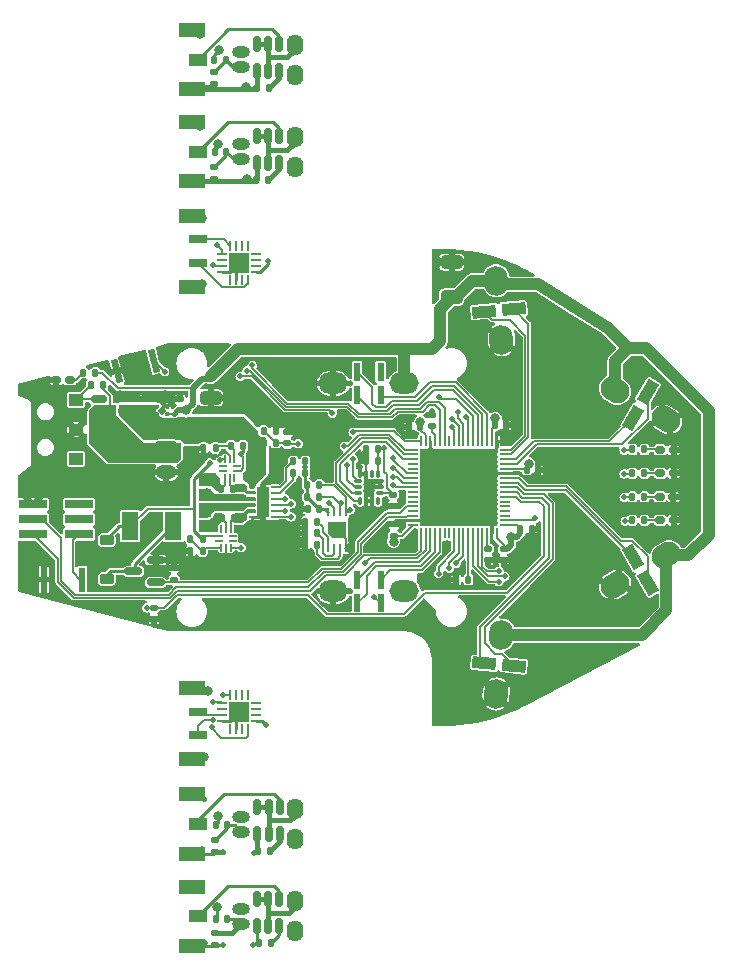
<source format=gbr>
%TF.GenerationSoftware,KiCad,Pcbnew,8.0.3*%
%TF.CreationDate,2024-06-29T22:13:22+09:00*%
%TF.ProjectId,makyi_mouse,6d616b79-695f-46d6-9f75-73652e6b6963,rev?*%
%TF.SameCoordinates,Original*%
%TF.FileFunction,Copper,L1,Top*%
%TF.FilePolarity,Positive*%
%FSLAX46Y46*%
G04 Gerber Fmt 4.6, Leading zero omitted, Abs format (unit mm)*
G04 Created by KiCad (PCBNEW 8.0.3) date 2024-06-29 22:13:22*
%MOMM*%
%LPD*%
G01*
G04 APERTURE LIST*
G04 Aperture macros list*
%AMRoundRect*
0 Rectangle with rounded corners*
0 $1 Rounding radius*
0 $2 $3 $4 $5 $6 $7 $8 $9 X,Y pos of 4 corners*
0 Add a 4 corners polygon primitive as box body*
4,1,4,$2,$3,$4,$5,$6,$7,$8,$9,$2,$3,0*
0 Add four circle primitives for the rounded corners*
1,1,$1+$1,$2,$3*
1,1,$1+$1,$4,$5*
1,1,$1+$1,$6,$7*
1,1,$1+$1,$8,$9*
0 Add four rect primitives between the rounded corners*
20,1,$1+$1,$2,$3,$4,$5,0*
20,1,$1+$1,$4,$5,$6,$7,0*
20,1,$1+$1,$6,$7,$8,$9,0*
20,1,$1+$1,$8,$9,$2,$3,0*%
%AMHorizOval*
0 Thick line with rounded ends*
0 $1 width*
0 $2 $3 position (X,Y) of the first rounded end (center of the circle)*
0 $4 $5 position (X,Y) of the second rounded end (center of the circle)*
0 Add line between two ends*
20,1,$1,$2,$3,$4,$5,0*
0 Add two circle primitives to create the rounded ends*
1,1,$1,$2,$3*
1,1,$1,$4,$5*%
%AMRotRect*
0 Rectangle, with rotation*
0 The origin of the aperture is its center*
0 $1 length*
0 $2 width*
0 $3 Rotation angle, in degrees counterclockwise*
0 Add horizontal line*
21,1,$1,$2,0,0,$3*%
%AMOutline5P*
0 Free polygon, 5 corners , with rotation*
0 The origin of the aperture is its center*
0 number of corners: always 5*
0 $1 to $10 corner X, Y*
0 $11 Rotation angle, in degrees counterclockwise*
0 create outline with 5 corners*
4,1,5,$1,$2,$3,$4,$5,$6,$7,$8,$9,$10,$1,$2,$11*%
%AMOutline6P*
0 Free polygon, 6 corners , with rotation*
0 The origin of the aperture is its center*
0 number of corners: always 6*
0 $1 to $12 corner X, Y*
0 $13 Rotation angle, in degrees counterclockwise*
0 create outline with 6 corners*
4,1,6,$1,$2,$3,$4,$5,$6,$7,$8,$9,$10,$11,$12,$1,$2,$13*%
%AMOutline7P*
0 Free polygon, 7 corners , with rotation*
0 The origin of the aperture is its center*
0 number of corners: always 7*
0 $1 to $14 corner X, Y*
0 $15 Rotation angle, in degrees counterclockwise*
0 create outline with 7 corners*
4,1,7,$1,$2,$3,$4,$5,$6,$7,$8,$9,$10,$11,$12,$13,$14,$1,$2,$15*%
%AMOutline8P*
0 Free polygon, 8 corners , with rotation*
0 The origin of the aperture is its center*
0 number of corners: always 8*
0 $1 to $16 corner X, Y*
0 $17 Rotation angle, in degrees counterclockwise*
0 create outline with 8 corners*
4,1,8,$1,$2,$3,$4,$5,$6,$7,$8,$9,$10,$11,$12,$13,$14,$15,$16,$1,$2,$17*%
G04 Aperture macros list end*
%TA.AperFunction,ComponentPad*%
%ADD10O,1.500000X1.000000*%
%TD*%
%TA.AperFunction,SMDPad,CuDef*%
%ADD11RoundRect,0.135000X0.135000X0.185000X-0.135000X0.185000X-0.135000X-0.185000X0.135000X-0.185000X0*%
%TD*%
%TA.AperFunction,SMDPad,CuDef*%
%ADD12RoundRect,0.140000X0.140000X0.170000X-0.140000X0.170000X-0.140000X-0.170000X0.140000X-0.170000X0*%
%TD*%
%TA.AperFunction,SMDPad,CuDef*%
%ADD13RoundRect,0.135000X-0.135000X-0.185000X0.135000X-0.185000X0.135000X0.185000X-0.135000X0.185000X0*%
%TD*%
%TA.AperFunction,SMDPad,CuDef*%
%ADD14RoundRect,0.135000X-0.185000X0.135000X-0.185000X-0.135000X0.185000X-0.135000X0.185000X0.135000X0*%
%TD*%
%TA.AperFunction,SMDPad,CuDef*%
%ADD15RoundRect,0.140000X-0.170000X0.140000X-0.170000X-0.140000X0.170000X-0.140000X0.170000X0.140000X0*%
%TD*%
%TA.AperFunction,SMDPad,CuDef*%
%ADD16R,1.500000X1.000000*%
%TD*%
%TA.AperFunction,SMDPad,CuDef*%
%ADD17R,2.200000X1.200000*%
%TD*%
%TA.AperFunction,SMDPad,CuDef*%
%ADD18RoundRect,0.140000X-0.140000X-0.170000X0.140000X-0.170000X0.140000X0.170000X-0.140000X0.170000X0*%
%TD*%
%TA.AperFunction,SMDPad,CuDef*%
%ADD19RoundRect,0.160000X0.222500X0.160000X-0.222500X0.160000X-0.222500X-0.160000X0.222500X-0.160000X0*%
%TD*%
%TA.AperFunction,SMDPad,CuDef*%
%ADD20RoundRect,0.150000X0.587500X0.150000X-0.587500X0.150000X-0.587500X-0.150000X0.587500X-0.150000X0*%
%TD*%
%TA.AperFunction,SMDPad,CuDef*%
%ADD21RoundRect,0.225000X-0.375000X0.225000X-0.375000X-0.225000X0.375000X-0.225000X0.375000X0.225000X0*%
%TD*%
%TA.AperFunction,ComponentPad*%
%ADD22O,1.400000X1.800000*%
%TD*%
%TA.AperFunction,SMDPad,CuDef*%
%ADD23RotRect,2.000000X1.000000X175.000000*%
%TD*%
%TA.AperFunction,ComponentPad*%
%ADD24HorizOval,2.000000X-0.021789X-0.249049X0.021789X0.249049X0*%
%TD*%
%TA.AperFunction,SMDPad,CuDef*%
%ADD25R,0.500000X0.250000*%
%TD*%
%TA.AperFunction,SMDPad,CuDef*%
%ADD26R,1.000000X2.650000*%
%TD*%
%TA.AperFunction,SMDPad,CuDef*%
%ADD27RotRect,2.000000X1.000000X120.000000*%
%TD*%
%TA.AperFunction,ComponentPad*%
%ADD28HorizOval,2.000000X-0.216506X-0.125000X0.216506X0.125000X0*%
%TD*%
%TA.AperFunction,SMDPad,CuDef*%
%ADD29RotRect,2.000000X1.000000X240.000000*%
%TD*%
%TA.AperFunction,ComponentPad*%
%ADD30HorizOval,2.000000X0.216506X-0.125000X-0.216506X0.125000X0*%
%TD*%
%TA.AperFunction,SMDPad,CuDef*%
%ADD31RoundRect,0.050000X-0.300000X-0.050000X0.300000X-0.050000X0.300000X0.050000X-0.300000X0.050000X0*%
%TD*%
%TA.AperFunction,SMDPad,CuDef*%
%ADD32RoundRect,0.050000X-0.250000X-0.050000X0.250000X-0.050000X0.250000X0.050000X-0.250000X0.050000X0*%
%TD*%
%TA.AperFunction,SMDPad,CuDef*%
%ADD33RoundRect,0.050000X0.050000X-0.250000X0.050000X0.250000X-0.050000X0.250000X-0.050000X-0.250000X0*%
%TD*%
%TA.AperFunction,SMDPad,CuDef*%
%ADD34RoundRect,0.050000X0.250000X0.050000X-0.250000X0.050000X-0.250000X-0.050000X0.250000X-0.050000X0*%
%TD*%
%TA.AperFunction,SMDPad,CuDef*%
%ADD35RoundRect,0.050000X-0.050000X0.250000X-0.050000X-0.250000X0.050000X-0.250000X0.050000X0.250000X0*%
%TD*%
%TA.AperFunction,SMDPad,CuDef*%
%ADD36RoundRect,0.062500X-0.062500X0.325000X-0.062500X-0.325000X0.062500X-0.325000X0.062500X0.325000X0*%
%TD*%
%TA.AperFunction,SMDPad,CuDef*%
%ADD37RoundRect,0.062500X-0.325000X0.062500X-0.325000X-0.062500X0.325000X-0.062500X0.325000X0.062500X0*%
%TD*%
%TA.AperFunction,SMDPad,CuDef*%
%ADD38R,1.750000X1.750000*%
%TD*%
%TA.AperFunction,SMDPad,CuDef*%
%ADD39RoundRect,0.250000X0.650000X-0.325000X0.650000X0.325000X-0.650000X0.325000X-0.650000X-0.325000X0*%
%TD*%
%TA.AperFunction,SMDPad,CuDef*%
%ADD40RoundRect,0.062500X0.400000X0.062500X-0.400000X0.062500X-0.400000X-0.062500X0.400000X-0.062500X0*%
%TD*%
%TA.AperFunction,SMDPad,CuDef*%
%ADD41RoundRect,0.062500X0.062500X0.400000X-0.062500X0.400000X-0.062500X-0.400000X0.062500X-0.400000X0*%
%TD*%
%TA.AperFunction,HeatsinkPad*%
%ADD42R,6.400000X6.400000*%
%TD*%
%TA.AperFunction,SMDPad,CuDef*%
%ADD43RoundRect,0.140000X0.170000X-0.140000X0.170000X0.140000X-0.170000X0.140000X-0.170000X-0.140000X0*%
%TD*%
%TA.AperFunction,SMDPad,CuDef*%
%ADD44R,0.550000X2.000000*%
%TD*%
%TA.AperFunction,SMDPad,CuDef*%
%ADD45R,0.250000X0.800000*%
%TD*%
%TA.AperFunction,SMDPad,CuDef*%
%ADD46R,0.250000X0.680000*%
%TD*%
%TA.AperFunction,SMDPad,CuDef*%
%ADD47Outline5P,-0.700000X0.380000X-0.280000X0.800000X0.700000X0.800000X0.700000X-0.800000X-0.700000X-0.800000X90.000000*%
%TD*%
%TA.AperFunction,SMDPad,CuDef*%
%ADD48RoundRect,0.087500X0.087500X-0.225000X0.087500X0.225000X-0.087500X0.225000X-0.087500X-0.225000X0*%
%TD*%
%TA.AperFunction,SMDPad,CuDef*%
%ADD49RoundRect,0.087500X0.225000X-0.087500X0.225000X0.087500X-0.225000X0.087500X-0.225000X-0.087500X0*%
%TD*%
%TA.AperFunction,SMDPad,CuDef*%
%ADD50RoundRect,0.050000X0.300000X0.050000X-0.300000X0.050000X-0.300000X-0.050000X0.300000X-0.050000X0*%
%TD*%
%TA.AperFunction,SMDPad,CuDef*%
%ADD51R,1.500000X0.700000*%
%TD*%
%TA.AperFunction,SMDPad,CuDef*%
%ADD52RoundRect,0.150000X-0.512500X-0.150000X0.512500X-0.150000X0.512500X0.150000X-0.512500X0.150000X0*%
%TD*%
%TA.AperFunction,SMDPad,CuDef*%
%ADD53RotRect,2.000000X1.000000X185.000000*%
%TD*%
%TA.AperFunction,ComponentPad*%
%ADD54HorizOval,2.000000X0.021789X-0.249049X-0.021789X0.249049X0*%
%TD*%
%TA.AperFunction,ComponentPad*%
%ADD55O,2.500000X1.800000*%
%TD*%
%TA.AperFunction,SMDPad,CuDef*%
%ADD56R,0.600000X1.500000*%
%TD*%
%TA.AperFunction,SMDPad,CuDef*%
%ADD57RoundRect,0.160000X-0.222500X-0.160000X0.222500X-0.160000X0.222500X0.160000X-0.222500X0.160000X0*%
%TD*%
%TA.AperFunction,SMDPad,CuDef*%
%ADD58R,2.400000X0.760000*%
%TD*%
%TA.AperFunction,SMDPad,CuDef*%
%ADD59Outline5P,-0.130000X0.195000X0.000000X0.195000X0.130000X0.065000X0.130000X-0.195000X-0.130000X-0.195000X90.000000*%
%TD*%
%TA.AperFunction,SMDPad,CuDef*%
%ADD60RotRect,0.500000X0.500000X135.000000*%
%TD*%
%TA.AperFunction,SMDPad,CuDef*%
%ADD61Outline5P,-0.130000X0.065000X0.000000X0.195000X0.130000X0.195000X0.130000X-0.195000X-0.130000X-0.195000X90.000000*%
%TD*%
%TA.AperFunction,SMDPad,CuDef*%
%ADD62Outline5P,-0.130000X0.195000X0.130000X0.195000X0.130000X-0.195000X0.000000X-0.195000X-0.130000X-0.065000X90.000000*%
%TD*%
%TA.AperFunction,SMDPad,CuDef*%
%ADD63Outline5P,-0.130000X0.195000X0.130000X0.195000X0.130000X-0.065000X0.000000X-0.195000X-0.130000X-0.195000X90.000000*%
%TD*%
%TA.AperFunction,ComponentPad*%
%ADD64R,0.850000X0.850000*%
%TD*%
%TA.AperFunction,ComponentPad*%
%ADD65O,0.850000X0.850000*%
%TD*%
%TA.AperFunction,SMDPad,CuDef*%
%ADD66RotRect,0.550000X2.000000X15.000000*%
%TD*%
%TA.AperFunction,ComponentPad*%
%ADD67RoundRect,0.250000X-0.625000X0.350000X-0.625000X-0.350000X0.625000X-0.350000X0.625000X0.350000X0*%
%TD*%
%TA.AperFunction,ComponentPad*%
%ADD68O,1.750000X1.200000*%
%TD*%
%TA.AperFunction,ComponentPad*%
%ADD69C,0.850000*%
%TD*%
%TA.AperFunction,SMDPad,CuDef*%
%ADD70R,1.450000X2.400000*%
%TD*%
%TA.AperFunction,SMDPad,CuDef*%
%ADD71R,1.200000X1.000000*%
%TD*%
%TA.AperFunction,SMDPad,CuDef*%
%ADD72RoundRect,0.150000X-0.150000X0.512500X-0.150000X-0.512500X0.150000X-0.512500X0.150000X0.512500X0*%
%TD*%
%TA.AperFunction,ViaPad*%
%ADD73C,0.800000*%
%TD*%
%TA.AperFunction,ViaPad*%
%ADD74C,0.500000*%
%TD*%
%TA.AperFunction,Conductor*%
%ADD75C,0.250000*%
%TD*%
%TA.AperFunction,Conductor*%
%ADD76C,0.400000*%
%TD*%
%TA.AperFunction,Conductor*%
%ADD77C,0.200000*%
%TD*%
%TA.AperFunction,Conductor*%
%ADD78C,0.127000*%
%TD*%
%TA.AperFunction,Conductor*%
%ADD79C,0.500000*%
%TD*%
%TA.AperFunction,Conductor*%
%ADD80C,1.000000*%
%TD*%
%TA.AperFunction,Conductor*%
%ADD81C,0.800000*%
%TD*%
G04 APERTURE END LIST*
D10*
%TO.P,Q6,2,E*%
%TO.N,Net-(Q6-E)*%
X139200000Y-52235000D03*
%TO.P,Q6,1,C*%
%TO.N,/wall_sensor3/ENC_3.3V*%
X139200000Y-50965000D03*
%TD*%
%TO.P,Q5,1,C*%
%TO.N,/wall_sensor2/ENC_3.3V*%
X139200000Y-115665000D03*
%TO.P,Q5,2,E*%
%TO.N,Net-(Q5-E)*%
X139200000Y-116935000D03*
%TD*%
%TO.P,Q4,1,C*%
%TO.N,/wall_sensor1/ENC_3.3V*%
X139200000Y-107865000D03*
%TO.P,Q4,2,E*%
%TO.N,Net-(Q4-E)*%
X139200000Y-109135000D03*
%TD*%
%TO.P,Q3,1,C*%
%TO.N,/wall_sensor/ENC_3.3V*%
X139200000Y-43165000D03*
%TO.P,Q3,2,E*%
%TO.N,Net-(Q3-E)*%
X139200000Y-44435000D03*
%TD*%
D11*
%TO.P,R33,1*%
%TO.N,Net-(U12-+)*%
X138610000Y-82600000D03*
%TO.P,R33,2*%
%TO.N,Net-(M2--)*%
X137590000Y-82600000D03*
%TD*%
D12*
%TO.P,C18,1*%
%TO.N,+3.3V*%
X145780000Y-81800000D03*
%TO.P,C18,2*%
%TO.N,GND*%
X144820000Y-81800000D03*
%TD*%
D13*
%TO.P,R3,1*%
%TO.N,VCC*%
X141090000Y-76200000D03*
%TO.P,R3,2*%
%TO.N,/BATT_ADC*%
X142110000Y-76200000D03*
%TD*%
D14*
%TO.P,R14,1*%
%TO.N,Net-(Q5-E)*%
X137000000Y-117690000D03*
%TO.P,R14,2*%
%TO.N,/wall_sensor2/ENC_GND*%
X137000000Y-118710000D03*
%TD*%
D15*
%TO.P,C27,1*%
%TO.N,/NRST*%
X131800000Y-90200000D03*
%TO.P,C27,2*%
%TO.N,GND*%
X131800000Y-91160000D03*
%TD*%
D16*
%TO.P,J9,1,Pin_1*%
%TO.N,/wall_sensor3/ENC_LED*%
X135500000Y-51600000D03*
D17*
%TO.P,J9,3,Pin_3*%
%TO.N,/wall_sensor3/ENC_GND*%
X135000000Y-54100000D03*
%TO.P,J9,4,Pin_4*%
%TO.N,/wall_sensor3/ENC_3.3V*%
X135000000Y-49100000D03*
%TD*%
D18*
%TO.P,C25,1*%
%TO.N,+3.3V*%
X163370000Y-78500000D03*
%TO.P,C25,2*%
%TO.N,GND*%
X164330000Y-78500000D03*
%TD*%
D19*
%TO.P,D8,1,K*%
%TO.N,GND*%
X175772500Y-80800000D03*
%TO.P,D8,2,A*%
%TO.N,Net-(D8-A)*%
X174627500Y-80800000D03*
%TD*%
D11*
%TO.P,R22,1*%
%TO.N,Net-(U10-A0)*%
X145610000Y-82900000D03*
%TO.P,R22,2*%
%TO.N,GND*%
X144590000Y-82900000D03*
%TD*%
D20*
%TO.P,Q1,1,G*%
%TO.N,/BUZZER*%
X131937500Y-88050000D03*
%TO.P,Q1,2,S*%
%TO.N,GND*%
X131937500Y-86150000D03*
%TO.P,Q1,3,D*%
%TO.N,Net-(BZ1-+)*%
X130062500Y-87100000D03*
%TD*%
D21*
%TO.P,D2,1,K*%
%TO.N,+3.3V*%
X127800000Y-84450000D03*
%TO.P,D2,2,A*%
%TO.N,Net-(BZ1-+)*%
X127800000Y-87750000D03*
%TD*%
D14*
%TO.P,R11,1*%
%TO.N,Net-(Q4-E)*%
X137000000Y-109840000D03*
%TO.P,R11,2*%
%TO.N,/wall_sensor1/ENC_GND*%
X137000000Y-110860000D03*
%TD*%
D22*
%TO.P,D4,1,K*%
%TO.N,Net-(D4-K)*%
X143700000Y-107230000D03*
%TO.P,D4,2,A*%
%TO.N,/wall_sensor1/ENC_3.3V*%
X143700000Y-109770000D03*
%TD*%
D14*
%TO.P,R5,1*%
%TO.N,GND*%
X133500000Y-86790000D03*
%TO.P,R5,2*%
%TO.N,/BUZZER*%
X133500000Y-87810000D03*
%TD*%
D23*
%TO.P,J6,1,Pin_1*%
%TO.N,/LED_FR*%
X159754757Y-94891055D03*
%TO.P,J6,2,Pin_2*%
%TO.N,/SENSOR_FR*%
X162245243Y-95108945D03*
D24*
%TO.P,J6,3,Pin_3*%
%TO.N,GND*%
X160782111Y-97490487D03*
%TO.P,J6,4,Pin_4*%
%TO.N,+3.3V*%
X161217889Y-92509513D03*
%TD*%
D12*
%TO.P,C4,1*%
%TO.N,+3.3V*%
X150730000Y-76750000D03*
%TO.P,C4,2*%
%TO.N,GND*%
X149770000Y-76750000D03*
%TD*%
D13*
%TO.P,R35,1*%
%TO.N,GND*%
X134890000Y-85400000D03*
%TO.P,R35,2*%
%TO.N,Net-(U12-REF)*%
X135910000Y-85400000D03*
%TD*%
%TO.P,R25,1*%
%TO.N,/LED1*%
X172290000Y-82800000D03*
%TO.P,R25,2*%
%TO.N,Net-(D7-A)*%
X173310000Y-82800000D03*
%TD*%
%TO.P,R26,1*%
%TO.N,/LED2*%
X172290000Y-80800000D03*
%TO.P,R26,2*%
%TO.N,Net-(D8-A)*%
X173310000Y-80800000D03*
%TD*%
D25*
%TO.P,U3,1,VCC*%
%TO.N,VCC*%
X140100000Y-80000000D03*
%TO.P,U3,2,AOUT1*%
%TO.N,Net-(U14--)*%
X140100000Y-80500000D03*
%TO.P,U3,3,AOUT2*%
%TO.N,Net-(M1--)*%
X140100000Y-81000000D03*
%TO.P,U3,4,BOUT1*%
%TO.N,Net-(M2-+)*%
X140100000Y-81500000D03*
%TO.P,U3,5,BOUT2*%
%TO.N,Net-(U12-+)*%
X140100000Y-82000000D03*
%TO.P,U3,6,GND*%
%TO.N,GND*%
X140100000Y-82500000D03*
%TO.P,U3,7,BIN2/BENBL*%
%TO.N,/BIN2*%
X142000000Y-82500000D03*
%TO.P,U3,8,BIN1/BPHASE*%
%TO.N,/BIN1*%
X142000000Y-82000000D03*
%TO.P,U3,9,AIN2/AENBL*%
%TO.N,/AIN2*%
X142000000Y-81500000D03*
%TO.P,U3,10,AIN1/APHASE*%
%TO.N,/AIN1*%
X142000000Y-81000000D03*
%TO.P,U3,11,MODE*%
%TO.N,Net-(U3-MODE)*%
X142000000Y-80500000D03*
%TO.P,U3,12,nSLEEP*%
%TO.N,Net-(U3-nSLEEP)*%
X142000000Y-80000000D03*
D26*
%TO.P,U3,13,EPAD*%
%TO.N,GND*%
X141050000Y-81250000D03*
%TD*%
D14*
%TO.P,R17,1*%
%TO.N,Net-(Q6-E)*%
X136900000Y-52890000D03*
%TO.P,R17,2*%
%TO.N,/wall_sensor3/ENC_GND*%
X136900000Y-53910000D03*
%TD*%
D27*
%TO.P,J3,1,Pin_1*%
%TO.N,/LED_R*%
X172375000Y-85917468D03*
%TO.P,J3,2,Pin_2*%
%TO.N,/SENSOR_R*%
X173625000Y-88082532D03*
D28*
%TO.P,J3,3,Pin_3*%
%TO.N,GND*%
X170834936Y-88250000D03*
%TO.P,J3,4,Pin_4*%
%TO.N,+3.3V*%
X175165064Y-85750000D03*
%TD*%
D29*
%TO.P,J5,1,Pin_1*%
%TO.N,/LED_L*%
X172375000Y-74082532D03*
%TO.P,J5,2,Pin_2*%
%TO.N,/SENSOR_L*%
X173625000Y-71917468D03*
D30*
%TO.P,J5,3,Pin_3*%
%TO.N,GND*%
X175165064Y-74250000D03*
%TO.P,J5,4,Pin_4*%
%TO.N,+3.3V*%
X170834936Y-71750000D03*
%TD*%
D31*
%TO.P,U14,1*%
%TO.N,N/C*%
X137650000Y-78200000D03*
D32*
%TO.P,U14,2*%
X137600000Y-78600000D03*
D33*
%TO.P,U14,3,+*%
%TO.N,Net-(M1-+)*%
X137800000Y-79200000D03*
%TO.P,U14,4,-*%
%TO.N,Net-(U14--)*%
X138200000Y-79200000D03*
%TO.P,U14,5*%
%TO.N,N/C*%
X138600000Y-79200000D03*
D34*
%TO.P,U14,6,V+*%
%TO.N,+3.3V*%
X138800000Y-78600000D03*
%TO.P,U14,7*%
%TO.N,N/C*%
X138800000Y-78200000D03*
D35*
%TO.P,U14,8,REF*%
%TO.N,Net-(U14-REF)*%
X138600000Y-77600000D03*
%TO.P,U14,9,GND*%
%TO.N,GND*%
X138200000Y-77600000D03*
%TO.P,U14,10*%
%TO.N,/I_left*%
X137800000Y-77600000D03*
%TD*%
D13*
%TO.P,R4,1*%
%TO.N,/BATT_ADC*%
X141090000Y-75200000D03*
%TO.P,R4,2*%
%TO.N,GND*%
X142110000Y-75200000D03*
%TD*%
D36*
%TO.P,U9,1,SSD*%
%TO.N,unconnected-(U9-SSD-Pad1)*%
X139750000Y-59537500D03*
%TO.P,U9,2,A*%
%TO.N,unconnected-(U9-A-Pad2)*%
X139250000Y-59537500D03*
%TO.P,U9,3,Z*%
%TO.N,unconnected-(U9-Z-Pad3)*%
X138750000Y-59537500D03*
%TO.P,U9,4,MOSI*%
%TO.N,/encorder1/MOSI*%
X138250000Y-59537500D03*
D37*
%TO.P,U9,5,~{CS}*%
%TO.N,/encorder1/CS*%
X137537500Y-60250000D03*
%TO.P,U9,6,B*%
%TO.N,unconnected-(U9-B-Pad6)*%
X137537500Y-60750000D03*
%TO.P,U9,7,MISO*%
%TO.N,/encorder1/MISO*%
X137537500Y-61250000D03*
%TO.P,U9,8,GND*%
%TO.N,Net-(J13-Pin_6)*%
X137537500Y-61750000D03*
D36*
%TO.P,U9,9,PWM*%
%TO.N,unconnected-(U9-PWM-Pad9)*%
X138250000Y-62462500D03*
%TO.P,U9,10,TEST*%
%TO.N,Net-(J13-Pin_6)*%
X138750000Y-62462500D03*
%TO.P,U9,11,MGL*%
%TO.N,unconnected-(U9-MGL-Pad11)*%
X139250000Y-62462500D03*
%TO.P,U9,12,SCLK*%
%TO.N,/encorder1/SCLK*%
X139750000Y-62462500D03*
D37*
%TO.P,U9,13,VDD*%
%TO.N,Net-(J13-Pin_1)*%
X140462500Y-61750000D03*
%TO.P,U9,14,NC*%
%TO.N,unconnected-(U9-NC-Pad14)*%
X140462500Y-61250000D03*
%TO.P,U9,15,SSCK*%
%TO.N,unconnected-(U9-SSCK-Pad15)*%
X140462500Y-60750000D03*
%TO.P,U9,16,MGH*%
%TO.N,unconnected-(U9-MGH-Pad16)*%
X140462500Y-60250000D03*
D38*
%TO.P,U9,17,PAD*%
%TO.N,Net-(J13-Pin_6)*%
X139000000Y-61000000D03*
%TD*%
D13*
%TO.P,R30,1*%
%TO.N,Net-(M1-+)*%
X137490000Y-80100000D03*
%TO.P,R30,2*%
%TO.N,Net-(U14--)*%
X138510000Y-80100000D03*
%TD*%
D39*
%TO.P,C7,1*%
%TO.N,VCC*%
X136600000Y-75375000D03*
%TO.P,C7,2*%
%TO.N,GND*%
X136600000Y-72425000D03*
%TD*%
D13*
%TO.P,R7,1*%
%TO.N,Net-(U3-MODE)*%
X143590000Y-78800000D03*
%TO.P,R7,2*%
%TO.N,+3.3V*%
X144610000Y-78800000D03*
%TD*%
D40*
%TO.P,U11,1,VBAT*%
%TO.N,+3.3V*%
X161487500Y-83200000D03*
%TO.P,U11,2,PC13*%
%TO.N,/LED4*%
X161487500Y-82800000D03*
%TO.P,U11,3,PC14*%
%TO.N,unconnected-(U11-PC14-Pad3)*%
X161487500Y-82400000D03*
%TO.P,U11,4,PC15*%
%TO.N,unconnected-(U11-PC15-Pad4)*%
X161487500Y-82000000D03*
%TO.P,U11,5,PH0*%
%TO.N,unconnected-(U11-PH0-Pad5)*%
X161487500Y-81600000D03*
%TO.P,U11,6,PH1*%
%TO.N,unconnected-(U11-PH1-Pad6)*%
X161487500Y-81200000D03*
%TO.P,U11,7,NRST*%
%TO.N,/NRST*%
X161487500Y-80800000D03*
%TO.P,U11,8,PC0*%
%TO.N,/LED_FR*%
X161487500Y-80400000D03*
%TO.P,U11,9,PC1*%
%TO.N,/SENSOR_FR*%
X161487500Y-80000000D03*
%TO.P,U11,10,PC2*%
%TO.N,/LED_R*%
X161487500Y-79600000D03*
%TO.P,U11,11,PC3*%
%TO.N,/SENSOR_R*%
X161487500Y-79200000D03*
%TO.P,U11,12,VSSA*%
%TO.N,GND*%
X161487500Y-78800000D03*
%TO.P,U11,13,VDDA*%
%TO.N,+3.3V*%
X161487500Y-78400000D03*
%TO.P,U11,14,PA0*%
%TO.N,/SENSOR_L*%
X161487500Y-78000000D03*
%TO.P,U11,15,PA1*%
%TO.N,/LED_L*%
X161487500Y-77600000D03*
%TO.P,U11,16,PA2*%
%TO.N,/SENSOR_FL*%
X161487500Y-77200000D03*
%TO.P,U11,17,PA3*%
%TO.N,/LED_FL*%
X161487500Y-76800000D03*
D41*
%TO.P,U11,18,VSS*%
%TO.N,GND*%
X160800000Y-76112500D03*
%TO.P,U11,19,VDD*%
%TO.N,+3.3V*%
X160400000Y-76112500D03*
%TO.P,U11,20,PA4*%
%TO.N,/ENC_L_CS*%
X160000000Y-76112500D03*
%TO.P,U11,21,PA5*%
%TO.N,/ENC_L_SCLK*%
X159600000Y-76112500D03*
%TO.P,U11,22,PA6*%
%TO.N,/ENC_L_MISO*%
X159200000Y-76112500D03*
%TO.P,U11,23,PA7*%
%TO.N,/ENC_L_MOSI*%
X158800000Y-76112500D03*
%TO.P,U11,24,PC4*%
%TO.N,/USER_SW*%
X158400000Y-76112500D03*
%TO.P,U11,25,PC5*%
%TO.N,/BATT_ADC*%
X158000000Y-76112500D03*
%TO.P,U11,26,PB0*%
%TO.N,/I_left*%
X157600000Y-76112500D03*
%TO.P,U11,27,PB1*%
%TO.N,/I_right*%
X157200000Y-76112500D03*
%TO.P,U11,28,PB2*%
%TO.N,unconnected-(U11-PB2-Pad28)*%
X156800000Y-76112500D03*
%TO.P,U11,29,PB10*%
%TO.N,/DEBUG_TX*%
X156400000Y-76112500D03*
%TO.P,U11,30,PB11*%
%TO.N,/DEBUG_RX*%
X156000000Y-76112500D03*
%TO.P,U11,31,VCAP*%
%TO.N,Net-(C20-Pad1)*%
X155600000Y-76112500D03*
%TO.P,U11,32,VSS*%
%TO.N,GND*%
X155200000Y-76112500D03*
%TO.P,U11,33,VDD*%
%TO.N,+3.3V*%
X154800000Y-76112500D03*
%TO.P,U11,34,PB12*%
%TO.N,/IMU_CS*%
X154400000Y-76112500D03*
D40*
%TO.P,U11,35,PB13*%
%TO.N,/IMU_SCLK*%
X153712500Y-76800000D03*
%TO.P,U11,36,PB14*%
%TO.N,/IMU_MISO*%
X153712500Y-77200000D03*
%TO.P,U11,37,PB15*%
%TO.N,/IMU_MOSI*%
X153712500Y-77600000D03*
%TO.P,U11,38,PD11*%
%TO.N,unconnected-(U11-PD11-Pad38)*%
X153712500Y-78000000D03*
%TO.P,U11,39,PD12*%
%TO.N,unconnected-(U11-PD12-Pad39)*%
X153712500Y-78400000D03*
%TO.P,U11,40,PC6*%
%TO.N,/AIN1*%
X153712500Y-78800000D03*
%TO.P,U11,41,PC7*%
%TO.N,/AIN2*%
X153712500Y-79200000D03*
%TO.P,U11,42,PC8*%
%TO.N,/BIN1*%
X153712500Y-79600000D03*
%TO.P,U11,43,PC9*%
%TO.N,/BIN2*%
X153712500Y-80000000D03*
%TO.P,U11,44,PA8*%
%TO.N,unconnected-(U11-PA8-Pad44)*%
X153712500Y-80400000D03*
%TO.P,U11,45,PA9*%
%TO.N,unconnected-(U11-PA9-Pad45)*%
X153712500Y-80800000D03*
%TO.P,U11,46,PA10*%
%TO.N,unconnected-(U11-PA10-Pad46)*%
X153712500Y-81200000D03*
%TO.P,U11,47,PA11*%
%TO.N,/BUZZER*%
X153712500Y-81600000D03*
%TO.P,U11,48,PA12*%
%TO.N,unconnected-(U11-PA12-Pad48)*%
X153712500Y-82000000D03*
%TO.P,U11,49,PA13(JTMS*%
%TO.N,/SWDIO*%
X153712500Y-82400000D03*
%TO.P,U11,50,VSS*%
%TO.N,GND*%
X153712500Y-82800000D03*
%TO.P,U11,51,VDD*%
%TO.N,+3.3V*%
X153712500Y-83200000D03*
D41*
%TO.P,U11,52,PA14(JTCK*%
%TO.N,/SWCLK*%
X154400000Y-83887500D03*
%TO.P,U11,53,PA15(JTDI)*%
%TO.N,/ENC_R_CS*%
X154800000Y-83887500D03*
%TO.P,U11,54,PC10*%
%TO.N,/ENC_R_SCLK*%
X155200000Y-83887500D03*
%TO.P,U11,55,PC11*%
%TO.N,/ENC_R_MISO*%
X155600000Y-83887500D03*
%TO.P,U11,56,PC12*%
%TO.N,/ENC_R_MOSI*%
X156000000Y-83887500D03*
%TO.P,U11,57,PB3(JTDO*%
%TO.N,unconnected-(U11-PB3(JTDO-Pad57)*%
X156400000Y-83887500D03*
%TO.P,U11,58,PB4(NJTRST)*%
%TO.N,unconnected-(U11-PB4(NJTRST)-Pad58)*%
X156800000Y-83887500D03*
%TO.P,U11,59,PB5*%
%TO.N,/Flash_WP*%
X157200000Y-83887500D03*
%TO.P,U11,60,PB6*%
%TO.N,/Flash_SCL*%
X157600000Y-83887500D03*
%TO.P,U11,61,PB7*%
%TO.N,/Flash_SDA*%
X158000000Y-83887500D03*
%TO.P,U11,62,BOOT0*%
%TO.N,Net-(U11-BOOT0)*%
X158400000Y-83887500D03*
%TO.P,U11,63,PB8*%
%TO.N,/LED1*%
X158800000Y-83887500D03*
%TO.P,U11,64,PB9*%
%TO.N,/LED2*%
X159200000Y-83887500D03*
%TO.P,U11,65,PE0*%
%TO.N,/LED3*%
X159600000Y-83887500D03*
%TO.P,U11,66,VCAP*%
%TO.N,Net-(C19-Pad1)*%
X160000000Y-83887500D03*
%TO.P,U11,67,VSS*%
%TO.N,GND*%
X160400000Y-83887500D03*
%TO.P,U11,68,VDD*%
%TO.N,+3.3V*%
X160800000Y-83887500D03*
D42*
%TO.P,U11,69,VSS*%
%TO.N,GND*%
X157600000Y-80000000D03*
%TD*%
D11*
%TO.P,R23,1*%
%TO.N,Net-(U10-A1)*%
X145610000Y-83900000D03*
%TO.P,R23,2*%
%TO.N,GND*%
X144590000Y-83900000D03*
%TD*%
D18*
%TO.P,C22,1*%
%TO.N,+3.3V*%
X160670000Y-74750000D03*
%TO.P,C22,2*%
%TO.N,GND*%
X161630000Y-74750000D03*
%TD*%
D16*
%TO.P,J7,1,Pin_1*%
%TO.N,/wall_sensor2/ENC_LED*%
X135500000Y-116300000D03*
D17*
%TO.P,J7,3,Pin_3*%
%TO.N,/wall_sensor2/ENC_GND*%
X135000000Y-118800000D03*
%TO.P,J7,4,Pin_4*%
%TO.N,/wall_sensor2/ENC_3.3V*%
X135000000Y-113800000D03*
%TD*%
D13*
%TO.P,R20,1*%
%TO.N,+3.3V*%
X144790000Y-79800000D03*
%TO.P,R20,2*%
%TO.N,/Flash_SDA*%
X145810000Y-79800000D03*
%TD*%
D43*
%TO.P,C24,1*%
%TO.N,+3.3V*%
X152100000Y-84080000D03*
%TO.P,C24,2*%
%TO.N,GND*%
X152100000Y-83120000D03*
%TD*%
D13*
%TO.P,R28,1*%
%TO.N,/LED4*%
X172290000Y-76790000D03*
%TO.P,R28,2*%
%TO.N,Net-(D10-A)*%
X173310000Y-76790000D03*
%TD*%
D44*
%TO.P,SW2,1,1*%
%TO.N,GND*%
X122475000Y-87800000D03*
%TO.P,SW2,2,2*%
%TO.N,/NRST*%
X125725000Y-87800000D03*
%TD*%
D45*
%TO.P,U10,1,A0*%
%TO.N,Net-(U10-A0)*%
X146550000Y-85100000D03*
%TO.P,U10,2,A1*%
%TO.N,Net-(U10-A1)*%
X147050000Y-85100000D03*
%TO.P,U10,3,A2*%
%TO.N,Net-(U10-A2)*%
X147550000Y-85100000D03*
%TO.P,U10,4,VSS*%
%TO.N,GND*%
X148050000Y-85100000D03*
%TO.P,U10,5,SDA*%
%TO.N,/Flash_SDA*%
X148050000Y-82100000D03*
%TO.P,U10,6,SCL*%
%TO.N,/Flash_SCL*%
X147550000Y-82100000D03*
%TO.P,U10,7,WP*%
%TO.N,/Flash_WP*%
X147050000Y-82100000D03*
D46*
%TO.P,U10,8,VDD*%
%TO.N,+3.3V*%
X146550000Y-82100000D03*
D47*
%TO.P,U10,9,VSS*%
%TO.N,GND*%
X147300000Y-83600000D03*
%TD*%
D48*
%TO.P,U2,1,AP_SDO/AP_AD0*%
%TO.N,/IMU_MISO*%
X149250000Y-81162500D03*
%TO.P,U2,2,RESV*%
%TO.N,GND*%
X149750000Y-81162500D03*
%TO.P,U2,3,RESV*%
X150250000Y-81162500D03*
%TO.P,U2,4,INT1/INT*%
%TO.N,unconnected-(U2-INT1{slash}INT-Pad4)*%
X150750000Y-81162500D03*
D49*
%TO.P,U2,5,VDDIO*%
%TO.N,+3.3V*%
X150912500Y-80500000D03*
%TO.P,U2,6,GND*%
%TO.N,GND*%
X150912500Y-80000000D03*
%TO.P,U2,7,RESV*%
X150912500Y-79500000D03*
D48*
%TO.P,U2,8,VDD*%
%TO.N,+3.3V*%
X150750000Y-78837500D03*
%TO.P,U2,9,INT2/FSYNC/CLKIN*%
%TO.N,unconnected-(U2-INT2{slash}FSYNC{slash}CLKIN-Pad9)*%
X150250000Y-78837500D03*
%TO.P,U2,10,RESV*%
%TO.N,GND*%
X149750000Y-78837500D03*
%TO.P,U2,11,RESV*%
X149250000Y-78837500D03*
D49*
%TO.P,U2,12,AP_CS*%
%TO.N,/IMU_CS*%
X149087500Y-79500000D03*
%TO.P,U2,13,AP_SCLK/AP_SCLK*%
%TO.N,/IMU_SCLK*%
X149087500Y-80000000D03*
%TO.P,U2,14,AP_SDA/AP_SDIO/AP_SDI*%
%TO.N,/IMU_MOSI*%
X149087500Y-80500000D03*
%TD*%
D13*
%TO.P,R6,1*%
%TO.N,Net-(U3-nSLEEP)*%
X143590000Y-77800000D03*
%TO.P,R6,2*%
%TO.N,+3.3V*%
X144610000Y-77800000D03*
%TD*%
D50*
%TO.P,U12,1*%
%TO.N,N/C*%
X138450000Y-84500000D03*
D34*
%TO.P,U12,2*%
X138500000Y-84100000D03*
D35*
%TO.P,U12,3,+*%
%TO.N,Net-(U12-+)*%
X138300000Y-83500000D03*
%TO.P,U12,4,-*%
%TO.N,Net-(M2--)*%
X137900000Y-83500000D03*
%TO.P,U12,5*%
%TO.N,N/C*%
X137500000Y-83500000D03*
D32*
%TO.P,U12,6,V+*%
%TO.N,+3.3V*%
X137300000Y-84100000D03*
%TO.P,U12,7*%
%TO.N,N/C*%
X137300000Y-84500000D03*
D33*
%TO.P,U12,8,REF*%
%TO.N,Net-(U12-REF)*%
X137500000Y-85100000D03*
%TO.P,U12,9,GND*%
%TO.N,GND*%
X137900000Y-85100000D03*
%TO.P,U12,10*%
%TO.N,/I_right*%
X138300000Y-85100000D03*
%TD*%
D12*
%TO.P,C5,1*%
%TO.N,+3.3V*%
X150730000Y-77750000D03*
%TO.P,C5,2*%
%TO.N,GND*%
X149770000Y-77750000D03*
%TD*%
D11*
%TO.P,R31,1*%
%TO.N,+3.3V*%
X139310000Y-76500000D03*
%TO.P,R31,2*%
%TO.N,Net-(U14-REF)*%
X138290000Y-76500000D03*
%TD*%
D17*
%TO.P,J13,1,Pin_1*%
%TO.N,Net-(J13-Pin_1)*%
X135000000Y-57000000D03*
X135000000Y-57000000D03*
D51*
%TO.P,J13,2,Pin_2*%
%TO.N,/encorder1/MOSI*%
X135500000Y-59000000D03*
%TO.P,J13,3,Pin_3*%
%TO.N,/encorder1/SCLK*%
X135500000Y-61000000D03*
D17*
%TO.P,J13,6,Pin_6*%
%TO.N,Net-(J13-Pin_6)*%
X135000000Y-63000000D03*
%TD*%
D52*
%TO.P,Q2,1,G*%
%TO.N,Net-(Q2-G)*%
X127162500Y-72550000D03*
%TO.P,Q2,2,S*%
%TO.N,Net-(J1-Pin_1)*%
X127162500Y-74450000D03*
%TO.P,Q2,3,D*%
%TO.N,VCC*%
X129437500Y-73500000D03*
%TD*%
D22*
%TO.P,D6,1,K*%
%TO.N,Net-(D6-K)*%
X143700000Y-50330000D03*
%TO.P,D6,2,A*%
%TO.N,/wall_sensor3/ENC_3.3V*%
X143700000Y-52870000D03*
%TD*%
D36*
%TO.P,U8,1,SSD*%
%TO.N,unconnected-(U8-SSD-Pad1)*%
X139750000Y-97537500D03*
%TO.P,U8,2,A*%
%TO.N,unconnected-(U8-A-Pad2)*%
X139250000Y-97537500D03*
%TO.P,U8,3,Z*%
%TO.N,unconnected-(U8-Z-Pad3)*%
X138750000Y-97537500D03*
%TO.P,U8,4,MOSI*%
%TO.N,/encorder/MOSI*%
X138250000Y-97537500D03*
D37*
%TO.P,U8,5,~{CS}*%
%TO.N,/encorder/CS*%
X137537500Y-98250000D03*
%TO.P,U8,6,B*%
%TO.N,unconnected-(U8-B-Pad6)*%
X137537500Y-98750000D03*
%TO.P,U8,7,MISO*%
%TO.N,/encorder/MISO*%
X137537500Y-99250000D03*
%TO.P,U8,8,GND*%
%TO.N,Net-(J11-Pin_6)*%
X137537500Y-99750000D03*
D36*
%TO.P,U8,9,PWM*%
%TO.N,unconnected-(U8-PWM-Pad9)*%
X138250000Y-100462500D03*
%TO.P,U8,10,TEST*%
%TO.N,Net-(J11-Pin_6)*%
X138750000Y-100462500D03*
%TO.P,U8,11,MGL*%
%TO.N,unconnected-(U8-MGL-Pad11)*%
X139250000Y-100462500D03*
%TO.P,U8,12,SCLK*%
%TO.N,/encorder/SCLK*%
X139750000Y-100462500D03*
D37*
%TO.P,U8,13,VDD*%
%TO.N,Net-(J11-Pin_1)*%
X140462500Y-99750000D03*
%TO.P,U8,14,NC*%
%TO.N,unconnected-(U8-NC-Pad14)*%
X140462500Y-99250000D03*
%TO.P,U8,15,SSCK*%
%TO.N,unconnected-(U8-SSCK-Pad15)*%
X140462500Y-98750000D03*
%TO.P,U8,16,MGH*%
%TO.N,unconnected-(U8-MGH-Pad16)*%
X140462500Y-98250000D03*
D38*
%TO.P,U8,17,PAD*%
%TO.N,Net-(J11-Pin_6)*%
X139000000Y-99000000D03*
%TD*%
D53*
%TO.P,J8,1,Pin_1*%
%TO.N,/LED_FL*%
X159754757Y-65108945D03*
%TO.P,J8,2,Pin_2*%
%TO.N,/SENSOR_FL*%
X162245243Y-64891055D03*
D54*
%TO.P,J8,3,Pin_3*%
%TO.N,GND*%
X161217889Y-67490487D03*
%TO.P,J8,4,Pin_4*%
%TO.N,+3.3V*%
X160782111Y-62509513D03*
%TD*%
D55*
%TO.P,J10,1,Pin_1*%
%TO.N,+3.3V*%
X152987300Y-71200000D03*
D56*
%TO.P,J10,2,Pin_2*%
%TO.N,/ENC_L_MOSI*%
X150987300Y-70200000D03*
%TO.P,J10,3,Pin_3*%
%TO.N,/ENC_L_SCLK*%
X148987300Y-70200000D03*
%TO.P,J10,4,Pin_4*%
%TO.N,/ENC_L_CS*%
X150987300Y-72200000D03*
%TO.P,J10,5,Pin_5*%
%TO.N,/ENC_L_MISO*%
X148987300Y-72200000D03*
D55*
%TO.P,J10,6,Pin_6*%
%TO.N,GND*%
X146987300Y-71200000D03*
%TD*%
D11*
%TO.P,R34,1*%
%TO.N,+3.3V*%
X135910000Y-84400000D03*
%TO.P,R34,2*%
%TO.N,Net-(U12-REF)*%
X134890000Y-84400000D03*
%TD*%
D22*
%TO.P,D5,1,K*%
%TO.N,Net-(D5-K)*%
X143700000Y-115030000D03*
%TO.P,D5,2,A*%
%TO.N,/wall_sensor2/ENC_3.3V*%
X143700000Y-117570000D03*
%TD*%
D13*
%TO.P,R32,1*%
%TO.N,GND*%
X135990000Y-76700000D03*
%TO.P,R32,2*%
%TO.N,Net-(U14-REF)*%
X137010000Y-76700000D03*
%TD*%
D15*
%TO.P,C26,1*%
%TO.N,+3.3V*%
X161400000Y-85220000D03*
%TO.P,C26,2*%
%TO.N,GND*%
X161400000Y-86180000D03*
%TD*%
D11*
%TO.P,R29,1*%
%TO.N,Net-(U11-BOOT0)*%
X158410000Y-87800000D03*
%TO.P,R29,2*%
%TO.N,GND*%
X157390000Y-87800000D03*
%TD*%
D39*
%TO.P,C28,1*%
%TO.N,+3.3V*%
X157000000Y-63875000D03*
%TO.P,C28,2*%
%TO.N,GND*%
X157000000Y-60925000D03*
%TD*%
D18*
%TO.P,C21,1*%
%TO.N,+3.3V*%
X162820000Y-83500000D03*
%TO.P,C21,2*%
%TO.N,GND*%
X163780000Y-83500000D03*
%TD*%
D57*
%TO.P,D1,1,K*%
%TO.N,GND*%
X123527500Y-70900000D03*
%TO.P,D1,2,A*%
%TO.N,Net-(D1-A)*%
X124672500Y-70900000D03*
%TD*%
D58*
%TO.P,J14,1,Pin_1*%
%TO.N,/NRST*%
X125450000Y-83970000D03*
%TO.P,J14,2,Pin_2*%
%TO.N,/SWCLK*%
X121550000Y-83970000D03*
%TO.P,J14,3,Pin_3*%
%TO.N,/DEBUG_RX*%
X125450000Y-82700000D03*
%TO.P,J14,4,Pin_4*%
%TO.N,/SWDIO*%
X121550000Y-82700000D03*
%TO.P,J14,5,Pin_5*%
%TO.N,/DEBUG_TX*%
X125450000Y-81430000D03*
%TO.P,J14,6,Pin_6*%
%TO.N,GND*%
X121550000Y-81430000D03*
%TD*%
D14*
%TO.P,R8,1*%
%TO.N,Net-(Q3-E)*%
X136850000Y-44790000D03*
%TO.P,R8,2*%
%TO.N,/wall_sensor/ENC_GND*%
X136850000Y-45810000D03*
%TD*%
D19*
%TO.P,D10,1,K*%
%TO.N,GND*%
X175800000Y-76810000D03*
%TO.P,D10,2,A*%
%TO.N,Net-(D10-A)*%
X174655000Y-76810000D03*
%TD*%
D22*
%TO.P,D3,1,K*%
%TO.N,Net-(D3-K)*%
X143700000Y-42530000D03*
%TO.P,D3,2,A*%
%TO.N,/wall_sensor/ENC_3.3V*%
X143700000Y-45070000D03*
%TD*%
D11*
%TO.P,R1,1*%
%TO.N,Net-(J1-Pin_1)*%
X127510000Y-71300000D03*
%TO.P,R1,2*%
%TO.N,Net-(Q2-G)*%
X126490000Y-71300000D03*
%TD*%
D43*
%TO.P,C2,1*%
%TO.N,+3.3V*%
X134000000Y-73480000D03*
%TO.P,C2,2*%
%TO.N,GND*%
X134000000Y-72520000D03*
%TD*%
D59*
%TO.P,U1,1,OUT*%
%TO.N,+3.3V*%
X132905000Y-73825000D03*
D60*
%TO.P,U1,2,GND*%
%TO.N,GND*%
X132500000Y-73500000D03*
D61*
X132905000Y-73175000D03*
D62*
%TO.P,U1,3,EN*%
%TO.N,VCC*%
X132095000Y-73175000D03*
D63*
%TO.P,U1,4,IN*%
X132095000Y-73825000D03*
%TD*%
D43*
%TO.P,C1,1*%
%TO.N,VCC*%
X131000000Y-73480000D03*
%TO.P,C1,2*%
%TO.N,GND*%
X131000000Y-72520000D03*
%TD*%
D16*
%TO.P,J4,1,Pin_1*%
%TO.N,/wall_sensor1/ENC_LED*%
X135500000Y-108500000D03*
D17*
%TO.P,J4,3,Pin_3*%
%TO.N,/wall_sensor1/ENC_GND*%
X135000000Y-111000000D03*
%TO.P,J4,4,Pin_4*%
%TO.N,/wall_sensor1/ENC_3.3V*%
X135000000Y-106000000D03*
%TD*%
D19*
%TO.P,D7,1,K*%
%TO.N,GND*%
X175800000Y-82790000D03*
%TO.P,D7,2,A*%
%TO.N,Net-(D7-A)*%
X174655000Y-82790000D03*
%TD*%
D12*
%TO.P,C23,1*%
%TO.N,+3.3V*%
X154330000Y-74850000D03*
%TO.P,C23,2*%
%TO.N,GND*%
X153370000Y-74850000D03*
%TD*%
D64*
%TO.P,M1,1,+*%
%TO.N,Net-(M1-+)*%
X136300000Y-79500000D03*
D65*
%TO.P,M1,2,-*%
%TO.N,Net-(M1--)*%
X136300000Y-80500000D03*
%TD*%
D66*
%TO.P,SW3,1,1*%
%TO.N,GND*%
X128630371Y-70120581D03*
%TO.P,SW3,2,2*%
%TO.N,/USER_SW*%
X131769629Y-69279419D03*
%TD*%
D55*
%TO.P,J12,1,Pin_1*%
%TO.N,+3.3V*%
X152987300Y-88800000D03*
D56*
%TO.P,J12,2,Pin_2*%
%TO.N,/ENC_R_MOSI*%
X150987300Y-87800000D03*
%TO.P,J12,3,Pin_3*%
%TO.N,/ENC_R_SCLK*%
X148987300Y-87800000D03*
%TO.P,J12,4,Pin_4*%
%TO.N,/ENC_R_CS*%
X150987300Y-89800000D03*
%TO.P,J12,5,Pin_5*%
%TO.N,/ENC_R_MISO*%
X148987300Y-89800000D03*
D55*
%TO.P,J12,6,Pin_6*%
%TO.N,GND*%
X146987300Y-88800000D03*
%TD*%
D67*
%TO.P,J1,1,Pin_1*%
%TO.N,Net-(J1-Pin_1)*%
X132850000Y-76700000D03*
D68*
%TO.P,J1,2,Pin_2*%
%TO.N,GND*%
X132850000Y-78700000D03*
%TD*%
D13*
%TO.P,R21,1*%
%TO.N,+3.3V*%
X144790000Y-80800000D03*
%TO.P,R21,2*%
%TO.N,/Flash_SCL*%
X145810000Y-80800000D03*
%TD*%
D15*
%TO.P,C19,1*%
%TO.N,Net-(C19-Pad1)*%
X160100000Y-85190000D03*
%TO.P,C19,2*%
%TO.N,GND*%
X160100000Y-86150000D03*
%TD*%
D69*
%TO.P,M2,1,+*%
%TO.N,Net-(M2-+)*%
X136300000Y-82200000D03*
D65*
%TO.P,M2,2,-*%
%TO.N,Net-(M2--)*%
X136300000Y-83200000D03*
%TD*%
D11*
%TO.P,R2,1*%
%TO.N,+3.3V*%
X126810000Y-70300000D03*
%TO.P,R2,2*%
%TO.N,Net-(D1-A)*%
X125790000Y-70300000D03*
%TD*%
%TO.P,R24,1*%
%TO.N,Net-(U10-A2)*%
X145610000Y-84900000D03*
%TO.P,R24,2*%
%TO.N,GND*%
X144590000Y-84900000D03*
%TD*%
D43*
%TO.P,C20,1*%
%TO.N,Net-(C20-Pad1)*%
X155350000Y-74830000D03*
%TO.P,C20,2*%
%TO.N,GND*%
X155350000Y-73870000D03*
%TD*%
D70*
%TO.P,BZ1,1,-*%
%TO.N,+3.3V*%
X129775000Y-83300000D03*
%TO.P,BZ1,2,+*%
%TO.N,Net-(BZ1-+)*%
X133425000Y-83300000D03*
%TD*%
D13*
%TO.P,R27,1*%
%TO.N,/LED3*%
X172290000Y-78790000D03*
%TO.P,R27,2*%
%TO.N,Net-(D9-A)*%
X173310000Y-78790000D03*
%TD*%
D71*
%TO.P,SW1,1,A*%
%TO.N,Net-(Q2-G)*%
X125200000Y-72600000D03*
%TO.P,SW1,2,B*%
%TO.N,GND*%
X125200000Y-75100000D03*
%TO.P,SW1,3,C*%
%TO.N,unconnected-(SW1-C-Pad3)*%
X125200000Y-77600000D03*
%TD*%
D43*
%TO.P,C3,1*%
%TO.N,/BATT_ADC*%
X143100000Y-76280000D03*
%TO.P,C3,2*%
%TO.N,GND*%
X143100000Y-75320000D03*
%TD*%
D19*
%TO.P,D9,1,K*%
%TO.N,GND*%
X175800000Y-78800000D03*
%TO.P,D9,2,A*%
%TO.N,Net-(D9-A)*%
X174655000Y-78800000D03*
%TD*%
D15*
%TO.P,C6,1*%
%TO.N,+3.3V*%
X152050000Y-80620000D03*
%TO.P,C6,2*%
%TO.N,GND*%
X152050000Y-81580000D03*
%TD*%
D13*
%TO.P,R13,1*%
%TO.N,/wall_sensor1/ENC_GND*%
X140640000Y-110750000D03*
%TO.P,R13,2*%
%TO.N,Net-(U5-R_EXT)*%
X141660000Y-110750000D03*
%TD*%
D72*
%TO.P,U6,1,EN*%
%TO.N,/wall_sensor2/ENC_LED*%
X142400000Y-114862500D03*
%TO.P,U6,2,OUT*%
%TO.N,Net-(D5-K)*%
X141450000Y-114862500D03*
%TO.P,U6,3,OUT*%
X140500000Y-114862500D03*
%TO.P,U6,4,GND*%
%TO.N,/wall_sensor2/ENC_GND*%
X140500000Y-117137500D03*
%TO.P,U6,5,OUT*%
%TO.N,Net-(D5-K)*%
X141450000Y-117137500D03*
%TO.P,U6,6,R_EXT*%
%TO.N,Net-(U6-R_EXT)*%
X142400000Y-117137500D03*
%TD*%
D18*
%TO.P,C9,2*%
%TO.N,Net-(Q3-E)*%
X137880000Y-43800000D03*
%TO.P,C9,1*%
%TO.N,/wall_sensor/ENC_OUT*%
X136920000Y-43800000D03*
%TD*%
D13*
%TO.P,R16,1*%
%TO.N,/wall_sensor2/ENC_GND*%
X140690000Y-118550000D03*
%TO.P,R16,2*%
%TO.N,Net-(U6-R_EXT)*%
X141710000Y-118550000D03*
%TD*%
%TO.P,R19,1*%
%TO.N,/wall_sensor3/ENC_GND*%
X140440000Y-53950000D03*
%TO.P,R19,2*%
%TO.N,Net-(U7-R_EXT)*%
X141460000Y-53950000D03*
%TD*%
D72*
%TO.P,U5,1,EN*%
%TO.N,/wall_sensor1/ENC_LED*%
X142450000Y-107062500D03*
%TO.P,U5,2,OUT*%
%TO.N,Net-(D4-K)*%
X141500000Y-107062500D03*
%TO.P,U5,3,OUT*%
X140550000Y-107062500D03*
%TO.P,U5,4,GND*%
%TO.N,/wall_sensor1/ENC_GND*%
X140550000Y-109337500D03*
%TO.P,U5,5,OUT*%
%TO.N,Net-(D4-K)*%
X141500000Y-109337500D03*
%TO.P,U5,6,R_EXT*%
%TO.N,Net-(U5-R_EXT)*%
X142450000Y-109337500D03*
%TD*%
%TO.P,U7,1,EN*%
%TO.N,/wall_sensor3/ENC_LED*%
X142400000Y-50262500D03*
%TO.P,U7,2,OUT*%
%TO.N,Net-(D6-K)*%
X141450000Y-50262500D03*
%TO.P,U7,3,OUT*%
X140500000Y-50262500D03*
%TO.P,U7,4,GND*%
%TO.N,/wall_sensor3/ENC_GND*%
X140500000Y-52537500D03*
%TO.P,U7,5,OUT*%
%TO.N,Net-(D6-K)*%
X141450000Y-52537500D03*
%TO.P,U7,6,R_EXT*%
%TO.N,Net-(U7-R_EXT)*%
X142400000Y-52537500D03*
%TD*%
D13*
%TO.P,R10,1*%
%TO.N,/wall_sensor/ENC_GND*%
X140490000Y-46150000D03*
%TO.P,R10,2*%
%TO.N,Net-(U4-R_EXT)*%
X141510000Y-46150000D03*
%TD*%
D18*
%TO.P,C11,1*%
%TO.N,/wall_sensor1/ENC_OUT*%
X137020000Y-108600000D03*
%TO.P,C11,2*%
%TO.N,Net-(Q4-E)*%
X137980000Y-108600000D03*
%TD*%
D72*
%TO.P,U4,1,EN*%
%TO.N,/wall_sensor/ENC_LED*%
X142400000Y-42462500D03*
%TO.P,U4,2,OUT*%
%TO.N,Net-(D3-K)*%
X141450000Y-42462500D03*
%TO.P,U4,3,OUT*%
X140500000Y-42462500D03*
%TO.P,U4,4,GND*%
%TO.N,/wall_sensor/ENC_GND*%
X140500000Y-44737500D03*
%TO.P,U4,5,OUT*%
%TO.N,Net-(D3-K)*%
X141450000Y-44737500D03*
%TO.P,U4,6,R_EXT*%
%TO.N,Net-(U4-R_EXT)*%
X142400000Y-44737500D03*
%TD*%
D18*
%TO.P,C13,1*%
%TO.N,/wall_sensor2/ENC_OUT*%
X137020000Y-116500000D03*
%TO.P,C13,2*%
%TO.N,Net-(Q5-E)*%
X137980000Y-116500000D03*
%TD*%
%TO.P,C15,1*%
%TO.N,/wall_sensor3/ENC_OUT*%
X136970000Y-51600000D03*
%TO.P,C15,2*%
%TO.N,Net-(Q6-E)*%
X137930000Y-51600000D03*
%TD*%
D17*
%TO.P,J11,1,Pin_1*%
%TO.N,Net-(J11-Pin_1)*%
X135000000Y-103000000D03*
D51*
%TO.P,J11,4,Pin_4*%
%TO.N,/encorder/CS*%
X135500000Y-101000000D03*
%TO.P,J11,5,Pin_5*%
%TO.N,/encorder/MISO*%
X135500000Y-99000000D03*
D17*
%TO.P,J11,6,Pin_6*%
%TO.N,Net-(J11-Pin_6)*%
X135000000Y-97000000D03*
%TD*%
D16*
%TO.P,J2,1,Pin_1*%
%TO.N,/wall_sensor/ENC_LED*%
X135500000Y-43800000D03*
D17*
%TO.P,J2,3,Pin_3*%
%TO.N,/wall_sensor/ENC_GND*%
X135000000Y-46300000D03*
%TO.P,J2,4,Pin_4*%
%TO.N,/wall_sensor/ENC_3.3V*%
X135000000Y-41300000D03*
%TD*%
D73*
%TO.N,/wall_sensor/ENC_GND*%
X135774002Y-46100000D03*
%TO.N,/wall_sensor2/ENC_OUT*%
X137161034Y-115561034D03*
%TO.N,/wall_sensor1/ENC_OUT*%
X137200000Y-107800000D03*
%TO.N,/wall_sensor/ENC_3.3V*%
X135672004Y-41604009D03*
%TO.N,/wall_sensor3/ENC_GND*%
X135651079Y-53900000D03*
%TO.N,/wall_sensor3/ENC_OUT*%
X137250000Y-50900000D03*
%TO.N,/wall_sensor3/ENC_GND*%
X139650000Y-53850000D03*
%TO.N,/wall_sensor3/ENC_3.3V*%
X135673109Y-49407842D03*
%TO.N,/wall_sensor/ENC_GND*%
X139587281Y-46113593D03*
%TO.N,/wall_sensor/ENC_OUT*%
X137300000Y-43000000D03*
%TO.N,GND*%
X129300000Y-85700000D03*
D74*
X142400000Y-87400000D03*
D73*
X162300000Y-86200000D03*
X128900000Y-81200000D03*
D74*
X144700000Y-75600000D03*
D73*
X134300000Y-81000000D03*
D74*
X156700000Y-82800000D03*
D73*
X172500000Y-90900000D03*
X127800000Y-82900000D03*
D74*
X159400000Y-88300000D03*
D73*
X156400000Y-93400000D03*
D74*
X169800000Y-75500000D03*
D73*
X157600000Y-67700000D03*
D74*
X151200000Y-83900000D03*
X154900000Y-77200000D03*
X150000000Y-80600000D03*
D73*
X123500000Y-82200000D03*
X164400000Y-67700000D03*
X147900000Y-69500000D03*
D74*
X166000000Y-80800000D03*
D73*
X141300000Y-83500000D03*
X176700000Y-84000000D03*
D74*
X160600000Y-89600000D03*
D73*
X125200000Y-80000000D03*
X138400000Y-73200000D03*
X155900000Y-60900000D03*
X127700000Y-86000000D03*
D74*
X153700000Y-84100000D03*
X146100000Y-74200000D03*
X152700000Y-81300000D03*
D73*
X140400000Y-72400000D03*
D74*
X160000000Y-82400000D03*
D73*
X164300000Y-72200000D03*
D74*
X132800000Y-91600000D03*
X164100000Y-75500000D03*
X164400000Y-79300000D03*
X152200000Y-74600000D03*
X143500000Y-72200000D03*
D73*
X156400000Y-99200000D03*
X173700000Y-84500000D03*
X163200000Y-93800000D03*
D74*
X148400000Y-74500000D03*
X149900000Y-85200000D03*
D73*
X120800000Y-85800000D03*
D74*
X160300000Y-79100000D03*
X152800000Y-85200000D03*
X170100000Y-82000000D03*
X153500000Y-75500000D03*
X137400000Y-91600000D03*
X140700000Y-91600000D03*
D73*
X138400000Y-71800000D03*
D74*
X159200000Y-63800000D03*
D73*
X143400000Y-83600000D03*
X175800000Y-79800000D03*
D74*
X141900000Y-77100000D03*
X154900000Y-79200000D03*
D73*
X129700000Y-70000000D03*
D74*
X146800000Y-76100000D03*
X143000000Y-77100000D03*
D73*
X135000000Y-78300000D03*
X157600000Y-65900000D03*
D74*
X150700000Y-82050000D03*
D73*
X160000000Y-72200000D03*
D74*
X157600000Y-80000000D03*
D73*
X137400000Y-90100000D03*
D74*
X145900000Y-91700000D03*
X157800000Y-77200000D03*
D73*
X141600000Y-69700000D03*
X145100000Y-86500000D03*
X164200000Y-64600000D03*
X123700000Y-72400000D03*
X132700000Y-72200000D03*
X125800000Y-85600000D03*
D74*
X158800000Y-89600000D03*
X166200000Y-86300000D03*
X141500000Y-73900000D03*
X150000000Y-82800000D03*
X149250000Y-77250000D03*
X140700000Y-90100000D03*
D73*
X172600000Y-70200000D03*
D74*
X155000000Y-90800000D03*
D73*
X131800000Y-82700000D03*
X133900000Y-85600000D03*
D74*
X157900000Y-86900000D03*
D73*
X137500000Y-86700000D03*
D74*
X160300000Y-77300000D03*
D73*
X121400000Y-80000000D03*
D74*
X142200000Y-78400000D03*
D73*
X141100000Y-82100000D03*
D74*
X141700000Y-79200000D03*
D73*
X141100000Y-80400000D03*
D74*
X147300000Y-83600000D03*
D73*
X168600000Y-83500000D03*
X126700000Y-78000000D03*
X158500000Y-60900000D03*
X130600000Y-81100000D03*
D74*
X154600000Y-87800000D03*
X148600000Y-84100000D03*
X164000000Y-88900000D03*
D73*
X142400000Y-85100000D03*
X170000000Y-79600000D03*
D74*
X150700000Y-91800000D03*
X162500000Y-61700000D03*
D73*
X123500000Y-78100000D03*
D74*
X157800000Y-79100000D03*
X144400000Y-90100000D03*
X130900000Y-91100000D03*
D73*
X156600000Y-87800000D03*
X162800000Y-91100000D03*
D74*
X154900000Y-81100000D03*
D73*
X169800000Y-68300000D03*
X128800000Y-78900000D03*
X135000000Y-77200000D03*
X170700000Y-93800000D03*
X128900000Y-72200000D03*
X132600000Y-85300000D03*
X139600000Y-84000000D03*
D74*
X133200000Y-71000000D03*
X156600000Y-85000000D03*
X170000000Y-77100000D03*
X145600000Y-77600000D03*
X164400000Y-77100000D03*
D73*
X170800000Y-73800000D03*
X140300000Y-86100000D03*
D74*
X163900000Y-84400000D03*
X155349896Y-73494500D03*
X155000000Y-82800000D03*
X146500000Y-78200000D03*
D73*
%TO.N,+3.3V*%
X134520000Y-73480000D03*
X163530064Y-77990499D03*
D74*
X151250000Y-76690000D03*
X136506513Y-77906513D03*
D73*
X152100000Y-84600000D03*
X154355877Y-74466910D03*
D74*
X144610000Y-78300000D03*
D73*
X162050000Y-84200000D03*
D74*
X139123834Y-77187671D03*
D73*
X160700000Y-74150000D03*
D74*
%TO.N,/BATT_ADC*%
X144000000Y-76300000D03*
X157500000Y-73600000D03*
%TO.N,/IMU_SCLK*%
X147923418Y-76523418D03*
X148129223Y-78129223D03*
%TO.N,/IMU_CS*%
X148657276Y-75327112D03*
X148647682Y-77610764D03*
%TO.N,/BIN2*%
X152047951Y-79783494D03*
X143400000Y-82500000D03*
%TO.N,/BIN1*%
X142927395Y-81983622D03*
X152017201Y-79084168D03*
%TO.N,/AIN2*%
X143420615Y-81390737D03*
X152018102Y-78357067D03*
%TO.N,/AIN1*%
X142882995Y-80942442D03*
X152029999Y-77470000D03*
%TO.N,/ENC_L_MOSI*%
X155893124Y-72306876D03*
X150987300Y-70700000D03*
%TO.N,/encorder/MOSI*%
X137600000Y-97600000D03*
%TO.N,/encorder/SCLK*%
X136684073Y-100311164D03*
%TO.N,/encorder/CS*%
X136800000Y-98200000D03*
X136773000Y-99690500D03*
%TO.N,/ENC_R_CS*%
X149673643Y-86423643D03*
X150468650Y-89281350D03*
%TO.N,/encorder1/CS*%
X137100000Y-59440500D03*
%TO.N,/encorder1/MISO*%
X136800000Y-61200000D03*
%TO.N,/Flash_SDA*%
X148400000Y-81900000D03*
X157400000Y-86400000D03*
%TO.N,/Flash_SCL*%
X156800000Y-86840500D03*
X147600000Y-81300000D03*
%TO.N,/LED1*%
X161000000Y-87981000D03*
X171700000Y-82850000D03*
%TO.N,/LED2*%
X161500000Y-87540500D03*
X171600000Y-80850000D03*
%TO.N,/LED3*%
X171600000Y-78850000D03*
X161000000Y-87100000D03*
%TO.N,/LED4*%
X164100000Y-82600000D03*
X171600000Y-76850000D03*
%TO.N,/Flash_WP*%
X155900000Y-87300000D03*
X146600000Y-81300000D03*
%TO.N,/DEBUG_RX*%
X125450000Y-82700000D03*
X139688518Y-70111482D03*
%TO.N,/DEBUG_TX*%
X125359500Y-81430000D03*
X140131876Y-69668124D03*
%TO.N,/NRST*%
X131200000Y-90200000D03*
X125725000Y-87800000D03*
%TO.N,/wall_sensor1/ENC_3.3V*%
X136000000Y-106400000D03*
%TO.N,/wall_sensor2/ENC_3.3V*%
X135900000Y-114200000D03*
%TO.N,/wall_sensor1/ENC_GND*%
X135900000Y-110600000D03*
X137600000Y-110900000D03*
X140250000Y-110990000D03*
%TO.N,/wall_sensor2/ENC_GND*%
X140200000Y-118750000D03*
X137650000Y-118750000D03*
X136100000Y-118550000D03*
D73*
%TO.N,Net-(J11-Pin_1)*%
X136000000Y-102800000D03*
D74*
X141300000Y-100100000D03*
%TO.N,Net-(J11-Pin_6)*%
X139000000Y-99000000D03*
D73*
X136350000Y-97250000D03*
%TO.N,Net-(J13-Pin_6)*%
X139000000Y-61000000D03*
X135900000Y-62800000D03*
D74*
%TO.N,Net-(J13-Pin_1)*%
X141450000Y-60800000D03*
D73*
X135900000Y-57200000D03*
D74*
%TO.N,/I_right*%
X156988519Y-74911481D03*
X139200000Y-85100000D03*
%TO.N,/I_left*%
X157000000Y-74200000D03*
X137411481Y-77711481D03*
%TO.N,/USER_SW*%
X146900000Y-73700000D03*
X139100000Y-70600000D03*
X132700000Y-70200000D03*
X158200000Y-74000000D03*
%TD*%
D75*
%TO.N,Net-(Q4-E)*%
X137980000Y-108860000D02*
X137980000Y-108600000D01*
X137000000Y-109840000D02*
X137980000Y-108860000D01*
D76*
%TO.N,Net-(Q5-E)*%
X138445000Y-117690000D02*
X139200000Y-116935000D01*
X137000000Y-117690000D02*
X138445000Y-117690000D01*
D75*
%TO.N,/wall_sensor2/ENC_GND*%
X137650000Y-118750000D02*
X137010000Y-118750000D01*
X137010000Y-118750000D02*
X137000000Y-118760000D01*
D76*
%TO.N,/wall_sensor1/ENC_GND*%
X137040000Y-110900000D02*
X137000000Y-110860000D01*
X137600000Y-110900000D02*
X137040000Y-110900000D01*
D75*
X136860000Y-111000000D02*
X135000000Y-111000000D01*
X137000000Y-110860000D02*
X136860000Y-111000000D01*
D76*
%TO.N,/wall_sensor1/ENC_3.3V*%
X135600000Y-106000000D02*
X135000000Y-106000000D01*
X136000000Y-106400000D02*
X135600000Y-106000000D01*
%TO.N,/wall_sensor/ENC_3.3V*%
X135367995Y-41300000D02*
X135000000Y-41300000D01*
X135672004Y-41604009D02*
X135367995Y-41300000D01*
%TO.N,/wall_sensor3/ENC_3.3V*%
X135673109Y-49407842D02*
X135365267Y-49100000D01*
X135365267Y-49100000D02*
X135000000Y-49100000D01*
%TO.N,/wall_sensor/ENC_GND*%
X136560000Y-46100000D02*
X136850000Y-45810000D01*
X135774002Y-46100000D02*
X136560000Y-46100000D01*
%TO.N,/wall_sensor3/ENC_GND*%
X140500000Y-53890000D02*
X140440000Y-53950000D01*
X140500000Y-52537500D02*
X140500000Y-53890000D01*
%TO.N,Net-(U7-R_EXT)*%
X142400000Y-52537500D02*
X142400000Y-53010000D01*
X142400000Y-53010000D02*
X141460000Y-53950000D01*
%TO.N,Net-(D4-K)*%
X143300000Y-108200000D02*
X141500000Y-108200000D01*
X143700000Y-107800000D02*
X143300000Y-108200000D01*
X141500000Y-108200000D02*
X141500000Y-109337500D01*
X141500000Y-107062500D02*
X141500000Y-108200000D01*
X143700000Y-107230000D02*
X143700000Y-107800000D01*
X140550000Y-107062500D02*
X141500000Y-107062500D01*
%TO.N,Net-(D5-K)*%
X143200000Y-116000000D02*
X141450000Y-116000000D01*
X143700000Y-115500000D02*
X143200000Y-116000000D01*
X141450000Y-116000000D02*
X141450000Y-114862500D01*
X143700000Y-115030000D02*
X143700000Y-115500000D01*
X141450000Y-117137500D02*
X141450000Y-116000000D01*
X140500000Y-114862500D02*
X141450000Y-114862500D01*
D75*
%TO.N,/wall_sensor2/ENC_LED*%
X142400000Y-114150000D02*
X142400000Y-114862500D01*
X141975000Y-113725000D02*
X142400000Y-114150000D01*
X138075000Y-113725000D02*
X141975000Y-113725000D01*
X135500000Y-116300000D02*
X138075000Y-113725000D01*
%TO.N,Net-(U6-R_EXT)*%
X141710000Y-118550000D02*
X142400000Y-117860000D01*
X142400000Y-117860000D02*
X142400000Y-117137500D01*
%TO.N,/wall_sensor2/ENC_GND*%
X140500000Y-118360000D02*
X140690000Y-118550000D01*
X140500000Y-117087500D02*
X140500000Y-118360000D01*
X137110000Y-118800000D02*
X135000000Y-118800000D01*
X137150000Y-118760000D02*
X137110000Y-118800000D01*
X137180000Y-118790000D02*
X137150000Y-118760000D01*
X140200000Y-118750000D02*
X140160000Y-118790000D01*
%TO.N,Net-(Q5-E)*%
X138765000Y-116500000D02*
X139200000Y-116935000D01*
X137980000Y-116500000D02*
X138765000Y-116500000D01*
%TO.N,/wall_sensor2/ENC_OUT*%
X137161034Y-115561034D02*
X137161034Y-116358966D01*
X137161034Y-116358966D02*
X137020000Y-116500000D01*
%TO.N,/wall_sensor2/ENC_GND*%
X140400000Y-118550000D02*
X140690000Y-118550000D01*
X140200000Y-118750000D02*
X140400000Y-118550000D01*
%TO.N,/wall_sensor1/ENC_LED*%
X141925000Y-105925000D02*
X142450000Y-106450000D01*
X142450000Y-106450000D02*
X142450000Y-107062500D01*
X135500000Y-108150000D02*
X137725000Y-105925000D01*
X137725000Y-105925000D02*
X141925000Y-105925000D01*
X135500000Y-108500000D02*
X135500000Y-108150000D01*
%TO.N,Net-(Q4-E)*%
X138665000Y-108600000D02*
X139200000Y-109135000D01*
X137980000Y-108600000D02*
X138665000Y-108600000D01*
%TO.N,/wall_sensor1/ENC_OUT*%
X137200000Y-108420000D02*
X137020000Y-108600000D01*
X137200000Y-107800000D02*
X137200000Y-108420000D01*
D76*
%TO.N,/wall_sensor1/ENC_GND*%
X140550000Y-109337500D02*
X140550000Y-110660000D01*
X140550000Y-110660000D02*
X140640000Y-110750000D01*
%TO.N,Net-(U5-R_EXT)*%
X142450000Y-109960000D02*
X141660000Y-110750000D01*
X142450000Y-109337500D02*
X142450000Y-109960000D01*
D75*
%TO.N,/wall_sensor3/ENC_LED*%
X141875000Y-49025000D02*
X142400000Y-49550000D01*
X142400000Y-49550000D02*
X142400000Y-50262500D01*
X138075000Y-49025000D02*
X141875000Y-49025000D01*
X135500000Y-51600000D02*
X138075000Y-49025000D01*
%TO.N,/wall_sensor3/ENC_OUT*%
X136970000Y-51180000D02*
X137250000Y-50900000D01*
X136970000Y-51600000D02*
X136970000Y-51180000D01*
%TO.N,Net-(Q6-E)*%
X137930000Y-51860000D02*
X136900000Y-52890000D01*
X137930000Y-51600000D02*
X137930000Y-51860000D01*
X138565000Y-52235000D02*
X137930000Y-51600000D01*
X139200000Y-52235000D02*
X138565000Y-52235000D01*
D76*
%TO.N,Net-(D6-K)*%
X143100000Y-51400000D02*
X141450000Y-51400000D01*
X143700000Y-50800000D02*
X143100000Y-51400000D01*
X143700000Y-50330000D02*
X143700000Y-50800000D01*
X141450000Y-50262500D02*
X141450000Y-51400000D01*
X141450000Y-51400000D02*
X141450000Y-52537500D01*
X140500000Y-50262500D02*
X141450000Y-50262500D01*
%TO.N,/wall_sensor3/ENC_GND*%
X140340000Y-54100000D02*
X135000000Y-54100000D01*
X140440000Y-54000000D02*
X140340000Y-54100000D01*
D75*
X140440000Y-52597500D02*
X140500000Y-52537500D01*
D76*
%TO.N,Net-(D3-K)*%
X143700000Y-43000000D02*
X143100000Y-43600000D01*
X143100000Y-43600000D02*
X141450000Y-43600000D01*
X143700000Y-42530000D02*
X143700000Y-43000000D01*
X141450000Y-43600000D02*
X141450000Y-42462500D01*
X141450000Y-44737500D02*
X141450000Y-43600000D01*
X140500000Y-42462500D02*
X141450000Y-42462500D01*
%TO.N,/wall_sensor/ENC_GND*%
X136150000Y-46300000D02*
X136800000Y-46300000D01*
X136800000Y-46300000D02*
X136850000Y-46250000D01*
X136850000Y-46250000D02*
X136850000Y-45810000D01*
X135850000Y-46000000D02*
X136150000Y-46300000D01*
D75*
%TO.N,Net-(Q3-E)*%
X137880000Y-43800000D02*
X138515000Y-44435000D01*
X138515000Y-44435000D02*
X139200000Y-44435000D01*
X136890000Y-44790000D02*
X137880000Y-43800000D01*
X136850000Y-44790000D02*
X136890000Y-44790000D01*
%TO.N,/wall_sensor/ENC_OUT*%
X136920000Y-43380000D02*
X137300000Y-43000000D01*
X136920000Y-43800000D02*
X136920000Y-43380000D01*
%TO.N,/wall_sensor/ENC_LED*%
X138075000Y-41225000D02*
X135500000Y-43800000D01*
X141824999Y-41225000D02*
X138075000Y-41225000D01*
X142400000Y-41800001D02*
X141824999Y-41225000D01*
X142400000Y-42462500D02*
X142400000Y-41800001D01*
D76*
%TO.N,Net-(U4-R_EXT)*%
X142400000Y-45310000D02*
X141510000Y-46200000D01*
X142400000Y-44737500D02*
X142400000Y-45310000D01*
%TO.N,/wall_sensor/ENC_GND*%
X140200000Y-46300000D02*
X135000000Y-46300000D01*
X140300000Y-46200000D02*
X140200000Y-46300000D01*
X140490000Y-46200000D02*
X140300000Y-46200000D01*
X140500000Y-46190000D02*
X140490000Y-46200000D01*
X140500000Y-44737500D02*
X140500000Y-46190000D01*
%TO.N,VCC*%
X136600000Y-75475000D02*
X132995000Y-75475000D01*
X129457500Y-73480000D02*
X131000000Y-73480000D01*
X129437500Y-73500000D02*
X129457500Y-73480000D01*
X132995000Y-75475000D02*
X131000000Y-73480000D01*
D77*
%TO.N,GND*%
X153712500Y-82800000D02*
X154800000Y-82800000D01*
D75*
X140700000Y-82500000D02*
X141100000Y-82100000D01*
X155200000Y-76900000D02*
X154900000Y-77200000D01*
D78*
X160000000Y-78800000D02*
X160300000Y-79100000D01*
D75*
X155200000Y-76112500D02*
X155200000Y-76900000D01*
D78*
X157600000Y-80000000D02*
X157600000Y-79450000D01*
D75*
X160800000Y-76578498D02*
X160773000Y-76605498D01*
X161487500Y-78800000D02*
X158800000Y-78800000D01*
D78*
X160600000Y-78800000D02*
X162750000Y-78800000D01*
X152100000Y-83120000D02*
X152100000Y-82925169D01*
X163023500Y-79073500D02*
X163756500Y-79073500D01*
D75*
X160773000Y-76605498D02*
X160773000Y-76827000D01*
D77*
X152100000Y-82976788D02*
X152276788Y-82800000D01*
D78*
X138200000Y-77300000D02*
X137900000Y-77000000D01*
D77*
X149750000Y-76750000D02*
X149250000Y-77250000D01*
D78*
X162750000Y-78800000D02*
X163023500Y-79073500D01*
X157600000Y-79450000D02*
X157800000Y-79250000D01*
D77*
X149750000Y-78837500D02*
X149750000Y-77770000D01*
D78*
X160400000Y-82800000D02*
X160000000Y-82400000D01*
D77*
X155000000Y-82600000D02*
X157600000Y-80000000D01*
D78*
X148050000Y-84350000D02*
X148050000Y-85100000D01*
D75*
X159800000Y-77800000D02*
X159700000Y-77800000D01*
D78*
X137500000Y-86100000D02*
X135000000Y-86100000D01*
D77*
X149750000Y-77770000D02*
X149770000Y-77750000D01*
D78*
X157800000Y-79100000D02*
X157950000Y-79100000D01*
D75*
X159700000Y-77900000D02*
X157600000Y-80000000D01*
D77*
X149770000Y-76750000D02*
X149750000Y-76750000D01*
D78*
X138200000Y-77600000D02*
X138200000Y-77300000D01*
X135990000Y-77190000D02*
X135990000Y-76700000D01*
D75*
X160800000Y-76112500D02*
X160800000Y-76578498D01*
D78*
X137900000Y-85100000D02*
X137900000Y-85700000D01*
D75*
X155200000Y-77500000D02*
X155200000Y-77600000D01*
D78*
X163756500Y-79073500D02*
X164330000Y-78500000D01*
X136200000Y-77400000D02*
X135990000Y-77190000D01*
X158250000Y-78800000D02*
X160000000Y-78800000D01*
D75*
X154900000Y-77200000D02*
X155200000Y-77500000D01*
D78*
X157950000Y-79100000D02*
X158250000Y-78800000D01*
X135000000Y-86100000D02*
X134890000Y-85990000D01*
D75*
X160400000Y-83887500D02*
X160400000Y-82800000D01*
X159700000Y-77800000D02*
X159700000Y-77900000D01*
D77*
X154800000Y-82800000D02*
X155000000Y-82800000D01*
D75*
X160400000Y-82800000D02*
X157600000Y-80000000D01*
D78*
X134890000Y-85990000D02*
X134890000Y-85400000D01*
D75*
X155200000Y-77600000D02*
X157600000Y-80000000D01*
D78*
X137900000Y-77000000D02*
X137500000Y-77000000D01*
X137900000Y-85700000D02*
X137500000Y-86100000D01*
D77*
X154800000Y-82800000D02*
X154800000Y-82800000D01*
X152100000Y-83120000D02*
X152100000Y-82976788D01*
D78*
X152100000Y-82925169D02*
X152225169Y-82800000D01*
X137100000Y-77400000D02*
X136200000Y-77400000D01*
X152225169Y-82800000D02*
X154800000Y-82800000D01*
D77*
X152276788Y-82800000D02*
X153712500Y-82800000D01*
X155000000Y-82800000D02*
X155000000Y-82600000D01*
D78*
X157800000Y-79250000D02*
X157800000Y-79100000D01*
X160300000Y-79100000D02*
X160600000Y-78800000D01*
X160000000Y-82400000D02*
X157600000Y-80000000D01*
X147300000Y-83600000D02*
X148050000Y-84350000D01*
D75*
X161370000Y-86150000D02*
X161400000Y-86180000D01*
X140100000Y-82500000D02*
X140700000Y-82500000D01*
X158800000Y-78800000D02*
X157600000Y-80000000D01*
X160773000Y-76827000D02*
X159800000Y-77800000D01*
D78*
X137500000Y-77000000D02*
X137100000Y-77400000D01*
D75*
X160300000Y-86150000D02*
X161370000Y-86150000D01*
D79*
%TO.N,+3.3V*%
X135100000Y-71600000D02*
X135100000Y-72900000D01*
D77*
X150730000Y-77750000D02*
X150730000Y-76750000D01*
D78*
X160700000Y-74720000D02*
X160400000Y-75020000D01*
D80*
X177000000Y-85750000D02*
X175165064Y-85750000D01*
D77*
X128711688Y-71573000D02*
X127438688Y-70300000D01*
D80*
X175165064Y-85750000D02*
X175185013Y-85769949D01*
X158760322Y-62509513D02*
X160782111Y-62509513D01*
D75*
X144790000Y-80810000D02*
X145780000Y-81800000D01*
D77*
X162520000Y-83200000D02*
X162820000Y-83500000D01*
D75*
X145780000Y-81800000D02*
X146250000Y-81800000D01*
D78*
X154355877Y-74466910D02*
X154355877Y-75143111D01*
D79*
X162500000Y-84200000D02*
X162820000Y-83880000D01*
D77*
X135073000Y-71573000D02*
X128711688Y-71573000D01*
D75*
X144610000Y-78300000D02*
X144610000Y-78800000D01*
D78*
X139123834Y-77187671D02*
X139363500Y-77427337D01*
D80*
X170200000Y-66500000D02*
X164300000Y-62800000D01*
D77*
X151300000Y-78700000D02*
X151300000Y-76740000D01*
D78*
X151503701Y-80073701D02*
X151930000Y-80500000D01*
D80*
X175185013Y-90414987D02*
X173090487Y-92509513D01*
D79*
X162050000Y-84850000D02*
X161680000Y-85220000D01*
D75*
X136506513Y-77906513D02*
X135156513Y-79256513D01*
D79*
X162820000Y-83880000D02*
X162820000Y-83500000D01*
D77*
X135100000Y-71600000D02*
X135073000Y-71573000D01*
X152832500Y-84080000D02*
X153712500Y-83200000D01*
D79*
X161680000Y-85220000D02*
X161400000Y-85220000D01*
D77*
X160800000Y-84300000D02*
X160800000Y-83887500D01*
X136110000Y-84100000D02*
X135810000Y-84400000D01*
D78*
X154800000Y-75587234D02*
X154800000Y-76112500D01*
D77*
X161400000Y-84900000D02*
X160800000Y-84300000D01*
D75*
X135156513Y-81900000D02*
X135156513Y-83656513D01*
X146250000Y-81800000D02*
X146550000Y-82100000D01*
D77*
X151930000Y-80500000D02*
X152050000Y-80620000D01*
D79*
X136400000Y-70800000D02*
X135900000Y-70800000D01*
D75*
X144610000Y-79620000D02*
X144790000Y-79800000D01*
D78*
X133425000Y-73825000D02*
X133500000Y-73750000D01*
D80*
X157394835Y-63875000D02*
X158760322Y-62509513D01*
X157000000Y-63875000D02*
X157394835Y-63875000D01*
D77*
X163270000Y-78400000D02*
X163370000Y-78500000D01*
D80*
X178750000Y-73500000D02*
X178750000Y-84000000D01*
D77*
X161400000Y-85220000D02*
X161400000Y-84900000D01*
D75*
X128850000Y-83300000D02*
X127700000Y-84450000D01*
D77*
X151300000Y-76740000D02*
X151250000Y-76690000D01*
D80*
X138900000Y-68300000D02*
X155331371Y-68300000D01*
D79*
X134520000Y-73480000D02*
X134000000Y-73480000D01*
D80*
X178750000Y-84000000D02*
X177000000Y-85750000D01*
D77*
X131275000Y-81800000D02*
X129775000Y-83300000D01*
D75*
X144610000Y-78800000D02*
X144610000Y-79620000D01*
D78*
X160700000Y-74150000D02*
X160700000Y-74720000D01*
D80*
X155331371Y-68300000D02*
X156000000Y-67631371D01*
X164300000Y-62800000D02*
X161072598Y-62800000D01*
D77*
X135156513Y-81900000D02*
X135056513Y-81800000D01*
D75*
X129675000Y-83300000D02*
X128850000Y-83300000D01*
D78*
X150750000Y-76770000D02*
X150730000Y-76750000D01*
D79*
X162050000Y-84200000D02*
X162050000Y-84850000D01*
D77*
X150912500Y-80500000D02*
X151930000Y-80500000D01*
D80*
X173481153Y-68231153D02*
X178750000Y-73500000D01*
D77*
X151503701Y-79600000D02*
X151503701Y-78903701D01*
X160400000Y-75020000D02*
X160670000Y-74750000D01*
D75*
X144610000Y-77800000D02*
X144610000Y-78300000D01*
D80*
X152987300Y-71200000D02*
X152987300Y-68300000D01*
D77*
X161487500Y-78400000D02*
X163270000Y-78400000D01*
D80*
X156000000Y-64875000D02*
X157000000Y-63875000D01*
X152987300Y-68300000D02*
X155331371Y-68300000D01*
D78*
X139363500Y-77427337D02*
X139363500Y-78381242D01*
D77*
X150730000Y-76750000D02*
X151190000Y-76750000D01*
D75*
X135810000Y-84310000D02*
X135810000Y-84400000D01*
D80*
X156000000Y-67631371D02*
X156000000Y-64875000D01*
X136600000Y-70600000D02*
X138900000Y-68300000D01*
X170834936Y-71750000D02*
X170834936Y-69327370D01*
D75*
X139310000Y-77001505D02*
X139123834Y-77187671D01*
D77*
X135056513Y-81800000D02*
X131275000Y-81800000D01*
X161487500Y-83200000D02*
X162520000Y-83200000D01*
D78*
X154355877Y-75143111D02*
X154800000Y-75587234D01*
D77*
X127438688Y-70300000D02*
X126810000Y-70300000D01*
X150750000Y-78837500D02*
X150750000Y-77770000D01*
D75*
X139310000Y-76500000D02*
X139310000Y-77001505D01*
D78*
X132905000Y-73825000D02*
X133425000Y-73825000D01*
D75*
X135156513Y-83656513D02*
X135810000Y-84310000D01*
D78*
X139144742Y-78600000D02*
X138800000Y-78600000D01*
D76*
X133500000Y-73750000D02*
X133770000Y-73480000D01*
D75*
X144790000Y-80800000D02*
X144790000Y-80810000D01*
D79*
X162050000Y-84200000D02*
X162500000Y-84200000D01*
D77*
X160400000Y-76112500D02*
X160400000Y-75020000D01*
X151190000Y-76750000D02*
X151250000Y-76690000D01*
D80*
X170200000Y-66500000D02*
X171931153Y-68231153D01*
D77*
X150750000Y-77770000D02*
X150730000Y-77750000D01*
D80*
X161072598Y-62800000D02*
X160782111Y-62509513D01*
X175185013Y-85769949D02*
X175185013Y-90414987D01*
D75*
X135156513Y-79256513D02*
X135156513Y-81900000D01*
D77*
X137300000Y-84100000D02*
X136110000Y-84100000D01*
X152100000Y-84080000D02*
X152832500Y-84080000D01*
D79*
X136600000Y-70600000D02*
X136400000Y-70800000D01*
X135900000Y-70800000D02*
X135100000Y-71600000D01*
D76*
X152100000Y-84600000D02*
X152100000Y-84080000D01*
D77*
X151503701Y-80073701D02*
X151503701Y-79600000D01*
X152050000Y-80620000D02*
X151503701Y-80073701D01*
D75*
X144790000Y-79800000D02*
X144790000Y-80800000D01*
D77*
X151503701Y-78903701D02*
X151300000Y-78700000D01*
D80*
X171931153Y-68231153D02*
X173481153Y-68231153D01*
D78*
X150750000Y-78837500D02*
X150750000Y-76770000D01*
D80*
X170834936Y-69327370D02*
X171931153Y-68231153D01*
D76*
X133770000Y-73480000D02*
X134000000Y-73480000D01*
D78*
X139363500Y-78381242D02*
X139144742Y-78600000D01*
D80*
X173090487Y-92509513D02*
X161217889Y-92509513D01*
D79*
X135100000Y-72900000D02*
X134520000Y-73480000D01*
D78*
%TO.N,/BATT_ADC*%
X144000000Y-76300000D02*
X143120000Y-76300000D01*
X141090000Y-75200000D02*
X142110000Y-76220000D01*
X143120000Y-76300000D02*
X143100000Y-76280000D01*
X143080000Y-76300000D02*
X143100000Y-76280000D01*
X157500000Y-74098767D02*
X158000000Y-74598767D01*
X157500000Y-73600000D02*
X157500000Y-74098767D01*
X143020000Y-76200000D02*
X143100000Y-76280000D01*
X142110000Y-76200000D02*
X143020000Y-76200000D01*
X158000000Y-74598767D02*
X158000000Y-76112500D01*
D77*
%TO.N,Net-(D1-A)*%
X125190000Y-70900000D02*
X125790000Y-70300000D01*
X124672500Y-70900000D02*
X125190000Y-70900000D01*
D75*
%TO.N,Net-(BZ1-+)*%
X128150000Y-87100000D02*
X130162500Y-87100000D01*
X130162500Y-86462500D02*
X133325000Y-83300000D01*
X130162500Y-87100000D02*
X130162500Y-86462500D01*
X127500000Y-87750000D02*
X128150000Y-87100000D01*
D78*
%TO.N,/LED_R*%
X163244104Y-80219000D02*
X162625104Y-79600000D01*
X172375000Y-85917468D02*
X166676532Y-80219000D01*
X166676532Y-80219000D02*
X163244104Y-80219000D01*
X162625104Y-79600000D02*
X161487500Y-79600000D01*
%TO.N,/SENSOR_R*%
X173625000Y-85849022D02*
X172275978Y-84500000D01*
X162687552Y-79200000D02*
X161487500Y-79200000D01*
X171316742Y-84500000D02*
X166708742Y-79892000D01*
X166708742Y-79892000D02*
X163379552Y-79892000D01*
X163379552Y-79892000D02*
X162687552Y-79200000D01*
X172275978Y-84500000D02*
X171316742Y-84500000D01*
X173625000Y-88082532D02*
X173625000Y-85849022D01*
%TO.N,/LED_L*%
X170357532Y-76100000D02*
X163987552Y-76100000D01*
X172375000Y-74082532D02*
X170357532Y-76100000D01*
X162487552Y-77600000D02*
X161487500Y-77600000D01*
X163987552Y-76100000D02*
X162487552Y-77600000D01*
%TO.N,/SENSOR_L*%
X171446000Y-76354000D02*
X173625000Y-74175000D01*
X164196000Y-76354000D02*
X171446000Y-76354000D01*
X162550000Y-78000000D02*
X164196000Y-76354000D01*
X161487500Y-78000000D02*
X162550000Y-78000000D01*
X173625000Y-74175000D02*
X173625000Y-71917468D01*
%TO.N,/LED_FR*%
X161487500Y-80400000D02*
X162500208Y-80400000D01*
X162973208Y-80873000D02*
X164660552Y-80873000D01*
X159400000Y-91793128D02*
X159400000Y-94536298D01*
X165250000Y-81462448D02*
X165250000Y-85943128D01*
X162500208Y-80400000D02*
X162973208Y-80873000D01*
X164660552Y-80873000D02*
X165250000Y-81462448D01*
X159400000Y-94536298D02*
X159754757Y-94891055D01*
X165250000Y-85943128D02*
X159400000Y-91793128D01*
%TO.N,/SENSOR_FR*%
X165577000Y-81327000D02*
X164796000Y-80546000D01*
X161236298Y-94100000D02*
X160700000Y-94100000D01*
X160700000Y-94100000D02*
X159800000Y-93200000D01*
X162245243Y-95108945D02*
X161236298Y-94100000D01*
X164796000Y-80546000D02*
X163108656Y-80546000D01*
X159800000Y-93200000D02*
X159800000Y-91855576D01*
X163108656Y-80546000D02*
X162562656Y-80000000D01*
X165577000Y-86078576D02*
X165577000Y-81327000D01*
X159800000Y-91855576D02*
X165577000Y-86078576D01*
X162562656Y-80000000D02*
X161487500Y-80000000D01*
%TO.N,/LED_FL*%
X163246000Y-75607556D02*
X163246000Y-67146000D01*
X163246000Y-67146000D02*
X161900000Y-65800000D01*
X161900000Y-65800000D02*
X160445812Y-65800000D01*
X160445812Y-65800000D02*
X159754757Y-65108945D01*
X161487500Y-76800000D02*
X162053556Y-76800000D01*
X162053556Y-76800000D02*
X163246000Y-75607556D01*
%TO.N,/SENSOR_FL*%
X163500000Y-75712766D02*
X162012766Y-77200000D01*
X162012766Y-77200000D02*
X161487500Y-77200000D01*
X163500000Y-66145812D02*
X163500000Y-75712766D01*
X162245243Y-64891055D02*
X163500000Y-66145812D01*
%TO.N,/BUZZER*%
X151491552Y-82146000D02*
X149050320Y-84587232D01*
X152641234Y-82146000D02*
X151491552Y-82146000D01*
X146008000Y-86892000D02*
X144850000Y-88050000D01*
X153712500Y-81600000D02*
X153187234Y-81600000D01*
X149050320Y-85499108D02*
X147657428Y-86892000D01*
X153187234Y-81600000D02*
X152641234Y-82146000D01*
X144850000Y-88050000D02*
X132037500Y-88050000D01*
X147657428Y-86892000D02*
X146008000Y-86892000D01*
X149050320Y-84587232D02*
X149050320Y-85499108D01*
D77*
%TO.N,Net-(Q2-G)*%
X126490000Y-71300000D02*
X125200000Y-72590000D01*
X125200000Y-72600000D02*
X125250000Y-72550000D01*
X125200000Y-72590000D02*
X125200000Y-72600000D01*
X125250000Y-72550000D02*
X127162500Y-72550000D01*
D81*
%TO.N,Net-(J1-Pin_1)*%
X132850000Y-76700000D02*
X130000000Y-76700000D01*
X127750000Y-74450000D02*
X127162500Y-74450000D01*
D77*
X128052000Y-73560500D02*
X127162500Y-74450000D01*
X127510000Y-71300000D02*
X127510000Y-71697684D01*
X127510000Y-71697684D02*
X128052000Y-72239684D01*
X128052000Y-72239684D02*
X128052000Y-73560500D01*
D81*
X130000000Y-76700000D02*
X127750000Y-74450000D01*
D78*
%TO.N,Net-(U3-nSLEEP)*%
X143590000Y-77800000D02*
X143000000Y-78390000D01*
X142500000Y-80000000D02*
X142000000Y-80000000D01*
X143000000Y-79500000D02*
X142500000Y-80000000D01*
X143000000Y-78390000D02*
X143000000Y-79500000D01*
%TO.N,Net-(U3-MODE)*%
X142000000Y-80500000D02*
X142475000Y-80500000D01*
X143590000Y-79385000D02*
X143590000Y-78800000D01*
X142475000Y-80500000D02*
X143590000Y-79385000D01*
%TO.N,/IMU_SCLK*%
X149188088Y-75522500D02*
X151733595Y-75522500D01*
X153011095Y-76800000D02*
X153712500Y-76800000D01*
X151733595Y-75522500D02*
X153011095Y-76800000D01*
X148129223Y-79353037D02*
X148776186Y-80000000D01*
X148776186Y-80000000D02*
X149087500Y-80000000D01*
X147923418Y-76523418D02*
X148187170Y-76523418D01*
X148129223Y-78129223D02*
X148129223Y-79353037D01*
X148187170Y-76523418D02*
X149188088Y-75522500D01*
%TO.N,/IMU_CS*%
X148788888Y-75195500D02*
X152095500Y-75195500D01*
X152095500Y-75195500D02*
X153012500Y-76112500D01*
X153012500Y-76112500D02*
X154400000Y-76112500D01*
X148647682Y-79060182D02*
X149087500Y-79500000D01*
X148647682Y-77610764D02*
X148647682Y-79060182D01*
X148657276Y-75327112D02*
X148788888Y-75195500D01*
%TO.N,/IMU_MISO*%
X148762500Y-81162500D02*
X147250000Y-79650000D01*
X152948647Y-77200000D02*
X153712500Y-77200000D01*
X149250000Y-81162500D02*
X148762500Y-81162500D01*
X147250000Y-79650000D02*
X147250000Y-77923036D01*
X149323536Y-75849500D02*
X151598147Y-75849500D01*
X151598147Y-75849500D02*
X152948647Y-77200000D01*
X147250000Y-77923036D02*
X149323536Y-75849500D01*
%TO.N,/IMU_MOSI*%
X147577000Y-78058484D02*
X149458984Y-76176500D01*
X151462699Y-76176500D02*
X152886199Y-77600000D01*
X149087500Y-80500000D02*
X148600000Y-80500000D01*
X148600000Y-80500000D02*
X147577000Y-79477000D01*
X149458984Y-76176500D02*
X151462699Y-76176500D01*
X152886199Y-77600000D02*
X153712500Y-77600000D01*
X147577000Y-79477000D02*
X147577000Y-78058484D01*
%TO.N,Net-(M1-+)*%
X137800000Y-79200000D02*
X137800000Y-79790000D01*
X137800000Y-79790000D02*
X137490000Y-80100000D01*
%TO.N,Net-(M1--)*%
X139737552Y-81000000D02*
X140100000Y-81000000D01*
X136900000Y-81100000D02*
X139637552Y-81100000D01*
X136300000Y-80500000D02*
X136900000Y-81100000D01*
X139637552Y-81100000D02*
X139737552Y-81000000D01*
%TO.N,Net-(M2-+)*%
X140100000Y-81500000D02*
X140027000Y-81427000D01*
X137073000Y-81427000D02*
X136300000Y-82200000D01*
X140027000Y-81427000D02*
X137073000Y-81427000D01*
%TO.N,Net-(M2--)*%
X137900000Y-83500000D02*
X137900000Y-83010000D01*
X137900000Y-83010000D02*
X137490000Y-82600000D01*
%TO.N,/BIN2*%
X143400000Y-82500000D02*
X142000000Y-82500000D01*
X152264457Y-80000000D02*
X153712500Y-80000000D01*
X152047951Y-79783494D02*
X152264457Y-80000000D01*
%TO.N,/BIN1*%
X142911017Y-82000000D02*
X142000000Y-82000000D01*
X152017201Y-79084168D02*
X152407858Y-79084168D01*
X152923690Y-79600000D02*
X153712500Y-79600000D01*
X152407858Y-79084168D02*
X152923690Y-79600000D01*
X142927395Y-81983622D02*
X142911017Y-82000000D01*
%TO.N,/AIN2*%
X152018102Y-78357067D02*
X152143205Y-78357067D01*
X142029878Y-81470122D02*
X142000000Y-81500000D01*
X143420615Y-81390737D02*
X143341230Y-81470122D01*
X143341230Y-81470122D02*
X142029878Y-81470122D01*
X152986138Y-79200000D02*
X153712500Y-79200000D01*
X152143205Y-78357067D02*
X152986138Y-79200000D01*
%TO.N,/AIN1*%
X142882995Y-80942442D02*
X142825437Y-81000000D01*
X142825437Y-81000000D02*
X142000000Y-81000000D01*
X152029999Y-77642765D02*
X153187234Y-78800000D01*
X153187234Y-78800000D02*
X153712500Y-78800000D01*
X152029999Y-77470000D02*
X152029999Y-77642765D01*
%TO.N,/ENC_L_MOSI*%
X155893124Y-72306876D02*
X156117248Y-72531000D01*
X156117248Y-72531000D02*
X157393656Y-72531000D01*
X157393656Y-72531000D02*
X158800000Y-73937344D01*
X158800000Y-73937344D02*
X158800000Y-76112500D01*
%TO.N,/ENC_L_SCLK*%
X159600000Y-73812448D02*
X159600000Y-76112500D01*
X152038108Y-72690500D02*
X154071948Y-72690500D01*
X150250000Y-72900000D02*
X150563500Y-73213500D01*
X148987300Y-70200000D02*
X150250000Y-71462700D01*
X155335448Y-71427000D02*
X157214552Y-71427000D01*
X154071948Y-72690500D02*
X155335448Y-71427000D01*
X157214552Y-71427000D02*
X159600000Y-73812448D01*
X150563500Y-73213500D02*
X151414300Y-73213500D01*
X151937299Y-72690501D02*
X152038108Y-72690500D01*
X151414300Y-73213500D02*
X151937299Y-72690501D01*
X150250000Y-71462700D02*
X150250000Y-72900000D01*
%TO.N,/ENC_L_CS*%
X160000000Y-76112500D02*
X160000000Y-73750000D01*
X160000000Y-73750000D02*
X157350000Y-71100000D01*
X151150800Y-72363500D02*
X150987300Y-72200000D01*
X155200000Y-71100000D02*
X153936500Y-72363500D01*
X153936500Y-72363500D02*
X151150800Y-72363500D01*
X157350000Y-71100000D02*
X155200000Y-71100000D01*
%TO.N,/ENC_L_MISO*%
X152072747Y-73017501D02*
X154207395Y-73017501D01*
X159200000Y-73874896D02*
X159200000Y-76112500D01*
X150288352Y-73540500D02*
X151549748Y-73540500D01*
X157079104Y-71754000D02*
X159200000Y-73874896D01*
X155470896Y-71754000D02*
X157079104Y-71754000D01*
X148987300Y-72239448D02*
X150288352Y-73540500D01*
X154207395Y-73017501D02*
X155470896Y-71754000D01*
X151549748Y-73540500D02*
X152072747Y-73017501D01*
X148987300Y-72200000D02*
X148987300Y-72239448D01*
X149000000Y-72212700D02*
X148987300Y-72200000D01*
%TO.N,/encorder/MOSI*%
X137662500Y-97537500D02*
X138250000Y-97537500D01*
X137600000Y-97600000D02*
X137662500Y-97537500D01*
%TO.N,/encorder/SCLK*%
X139750000Y-101050000D02*
X139750000Y-100462500D01*
X136684073Y-100384073D02*
X137500000Y-101200000D01*
X139600000Y-101200000D02*
X139750000Y-101050000D01*
X136684073Y-100311164D02*
X136684073Y-100384073D01*
X137500000Y-101200000D02*
X139600000Y-101200000D01*
%TO.N,/encorder/CS*%
X137487500Y-98200000D02*
X137537500Y-98250000D01*
X136800000Y-98200000D02*
X137487500Y-98200000D01*
X136773000Y-99690500D02*
X136009500Y-99690500D01*
X136009500Y-99690500D02*
X135500000Y-100200000D01*
X135500000Y-100200000D02*
X135500000Y-101000000D01*
%TO.N,/encorder/MISO*%
X135500000Y-99000000D02*
X135750000Y-99250000D01*
X135750000Y-99250000D02*
X137537500Y-99250000D01*
%TO.N,/ENC_R_MOSI*%
X150987300Y-87800000D02*
X151787300Y-87000000D01*
X154500000Y-87000000D02*
X156000000Y-85500000D01*
X156000000Y-85500000D02*
X156000000Y-83887500D01*
X151787300Y-87000000D02*
X154500000Y-87000000D01*
%TO.N,/ENC_R_SCLK*%
X155200000Y-85375104D02*
X155200000Y-83887500D01*
X148987300Y-87800000D02*
X149023485Y-87800000D01*
X150477485Y-86346000D02*
X154229104Y-86346000D01*
X154229104Y-86346000D02*
X155200000Y-85375104D01*
X149023485Y-87800000D02*
X150477485Y-86346000D01*
%TO.N,/ENC_R_CS*%
X150468650Y-89281350D02*
X150987300Y-89800000D01*
X154093656Y-86019000D02*
X150078286Y-86019000D01*
X154800000Y-85312656D02*
X154093656Y-86019000D01*
X154800000Y-83887500D02*
X154800000Y-85312656D01*
X150078286Y-86019000D02*
X149673643Y-86423643D01*
%TO.N,/ENC_R_MISO*%
X150612933Y-86673000D02*
X149800000Y-87485933D01*
X149800000Y-87485933D02*
X149800000Y-88987300D01*
X155600000Y-83887500D02*
X155600000Y-85437552D01*
X149800000Y-88987300D02*
X148987300Y-89800000D01*
X155600000Y-85437552D02*
X154364552Y-86673000D01*
X154364552Y-86673000D02*
X150612933Y-86673000D01*
%TO.N,/encorder1/MOSI*%
X137712500Y-59000000D02*
X138250000Y-59537500D01*
X135500000Y-59000000D02*
X137712500Y-59000000D01*
%TO.N,/encorder1/SCLK*%
X139750000Y-62709528D02*
X139750000Y-62462500D01*
X139419028Y-63040500D02*
X139750000Y-62709528D01*
X137540500Y-63040500D02*
X139419028Y-63040500D01*
X135500000Y-61000000D02*
X137540500Y-63040500D01*
%TO.N,/encorder1/CS*%
X137537500Y-59878000D02*
X137100000Y-59440500D01*
X137537500Y-60250000D02*
X137537500Y-59878000D01*
%TO.N,/encorder1/MISO*%
X137537500Y-61250000D02*
X136850000Y-61250000D01*
X136850000Y-61250000D02*
X136800000Y-61200000D01*
%TO.N,Net-(D7-A)*%
X173310000Y-82800000D02*
X174645000Y-82800000D01*
X174645000Y-82800000D02*
X174655000Y-82790000D01*
%TO.N,Net-(D8-A)*%
X174627500Y-80800000D02*
X173310000Y-80800000D01*
%TO.N,Net-(D9-A)*%
X173310000Y-78790000D02*
X174645000Y-78790000D01*
X174645000Y-78790000D02*
X174655000Y-78800000D01*
%TO.N,Net-(D10-A)*%
X173310000Y-76790000D02*
X174635000Y-76790000D01*
X174635000Y-76790000D02*
X174655000Y-76810000D01*
%TO.N,/Flash_SDA*%
X157400000Y-86400000D02*
X158000000Y-85800000D01*
X147000000Y-79800000D02*
X145810000Y-79800000D01*
X148050000Y-82100000D02*
X148050000Y-80850000D01*
X148050000Y-82100000D02*
X148200000Y-82100000D01*
X148200000Y-82100000D02*
X148400000Y-81900000D01*
X148050000Y-80850000D02*
X147000000Y-79800000D01*
X158000000Y-85800000D02*
X158000000Y-83887500D01*
%TO.N,/Flash_SCL*%
X145810000Y-80800000D02*
X146917790Y-80800000D01*
X157600000Y-83887500D02*
X157600000Y-85577038D01*
X156800000Y-86377038D02*
X156800000Y-86840500D01*
X146917790Y-80800000D02*
X147550000Y-81432210D01*
X147550000Y-81432210D02*
X147550000Y-82100000D01*
X157600000Y-85577038D02*
X156800000Y-86377038D01*
%TO.N,Net-(U10-A0)*%
X146100000Y-83749408D02*
X146100000Y-83390000D01*
X146100000Y-83390000D02*
X145610000Y-82900000D01*
X146550000Y-84199408D02*
X146100000Y-83749408D01*
X146550000Y-85100000D02*
X146550000Y-84199408D01*
%TO.N,Net-(U10-A1)*%
X146893000Y-85784000D02*
X146328000Y-85784000D01*
X146100000Y-84390000D02*
X145610000Y-83900000D01*
X147050000Y-85100000D02*
X147050000Y-85627000D01*
X146328000Y-85784000D02*
X146100000Y-85556000D01*
X147050000Y-85627000D02*
X146893000Y-85784000D01*
X146100000Y-85556000D02*
X146100000Y-84390000D01*
%TO.N,Net-(U10-A2)*%
X147550000Y-85850000D02*
X147362000Y-86038000D01*
X147550000Y-85100000D02*
X147550000Y-85850000D01*
X146000000Y-86038000D02*
X145610000Y-85648000D01*
X145610000Y-85648000D02*
X145610000Y-84900000D01*
X147362000Y-86038000D02*
X146000000Y-86038000D01*
%TO.N,/LED1*%
X161000000Y-87981000D02*
X160162580Y-87981000D01*
X172240000Y-82850000D02*
X172290000Y-82800000D01*
X160162580Y-87981000D02*
X158800000Y-86618420D01*
X158800000Y-86618420D02*
X158800000Y-83887500D01*
X171700000Y-82850000D02*
X172240000Y-82850000D01*
%TO.N,/LED2*%
X171600000Y-80850000D02*
X172240000Y-80850000D01*
X159200000Y-86659210D02*
X159200000Y-83887500D01*
X161500000Y-87540500D02*
X160081290Y-87540500D01*
X172240000Y-80850000D02*
X172290000Y-80800000D01*
X160081290Y-87540500D02*
X159200000Y-86659210D01*
%TO.N,/LED3*%
X160000000Y-87100000D02*
X159600000Y-86700000D01*
X159600000Y-86700000D02*
X159600000Y-83887500D01*
X172230000Y-78850000D02*
X172290000Y-78790000D01*
X161000000Y-87100000D02*
X160000000Y-87100000D01*
X171600000Y-78850000D02*
X172230000Y-78850000D01*
%TO.N,/LED4*%
X163900000Y-82800000D02*
X164100000Y-82600000D01*
X171600000Y-76850000D02*
X172230000Y-76850000D01*
X161487500Y-82800000D02*
X163900000Y-82800000D01*
X172230000Y-76850000D02*
X172290000Y-76790000D01*
%TO.N,/Flash_WP*%
X147050000Y-81750000D02*
X147050000Y-82100000D01*
X146600000Y-81300000D02*
X147050000Y-81750000D01*
X157200000Y-85400000D02*
X157200000Y-83887500D01*
X155900000Y-86700000D02*
X157200000Y-85400000D01*
X155900000Y-87300000D02*
X155900000Y-86700000D01*
%TO.N,/DEBUG_RX*%
X149045590Y-74048500D02*
X151966644Y-74048500D01*
X154551291Y-73598501D02*
X155095792Y-73054000D01*
X152416643Y-73598501D02*
X154551291Y-73598501D01*
X156000000Y-73450000D02*
X156000000Y-76112500D01*
X148151090Y-73154000D02*
X149045590Y-74048500D01*
X151966644Y-74048500D02*
X152416643Y-73598501D01*
X155095792Y-73054000D02*
X155604000Y-73054000D01*
X155604000Y-73054000D02*
X156000000Y-73450000D01*
X142994790Y-73154000D02*
X148151090Y-73154000D01*
X139952272Y-70111482D02*
X142994790Y-73154000D01*
X139688518Y-70111482D02*
X139952272Y-70111482D01*
%TO.N,/DEBUG_TX*%
X143100000Y-72900000D02*
X148256300Y-72900000D01*
X140131876Y-69668124D02*
X140131876Y-69931876D01*
X155900000Y-72800000D02*
X156400000Y-73300000D01*
X154887344Y-72800000D02*
X155900000Y-72800000D01*
X154342843Y-73344501D02*
X154887344Y-72800000D01*
X151758196Y-73794500D02*
X152208195Y-73344501D01*
X140131876Y-69931876D02*
X143100000Y-72900000D01*
X156400000Y-73300000D02*
X156400000Y-76112500D01*
X152208195Y-73344501D02*
X154342843Y-73344501D01*
X149150800Y-73794500D02*
X151758196Y-73794500D01*
X148256300Y-72900000D02*
X149150800Y-73794500D01*
%TO.N,/NRST*%
X124925000Y-87175000D02*
X124925000Y-84495000D01*
X131200000Y-90200000D02*
X132668420Y-90200000D01*
X146440500Y-90740500D02*
X152939000Y-90740500D01*
X125725000Y-87800000D02*
X125550000Y-87800000D01*
X154779500Y-88900000D02*
X161700000Y-88900000D01*
X132668420Y-90200000D02*
X133741420Y-89127000D01*
X162437760Y-80800000D02*
X161487500Y-80800000D01*
X164400000Y-81200000D02*
X162837760Y-81200000D01*
X152939000Y-90740500D02*
X154779500Y-88900000D01*
X125550000Y-87800000D02*
X124925000Y-87175000D01*
X164800000Y-81600000D02*
X164400000Y-81200000D01*
X124925000Y-84495000D02*
X125450000Y-83970000D01*
X162837760Y-81200000D02*
X162437760Y-80800000D01*
X161700000Y-88900000D02*
X164800000Y-85800000D01*
X133741420Y-89127000D02*
X144827000Y-89127000D01*
X144827000Y-89127000D02*
X146440500Y-90740500D01*
X164800000Y-85800000D02*
X164800000Y-81600000D01*
%TO.N,/SWCLK*%
X147971087Y-87400000D02*
X146391863Y-87400000D01*
X146391863Y-87400000D02*
X144991863Y-88800000D01*
X123646000Y-88005210D02*
X123646000Y-86066000D01*
X153988446Y-85765000D02*
X149606087Y-85765000D01*
X123646000Y-86066000D02*
X121550000Y-83970000D01*
X149606087Y-85765000D02*
X147971087Y-87400000D01*
X154400000Y-85353446D02*
X153988446Y-85765000D01*
X124994790Y-89354000D02*
X123646000Y-88005210D01*
X133155210Y-89354000D02*
X124994790Y-89354000D01*
X133709210Y-88800000D02*
X133155210Y-89354000D01*
X154400000Y-83887500D02*
X154400000Y-85353446D01*
X144991863Y-88800000D02*
X133709210Y-88800000D01*
%TO.N,/SWDIO*%
X153114234Y-82473000D02*
X151627000Y-82473000D01*
X123900000Y-84259000D02*
X122341000Y-82700000D01*
X144856415Y-88473000D02*
X133677000Y-88473000D01*
X147762640Y-87146000D02*
X146183415Y-87146000D01*
X153712500Y-82400000D02*
X153187234Y-82400000D01*
X149304320Y-85604320D02*
X147762640Y-87146000D01*
X133050000Y-89100000D02*
X125100000Y-89100000D01*
X149304320Y-84795680D02*
X149304320Y-85604320D01*
X125100000Y-89100000D02*
X123900000Y-87900000D01*
X123900000Y-87900000D02*
X123900000Y-84259000D01*
X153187234Y-82400000D02*
X153114234Y-82473000D01*
X133677000Y-88473000D02*
X133050000Y-89100000D01*
X122341000Y-82700000D02*
X121550000Y-82700000D01*
X151627000Y-82473000D02*
X149304320Y-84795680D01*
X146183415Y-87146000D02*
X144856415Y-88473000D01*
%TO.N,Net-(U12-REF)*%
X135890000Y-85400000D02*
X134890000Y-84400000D01*
X137500000Y-85100000D02*
X136210000Y-85100000D01*
X135910000Y-85400000D02*
X135890000Y-85400000D01*
X136210000Y-85100000D02*
X135910000Y-85400000D01*
%TO.N,Net-(U14-REF)*%
X138600000Y-77600000D02*
X138600000Y-76810000D01*
X137210000Y-76500000D02*
X137010000Y-76700000D01*
X138600000Y-76810000D02*
X138290000Y-76500000D01*
X138290000Y-76500000D02*
X137210000Y-76500000D01*
%TO.N,Net-(U14--)*%
X138200000Y-79200000D02*
X138200000Y-79790000D01*
X138200000Y-79790000D02*
X138510000Y-80100000D01*
%TO.N,Net-(U12-+)*%
X138300000Y-82810000D02*
X138510000Y-82600000D01*
X138300000Y-83500000D02*
X138300000Y-82810000D01*
%TO.N,Net-(C19-Pad1)*%
X160200000Y-85050000D02*
X160200000Y-85190000D01*
X160000000Y-84890000D02*
X160300000Y-85190000D01*
X160000000Y-83887500D02*
X160000000Y-84890000D01*
X160250000Y-85000000D02*
X160200000Y-85050000D01*
%TO.N,Net-(C20-Pad1)*%
X155600000Y-76112500D02*
X155600000Y-75530000D01*
X155600000Y-75530000D02*
X155350000Y-75280000D01*
X155350000Y-75280000D02*
X155350000Y-74830000D01*
%TO.N,Net-(U11-BOOT0)*%
X158400000Y-83887500D02*
X158400000Y-87790000D01*
X158400000Y-87790000D02*
X158410000Y-87800000D01*
D79*
%TO.N,/wall_sensor2/ENC_3.3V*%
X143595000Y-117720000D02*
X143750000Y-117565000D01*
D76*
%TO.N,/wall_sensor/ENC_GND*%
X135550000Y-46300000D02*
X135850000Y-46000000D01*
X135000000Y-46300000D02*
X135550000Y-46300000D01*
D75*
%TO.N,Net-(J11-Pin_1)*%
X140950000Y-99750000D02*
X141300000Y-100100000D01*
X140462500Y-99750000D02*
X140950000Y-99750000D01*
%TO.N,Net-(J11-Pin_6)*%
X137537500Y-99750000D02*
X138250000Y-99750000D01*
X138250000Y-99750000D02*
X139000000Y-99000000D01*
X138750000Y-99250000D02*
X139000000Y-99000000D01*
X138750000Y-100462500D02*
X138750000Y-99250000D01*
%TO.N,Net-(J13-Pin_6)*%
X138250000Y-61750000D02*
X139000000Y-61000000D01*
X137537500Y-61750000D02*
X138250000Y-61750000D01*
X138750000Y-61250000D02*
X139000000Y-61000000D01*
X138750000Y-62462500D02*
X138750000Y-61250000D01*
%TO.N,Net-(J13-Pin_1)*%
X141450000Y-61096502D02*
X140796502Y-61750000D01*
X141450000Y-60800000D02*
X141450000Y-61096502D01*
X140796502Y-61750000D02*
X140462500Y-61750000D01*
D78*
%TO.N,/I_right*%
X139200000Y-85100000D02*
X138300000Y-85100000D01*
X156988519Y-74911481D02*
X157200000Y-75122962D01*
X157200000Y-75122962D02*
X157200000Y-76112500D01*
%TO.N,/I_left*%
X157600000Y-74800000D02*
X157600000Y-76112500D01*
X157000000Y-74200000D02*
X157600000Y-74800000D01*
X137411481Y-77711481D02*
X137522962Y-77600000D01*
X137522962Y-77600000D02*
X137800000Y-77600000D01*
%TO.N,/USER_SW*%
X139100000Y-70600000D02*
X140081580Y-70600000D01*
D77*
X132700000Y-70200000D02*
X131779419Y-69279419D01*
D78*
X158400000Y-74200000D02*
X158200000Y-74000000D01*
X140081580Y-70600000D02*
X142889580Y-73408000D01*
X146608000Y-73408000D02*
X146900000Y-73700000D01*
X142889580Y-73408000D02*
X146608000Y-73408000D01*
D77*
X131779419Y-69279419D02*
X131769629Y-69279419D01*
D78*
X158400000Y-76112500D02*
X158400000Y-74200000D01*
%TD*%
%TA.AperFunction,Conductor*%
%TO.N,Net-(M1-+)*%
G36*
X137015677Y-78819685D02*
G01*
X137036319Y-78836319D01*
X137363681Y-79163681D01*
X137397166Y-79225004D01*
X137400000Y-79251362D01*
X137400000Y-79600000D01*
X137563681Y-79763681D01*
X137597166Y-79825004D01*
X137600000Y-79851362D01*
X137600000Y-80176000D01*
X137580315Y-80243039D01*
X137527511Y-80288794D01*
X137476000Y-80300000D01*
X137151362Y-80300000D01*
X137084323Y-80280315D01*
X137063681Y-80263681D01*
X136700000Y-79900000D01*
X135724000Y-79900000D01*
X135656961Y-79880315D01*
X135611206Y-79827511D01*
X135600000Y-79776000D01*
X135600000Y-79221477D01*
X135619685Y-79154438D01*
X135636319Y-79133796D01*
X135933796Y-78836319D01*
X135995119Y-78802834D01*
X136021477Y-78800000D01*
X136948638Y-78800000D01*
X137015677Y-78819685D01*
G37*
%TD.AperFunction*%
%TD*%
%TA.AperFunction,Conductor*%
%TO.N,Net-(M1--)*%
G36*
X136515677Y-80119685D02*
G01*
X136536319Y-80136319D01*
X137000000Y-80600000D01*
X139423587Y-80600000D01*
X139490626Y-80619685D01*
X139492370Y-80620826D01*
X139567522Y-80670927D01*
X139586420Y-80686420D01*
X139700000Y-80800000D01*
X140276000Y-80800000D01*
X140343039Y-80819685D01*
X140388794Y-80872489D01*
X140400000Y-80924000D01*
X140400000Y-81043500D01*
X140380315Y-81110539D01*
X140327511Y-81156294D01*
X140276000Y-81167500D01*
X135724000Y-81167500D01*
X135656961Y-81147815D01*
X135611206Y-81095011D01*
X135600000Y-81043500D01*
X135600000Y-80224000D01*
X135619685Y-80156961D01*
X135672489Y-80111206D01*
X135724000Y-80100000D01*
X136448638Y-80100000D01*
X136515677Y-80119685D01*
G37*
%TD.AperFunction*%
%TD*%
%TA.AperFunction,Conductor*%
%TO.N,Net-(M2--)*%
G36*
X137548177Y-82152185D02*
G01*
X137568819Y-82168819D01*
X137663681Y-82263681D01*
X137697166Y-82325004D01*
X137700000Y-82351362D01*
X137700000Y-82648638D01*
X137680315Y-82715677D01*
X137663681Y-82736319D01*
X137200000Y-83199999D01*
X137200000Y-83649370D01*
X137180315Y-83716409D01*
X137164563Y-83736160D01*
X137138466Y-83762790D01*
X137077485Y-83796894D01*
X137049903Y-83800000D01*
X136500000Y-83800000D01*
X135724000Y-83800000D01*
X135656961Y-83780315D01*
X135611206Y-83727511D01*
X135600000Y-83676000D01*
X135600000Y-82856500D01*
X135619685Y-82789461D01*
X135672489Y-82743706D01*
X135724000Y-82732500D01*
X136117873Y-82732500D01*
X136149966Y-82736725D01*
X136155766Y-82738279D01*
X136155768Y-82738280D01*
X136196984Y-82743706D01*
X136299999Y-82757268D01*
X136300000Y-82757268D01*
X136300001Y-82757268D01*
X136348077Y-82750938D01*
X136444232Y-82738280D01*
X136578634Y-82682608D01*
X136694048Y-82594048D01*
X136782608Y-82478634D01*
X136838280Y-82344232D01*
X136838280Y-82344229D01*
X136839712Y-82340773D01*
X136873571Y-82294081D01*
X137027256Y-82162352D01*
X137090967Y-82133669D01*
X137107954Y-82132500D01*
X137481138Y-82132500D01*
X137548177Y-82152185D01*
G37*
%TD.AperFunction*%
%TD*%
%TA.AperFunction,Conductor*%
%TO.N,Net-(M2-+)*%
G36*
X140343039Y-81319685D02*
G01*
X140388794Y-81372489D01*
X140400000Y-81424000D01*
X140400000Y-81543500D01*
X140380315Y-81610539D01*
X140327511Y-81656294D01*
X140276000Y-81667500D01*
X139751362Y-81667500D01*
X139742863Y-81667955D01*
X139737191Y-81668259D01*
X139710849Y-81671091D01*
X139710829Y-81671095D01*
X139661508Y-81686539D01*
X139600178Y-81720027D01*
X139569998Y-81742619D01*
X139569983Y-81742632D01*
X139348935Y-81963681D01*
X139287612Y-81997166D01*
X139261254Y-82000000D01*
X136899999Y-82000000D01*
X136336319Y-82563681D01*
X136274996Y-82597166D01*
X136248638Y-82600000D01*
X135724000Y-82600000D01*
X135656961Y-82580315D01*
X135611206Y-82527511D01*
X135600000Y-82476000D01*
X135600000Y-81424000D01*
X135619685Y-81356961D01*
X135672489Y-81311206D01*
X135724000Y-81300000D01*
X140276000Y-81300000D01*
X140343039Y-81319685D01*
G37*
%TD.AperFunction*%
%TD*%
%TA.AperFunction,Conductor*%
%TO.N,Net-(J1-Pin_1)*%
G36*
X128543039Y-73019685D02*
G01*
X128588794Y-73072489D01*
X128600000Y-73124000D01*
X128600000Y-73900000D01*
X130900000Y-76200000D01*
X133976000Y-76200000D01*
X134043039Y-76219685D01*
X134088794Y-76272489D01*
X134100000Y-76324000D01*
X134100000Y-77548638D01*
X134080315Y-77615677D01*
X134063681Y-77636319D01*
X133836319Y-77863681D01*
X133774996Y-77897166D01*
X133748638Y-77900000D01*
X127951362Y-77900000D01*
X127884323Y-77880315D01*
X127863681Y-77863681D01*
X126336319Y-76336319D01*
X126302834Y-76274996D01*
X126300000Y-76248638D01*
X126300000Y-73551362D01*
X126319685Y-73484323D01*
X126336319Y-73463681D01*
X126763681Y-73036319D01*
X126825004Y-73002834D01*
X126851362Y-73000000D01*
X128476000Y-73000000D01*
X128543039Y-73019685D01*
G37*
%TD.AperFunction*%
%TD*%
%TA.AperFunction,Conductor*%
%TO.N,Net-(U12-+)*%
G36*
X140343039Y-81819685D02*
G01*
X140388794Y-81872489D01*
X140400000Y-81924000D01*
X140400000Y-82076000D01*
X140380315Y-82143039D01*
X140327511Y-82188794D01*
X140276000Y-82200000D01*
X139799999Y-82200000D01*
X139700000Y-82299999D01*
X139700000Y-82638000D01*
X139680315Y-82705039D01*
X139650400Y-82737200D01*
X139348426Y-82963681D01*
X139333067Y-82975200D01*
X139267625Y-82999676D01*
X139258667Y-83000000D01*
X138651362Y-83000000D01*
X138584323Y-82980315D01*
X138563681Y-82963681D01*
X138436319Y-82836319D01*
X138402834Y-82774996D01*
X138400000Y-82748638D01*
X138400000Y-82451362D01*
X138419685Y-82384323D01*
X138436319Y-82363681D01*
X138563681Y-82236319D01*
X138625004Y-82202834D01*
X138651362Y-82200000D01*
X139300000Y-82200000D01*
X139663681Y-81836319D01*
X139725004Y-81802834D01*
X139751362Y-81800000D01*
X140276000Y-81800000D01*
X140343039Y-81819685D01*
G37*
%TD.AperFunction*%
%TD*%
%TA.AperFunction,Conductor*%
%TO.N,Net-(U14--)*%
G36*
X139515677Y-79719685D02*
G01*
X139536319Y-79736319D01*
X139663681Y-79863681D01*
X139697166Y-79925004D01*
X139700000Y-79951362D01*
X139700000Y-80200000D01*
X139800000Y-80300000D01*
X140276000Y-80300000D01*
X140343039Y-80319685D01*
X140388794Y-80372489D01*
X140400000Y-80424000D01*
X140400000Y-80476000D01*
X140380315Y-80543039D01*
X140327511Y-80588794D01*
X140276000Y-80600000D01*
X139737544Y-80600000D01*
X139670505Y-80580315D01*
X139668761Y-80579174D01*
X139400000Y-80400000D01*
X138751362Y-80400000D01*
X138684323Y-80380315D01*
X138663681Y-80363681D01*
X138636319Y-80336319D01*
X138602834Y-80274996D01*
X138600000Y-80248638D01*
X138600000Y-79851362D01*
X138619685Y-79784323D01*
X138636319Y-79763681D01*
X138663681Y-79736319D01*
X138725004Y-79702834D01*
X138751362Y-79700000D01*
X139448638Y-79700000D01*
X139515677Y-79719685D01*
G37*
%TD.AperFunction*%
%TD*%
%TA.AperFunction,Conductor*%
%TO.N,VCC*%
G36*
X130786523Y-73000266D02*
G01*
X130790090Y-73000498D01*
X130790099Y-73000500D01*
X131209900Y-73000499D01*
X131209904Y-73000499D01*
X131213458Y-73000266D01*
X131221570Y-73000000D01*
X131976000Y-73000000D01*
X132043039Y-73019685D01*
X132088794Y-73072489D01*
X132100000Y-73124000D01*
X132100000Y-73211534D01*
X132080315Y-73278573D01*
X132063681Y-73299215D01*
X131990712Y-73372183D01*
X131990709Y-73372187D01*
X131957579Y-73421768D01*
X131957579Y-73421769D01*
X131942019Y-73499997D01*
X131942019Y-73500002D01*
X131957579Y-73578230D01*
X131957579Y-73578231D01*
X131990709Y-73627812D01*
X131990712Y-73627816D01*
X132372183Y-74009287D01*
X132372187Y-74009290D01*
X132372189Y-74009292D01*
X132400526Y-74028226D01*
X132421767Y-74042419D01*
X132421769Y-74042420D01*
X132493071Y-74056602D01*
X132554979Y-74088986D01*
X132556695Y-74091037D01*
X132556815Y-74090918D01*
X132565450Y-74099554D01*
X132631769Y-74143867D01*
X132631770Y-74143868D01*
X132690247Y-74155499D01*
X132690250Y-74155500D01*
X132690252Y-74155500D01*
X133119750Y-74155500D01*
X133119751Y-74155499D01*
X133144890Y-74150499D01*
X133178228Y-74143868D01*
X133178228Y-74143867D01*
X133178231Y-74143867D01*
X133208199Y-74123842D01*
X133274874Y-74102964D01*
X133339090Y-74119557D01*
X133345412Y-74123207D01*
X133447273Y-74150500D01*
X133447275Y-74150500D01*
X133552725Y-74150500D01*
X133552727Y-74150500D01*
X133654588Y-74123207D01*
X133745913Y-74070480D01*
X133765027Y-74051366D01*
X133780073Y-74036320D01*
X133841395Y-74002834D01*
X133867755Y-74000000D01*
X134181544Y-74000000D01*
X134228994Y-74009438D01*
X134363238Y-74065044D01*
X134404506Y-74070477D01*
X134519999Y-74085682D01*
X134520000Y-74085682D01*
X134520001Y-74085682D01*
X134572254Y-74078802D01*
X134676762Y-74065044D01*
X134811005Y-74009438D01*
X134858456Y-74000000D01*
X139348638Y-74000000D01*
X139415677Y-74019685D01*
X139436319Y-74036319D01*
X140583181Y-75183181D01*
X140616666Y-75244504D01*
X140619500Y-75270862D01*
X140619500Y-75424316D01*
X140625931Y-75473171D01*
X140625932Y-75473173D01*
X140675935Y-75580404D01*
X140759596Y-75664065D01*
X140866827Y-75714068D01*
X140915683Y-75720500D01*
X140915684Y-75720500D01*
X141069138Y-75720500D01*
X141136177Y-75740185D01*
X141156819Y-75756819D01*
X141263681Y-75863681D01*
X141297166Y-75925004D01*
X141300000Y-75951362D01*
X141300000Y-78752416D01*
X141280315Y-78819455D01*
X141268168Y-78835368D01*
X140446300Y-79748553D01*
X140423028Y-79768700D01*
X140405449Y-79780446D01*
X140405446Y-79780450D01*
X140361132Y-79846768D01*
X140361131Y-79846770D01*
X140349500Y-79905247D01*
X140349500Y-79970500D01*
X140329815Y-80037539D01*
X140277011Y-80083294D01*
X140225500Y-80094500D01*
X140029500Y-80094500D01*
X139962461Y-80074815D01*
X139916706Y-80022011D01*
X139905500Y-79970500D01*
X139905500Y-79951361D01*
X139904321Y-79929381D01*
X139901488Y-79903034D01*
X139901487Y-79903032D01*
X139877529Y-79826518D01*
X139844044Y-79765195D01*
X139822288Y-79736133D01*
X139809001Y-79718384D01*
X139808998Y-79718381D01*
X139808991Y-79718371D01*
X139681629Y-79591009D01*
X139681628Y-79591008D01*
X139681624Y-79591004D01*
X139665283Y-79576325D01*
X139665269Y-79576313D01*
X139644620Y-79559672D01*
X139573575Y-79522509D01*
X139531647Y-79510198D01*
X139478902Y-79478902D01*
X139336319Y-79336319D01*
X139302834Y-79274996D01*
X139300000Y-79248638D01*
X139300000Y-78869456D01*
X139319685Y-78802417D01*
X139336319Y-78781775D01*
X139418594Y-78699500D01*
X139587309Y-78530786D01*
X139627500Y-78433754D01*
X139627500Y-78328729D01*
X139627500Y-77374824D01*
X139624472Y-77367514D01*
X139587309Y-77277793D01*
X139587308Y-77277792D01*
X139585240Y-77272798D01*
X139577772Y-77203329D01*
X139592415Y-77163348D01*
X139613318Y-77127143D01*
X139635500Y-77044358D01*
X139635500Y-77020331D01*
X139655185Y-76953292D01*
X139671819Y-76932650D01*
X139680153Y-76924316D01*
X139724065Y-76880404D01*
X139774068Y-76773173D01*
X139780500Y-76724316D01*
X139780500Y-76275684D01*
X139774068Y-76226827D01*
X139724065Y-76119596D01*
X139640404Y-76035935D01*
X139533173Y-75985932D01*
X139533171Y-75985931D01*
X139533172Y-75985931D01*
X139484317Y-75979500D01*
X139484316Y-75979500D01*
X139135684Y-75979500D01*
X139135683Y-75979500D01*
X139086828Y-75985931D01*
X138979595Y-76035935D01*
X138888264Y-76127267D01*
X138885440Y-76124443D01*
X138846958Y-76155183D01*
X138777458Y-76162352D01*
X138715114Y-76130808D01*
X138711901Y-76127101D01*
X138711736Y-76127267D01*
X138620404Y-76035935D01*
X138591612Y-76022509D01*
X138513173Y-75985932D01*
X138513171Y-75985931D01*
X138513172Y-75985931D01*
X138464317Y-75979500D01*
X138464316Y-75979500D01*
X138115684Y-75979500D01*
X138115683Y-75979500D01*
X138066828Y-75985931D01*
X137959595Y-76035935D01*
X137875935Y-76119595D01*
X137855040Y-76164405D01*
X137808867Y-76216844D01*
X137742658Y-76236000D01*
X137368033Y-76236000D01*
X137315629Y-76224382D01*
X137233173Y-76185932D01*
X137233171Y-76185931D01*
X137233172Y-76185931D01*
X137184317Y-76179500D01*
X137184316Y-76179500D01*
X136835684Y-76179500D01*
X136835683Y-76179500D01*
X136786828Y-76185931D01*
X136679595Y-76235935D01*
X136651850Y-76263681D01*
X136590527Y-76297166D01*
X136564169Y-76300000D01*
X136435831Y-76300000D01*
X136368792Y-76280315D01*
X136348150Y-76263681D01*
X136320404Y-76235935D01*
X136300872Y-76226827D01*
X136213173Y-76185932D01*
X136213171Y-76185931D01*
X136213172Y-76185931D01*
X136164317Y-76179500D01*
X136164316Y-76179500D01*
X135815684Y-76179500D01*
X135815683Y-76179500D01*
X135766828Y-76185931D01*
X135659595Y-76235935D01*
X135631850Y-76263681D01*
X135570527Y-76297166D01*
X135544169Y-76300000D01*
X134403565Y-76300000D01*
X134336526Y-76280315D01*
X134290771Y-76227511D01*
X134287716Y-76220216D01*
X134287112Y-76218635D01*
X134287110Y-76218627D01*
X134244100Y-76137915D01*
X134198345Y-76085111D01*
X134198339Y-76085104D01*
X134180757Y-76067160D01*
X134180756Y-76067159D01*
X134180754Y-76067157D01*
X134180752Y-76067156D01*
X134180750Y-76067154D01*
X134100940Y-76022511D01*
X134100935Y-76022509D01*
X134033903Y-76002826D01*
X134033899Y-76002825D01*
X134033898Y-76002825D01*
X133976000Y-75994500D01*
X133975996Y-75994500D01*
X133792765Y-75994500D01*
X133725726Y-75974815D01*
X133719131Y-75970270D01*
X133687882Y-75947207D01*
X133687880Y-75947206D01*
X133559700Y-75902353D01*
X133529270Y-75899500D01*
X133529266Y-75899500D01*
X132170734Y-75899500D01*
X132170730Y-75899500D01*
X132140300Y-75902353D01*
X132140298Y-75902353D01*
X132012119Y-75947206D01*
X132012117Y-75947207D01*
X131980869Y-75970270D01*
X131915240Y-75994241D01*
X131907235Y-75994500D01*
X131036482Y-75994500D01*
X130969443Y-75974815D01*
X130948801Y-75958181D01*
X128841819Y-73851199D01*
X128808334Y-73789876D01*
X128805500Y-73763518D01*
X128805500Y-73124000D01*
X128825185Y-73056961D01*
X128877989Y-73011206D01*
X128929500Y-73000000D01*
X130778412Y-73000000D01*
X130786523Y-73000266D01*
G37*
%TD.AperFunction*%
%TD*%
%TA.AperFunction,Conductor*%
%TO.N,GND*%
G36*
X121793536Y-84520185D02*
G01*
X121814178Y-84536819D01*
X123395681Y-86118322D01*
X123429166Y-86179645D01*
X123432000Y-86206003D01*
X123432000Y-87952640D01*
X123431999Y-87952654D01*
X123431999Y-88047777D01*
X123445494Y-88080356D01*
X123445495Y-88080358D01*
X123464578Y-88126431D01*
X123534982Y-88196835D01*
X123534992Y-88196843D01*
X124806298Y-89468150D01*
X124806301Y-89468154D01*
X124813369Y-89475222D01*
X124873568Y-89535421D01*
X124912895Y-89551710D01*
X124952223Y-89568001D01*
X124952225Y-89568001D01*
X125051791Y-89568001D01*
X125051799Y-89568000D01*
X131054543Y-89568000D01*
X131121582Y-89587685D01*
X131167337Y-89640489D01*
X131177281Y-89709647D01*
X131148256Y-89773203D01*
X131089478Y-89810977D01*
X131075196Y-89814191D01*
X131074698Y-89814352D01*
X131012674Y-89845956D01*
X130961658Y-89871950D01*
X130961657Y-89871951D01*
X130961652Y-89871954D01*
X130871954Y-89961652D01*
X130871951Y-89961657D01*
X130871950Y-89961658D01*
X130860991Y-89983166D01*
X130814352Y-90074698D01*
X130814352Y-90074699D01*
X130794508Y-90199996D01*
X130794508Y-90200003D01*
X130814352Y-90325300D01*
X130814352Y-90325301D01*
X130814354Y-90325304D01*
X130871950Y-90438342D01*
X130871952Y-90438344D01*
X130871954Y-90438347D01*
X130961652Y-90528045D01*
X130961654Y-90528046D01*
X130961658Y-90528050D01*
X131074696Y-90585646D01*
X131074697Y-90585646D01*
X131074699Y-90585647D01*
X131199997Y-90605492D01*
X131200000Y-90605492D01*
X131200003Y-90605492D01*
X131334944Y-90584120D01*
X131335327Y-90586540D01*
X131391150Y-90584937D01*
X131450989Y-90621007D01*
X131481827Y-90683703D01*
X131473874Y-90753118D01*
X131447330Y-90792548D01*
X131386608Y-90853271D01*
X131386603Y-90853277D01*
X131361558Y-90909999D01*
X131361559Y-90910000D01*
X132238441Y-90910000D01*
X132238441Y-90909999D01*
X132213396Y-90853277D01*
X132213392Y-90853272D01*
X132128603Y-90768482D01*
X132131552Y-90765532D01*
X132101315Y-90728504D01*
X132093395Y-90659085D01*
X132124263Y-90596404D01*
X132129135Y-90592182D01*
X132128891Y-90591938D01*
X132168298Y-90552531D01*
X132213813Y-90507016D01*
X132222248Y-90487913D01*
X132267334Y-90434537D01*
X132334120Y-90414010D01*
X132335682Y-90414000D01*
X132611411Y-90414000D01*
X132611419Y-90414001D01*
X132625853Y-90414001D01*
X132710987Y-90414001D01*
X132743566Y-90400505D01*
X132789642Y-90381421D01*
X132849841Y-90321222D01*
X132849841Y-90321219D01*
X132861756Y-90309305D01*
X132861759Y-90309300D01*
X133793743Y-89377319D01*
X133855066Y-89343834D01*
X133881424Y-89341000D01*
X134020451Y-89341000D01*
X134087490Y-89360685D01*
X134133245Y-89413489D01*
X134143189Y-89482647D01*
X134114164Y-89546203D01*
X134108132Y-89552681D01*
X133999954Y-89660858D01*
X133869432Y-89847265D01*
X133869431Y-89847267D01*
X133773261Y-90053502D01*
X133773258Y-90053511D01*
X133714366Y-90273302D01*
X133714364Y-90273313D01*
X133694532Y-90499998D01*
X133694532Y-90500001D01*
X133714364Y-90726686D01*
X133714366Y-90726697D01*
X133773258Y-90946488D01*
X133773261Y-90946497D01*
X133869431Y-91152732D01*
X133869432Y-91152734D01*
X133999954Y-91339141D01*
X134160858Y-91500045D01*
X134160861Y-91500047D01*
X134347266Y-91630568D01*
X134553504Y-91726739D01*
X134773308Y-91785635D01*
X134935230Y-91799801D01*
X134999998Y-91805468D01*
X135000000Y-91805468D01*
X135000002Y-91805468D01*
X135056673Y-91800509D01*
X135226692Y-91785635D01*
X135446496Y-91726739D01*
X135652734Y-91630568D01*
X135839139Y-91500047D01*
X136000047Y-91339139D01*
X136130568Y-91152734D01*
X136226739Y-90946496D01*
X136285635Y-90726692D01*
X136303150Y-90526500D01*
X136305468Y-90500001D01*
X136305468Y-90499998D01*
X136296938Y-90402500D01*
X136285635Y-90273308D01*
X136226739Y-90053504D01*
X136130568Y-89847266D01*
X136005593Y-89668782D01*
X136000045Y-89660858D01*
X135891868Y-89552681D01*
X135858383Y-89491358D01*
X135863367Y-89421666D01*
X135905239Y-89365733D01*
X135970703Y-89341316D01*
X135979549Y-89341000D01*
X144686997Y-89341000D01*
X144754036Y-89360685D01*
X144774678Y-89377319D01*
X146252008Y-90854650D01*
X146252011Y-90854654D01*
X146259079Y-90861722D01*
X146319278Y-90921921D01*
X146342315Y-90931463D01*
X146397933Y-90954501D01*
X146397934Y-90954501D01*
X146497501Y-90954501D01*
X146497509Y-90954500D01*
X152881991Y-90954500D01*
X152881999Y-90954501D01*
X152896433Y-90954501D01*
X152981567Y-90954501D01*
X153014146Y-90941005D01*
X153060222Y-90921921D01*
X153120421Y-90861722D01*
X153120421Y-90861719D01*
X153132336Y-90849805D01*
X153132339Y-90849800D01*
X154553389Y-89428751D01*
X154614712Y-89395266D01*
X154684404Y-89400250D01*
X154728751Y-89428751D01*
X155662130Y-90362130D01*
X155695615Y-90423453D01*
X155697977Y-90460617D01*
X155694532Y-90499997D01*
X155694532Y-90500001D01*
X155714364Y-90726686D01*
X155714366Y-90726697D01*
X155773258Y-90946488D01*
X155773261Y-90946497D01*
X155869431Y-91152732D01*
X155869432Y-91152734D01*
X155999954Y-91339141D01*
X156160858Y-91500045D01*
X156160861Y-91500047D01*
X156347266Y-91630568D01*
X156553504Y-91726739D01*
X156773308Y-91785635D01*
X156935230Y-91799801D01*
X156999998Y-91805468D01*
X157000000Y-91805468D01*
X157000002Y-91805468D01*
X157056673Y-91800509D01*
X157226692Y-91785635D01*
X157446496Y-91726739D01*
X157652734Y-91630568D01*
X157839139Y-91500047D01*
X158000047Y-91339139D01*
X158130568Y-91152734D01*
X158226739Y-90946496D01*
X158285635Y-90726692D01*
X158303150Y-90526500D01*
X158305468Y-90500001D01*
X158305468Y-90499998D01*
X158296938Y-90402500D01*
X158285635Y-90273308D01*
X158226739Y-90053504D01*
X158130568Y-89847266D01*
X158005593Y-89668782D01*
X158000045Y-89660858D01*
X157839141Y-89499954D01*
X157652734Y-89369432D01*
X157652732Y-89369431D01*
X157611881Y-89350382D01*
X157559442Y-89304209D01*
X157540290Y-89237016D01*
X157560506Y-89170135D01*
X157613671Y-89124800D01*
X157664286Y-89114000D01*
X161477124Y-89114000D01*
X161544163Y-89133685D01*
X161589918Y-89186489D01*
X161599862Y-89255647D01*
X161570837Y-89319203D01*
X161564805Y-89325681D01*
X159283119Y-91607366D01*
X159283108Y-91607375D01*
X159283109Y-91607376D01*
X159218579Y-91671906D01*
X159199494Y-91717982D01*
X159185999Y-91750559D01*
X159185999Y-91850128D01*
X159186000Y-91850137D01*
X159186000Y-94052988D01*
X159166315Y-94120027D01*
X159113511Y-94165782D01*
X159051193Y-94176516D01*
X158800500Y-94154583D01*
X158800490Y-94154583D01*
X158755996Y-94159456D01*
X158703506Y-94188253D01*
X158666031Y-94234947D01*
X158666029Y-94234952D01*
X158653506Y-94277912D01*
X158653504Y-94277922D01*
X158563765Y-95303637D01*
X158563765Y-95303644D01*
X158568639Y-95348140D01*
X158597435Y-95400629D01*
X158597435Y-95400630D01*
X158644127Y-95438104D01*
X158644130Y-95438106D01*
X158687104Y-95450632D01*
X160709020Y-95627527D01*
X160753517Y-95622654D01*
X160806008Y-95593856D01*
X160843483Y-95547162D01*
X160843483Y-95547159D01*
X160849261Y-95539961D01*
X160906573Y-95499998D01*
X160976393Y-95497365D01*
X161036554Y-95532897D01*
X161054682Y-95557931D01*
X161059125Y-95566029D01*
X161087923Y-95618521D01*
X161093073Y-95622654D01*
X161134613Y-95655994D01*
X161134616Y-95655996D01*
X161177590Y-95668522D01*
X163199506Y-95845417D01*
X163244003Y-95840544D01*
X163296494Y-95811746D01*
X163333969Y-95765052D01*
X163346495Y-95722079D01*
X163436235Y-94696357D01*
X163431361Y-94651861D01*
X163402564Y-94599370D01*
X163402564Y-94599369D01*
X163355872Y-94561895D01*
X163355870Y-94561894D01*
X163312896Y-94549368D01*
X163312894Y-94549367D01*
X161906269Y-94426303D01*
X161841200Y-94400851D01*
X161829395Y-94390456D01*
X161501115Y-94062176D01*
X161467630Y-94000853D01*
X161472614Y-93931161D01*
X161514486Y-93875228D01*
X161542345Y-93859524D01*
X161543126Y-93859208D01*
X161543132Y-93859207D01*
X161711038Y-93791368D01*
X161866265Y-93698099D01*
X162004990Y-93581695D01*
X162123797Y-93445022D01*
X162219762Y-93291447D01*
X162243483Y-93235562D01*
X162287797Y-93181544D01*
X162354282Y-93160058D01*
X162357626Y-93160013D01*
X172831506Y-93160013D01*
X172898545Y-93179698D01*
X172944300Y-93232502D01*
X172954244Y-93301660D01*
X172925219Y-93365216D01*
X172889145Y-93393802D01*
X163177924Y-98492194D01*
X163177889Y-98492211D01*
X163177890Y-98492212D01*
X163136037Y-98514185D01*
X163133366Y-98515546D01*
X162500422Y-98828569D01*
X162494986Y-98831096D01*
X161849049Y-99112556D01*
X161843498Y-99114817D01*
X161184734Y-99364726D01*
X161179080Y-99366716D01*
X160508994Y-99584502D01*
X160503250Y-99586216D01*
X159823444Y-99771359D01*
X159817624Y-99772794D01*
X159129655Y-99924871D01*
X159123773Y-99926023D01*
X158429249Y-100044677D01*
X158423318Y-100045543D01*
X157723891Y-100130492D01*
X157717925Y-100131071D01*
X157015199Y-100182123D01*
X157009211Y-100182413D01*
X156304028Y-100199464D01*
X156301031Y-100199500D01*
X155424500Y-100199500D01*
X155357461Y-100179815D01*
X155311706Y-100127011D01*
X155300500Y-100075500D01*
X155300500Y-97729467D01*
X159606809Y-97729467D01*
X159619437Y-97910043D01*
X159660156Y-98086417D01*
X159665934Y-98100718D01*
X160298333Y-97570070D01*
X160279500Y-97785339D01*
X160301218Y-97908508D01*
X160354075Y-98021861D01*
X160429973Y-98112313D01*
X159926437Y-98534832D01*
X159937547Y-98548074D01*
X159937552Y-98548078D01*
X160074162Y-98666830D01*
X160227666Y-98762751D01*
X160227668Y-98762752D01*
X160394292Y-98833479D01*
X160569939Y-98877273D01*
X160750252Y-98893047D01*
X160930829Y-98880420D01*
X161107203Y-98839701D01*
X161275035Y-98771893D01*
X161430191Y-98678667D01*
X161430192Y-98678666D01*
X161443433Y-98667554D01*
X161020916Y-98164017D01*
X161111372Y-98088116D01*
X161183109Y-97985664D01*
X161225885Y-97868137D01*
X161244718Y-97652870D01*
X161775365Y-98285268D01*
X161783535Y-98272194D01*
X161783541Y-98272183D01*
X161854265Y-98105565D01*
X161898059Y-97929919D01*
X161898059Y-97929917D01*
X161957412Y-97251505D01*
X161944784Y-97070930D01*
X161904066Y-96894558D01*
X161904066Y-96894557D01*
X161898286Y-96880254D01*
X161265888Y-97410899D01*
X161284722Y-97195635D01*
X161263004Y-97072466D01*
X161210147Y-96959113D01*
X161134246Y-96868657D01*
X161637783Y-96446140D01*
X161637784Y-96446139D01*
X161626681Y-96432906D01*
X161626674Y-96432898D01*
X161490062Y-96314145D01*
X161336554Y-96218221D01*
X161169925Y-96147492D01*
X160994287Y-96103701D01*
X160994281Y-96103700D01*
X160813968Y-96087925D01*
X160633392Y-96100553D01*
X160457022Y-96141270D01*
X160289186Y-96209080D01*
X160134025Y-96302310D01*
X160120786Y-96313418D01*
X160543305Y-96816957D01*
X160452850Y-96892858D01*
X160381113Y-96995310D01*
X160338337Y-97112837D01*
X160319503Y-97328103D01*
X159788856Y-96695702D01*
X159788855Y-96695703D01*
X159780684Y-96708780D01*
X159709956Y-96875408D01*
X159666162Y-97051054D01*
X159666162Y-97051056D01*
X159606809Y-97729467D01*
X155300500Y-97729467D01*
X155300500Y-94360842D01*
X155290430Y-94277912D01*
X155266954Y-94084565D01*
X155200350Y-93814343D01*
X155156265Y-93698102D01*
X155101658Y-93554115D01*
X155035210Y-93427511D01*
X154972323Y-93307689D01*
X154814226Y-93078645D01*
X154629673Y-92870327D01*
X154421355Y-92685774D01*
X154215319Y-92543558D01*
X154192317Y-92527681D01*
X154192315Y-92527680D01*
X154192311Y-92527677D01*
X154107728Y-92483284D01*
X153945884Y-92398341D01*
X153685662Y-92299651D01*
X153621041Y-92283723D01*
X153415435Y-92233046D01*
X153277295Y-92216273D01*
X153139158Y-92199500D01*
X153139155Y-92199500D01*
X153039562Y-92199500D01*
X140539562Y-92199500D01*
X140460438Y-92199500D01*
X140456143Y-92199500D01*
X140448514Y-92200000D01*
X139251486Y-92200000D01*
X139243857Y-92199500D01*
X139239562Y-92199500D01*
X133055886Y-92199500D01*
X133023792Y-92195275D01*
X131580641Y-91808583D01*
X131520982Y-91772219D01*
X131490453Y-91709372D01*
X131498748Y-91639996D01*
X131543233Y-91586118D01*
X131545041Y-91584918D01*
X131550000Y-91581686D01*
X132050000Y-91581686D01*
X132136727Y-91543393D01*
X132213390Y-91466730D01*
X132213396Y-91466722D01*
X132238441Y-91410000D01*
X132050000Y-91410000D01*
X132050000Y-91581686D01*
X131550000Y-91581686D01*
X131550000Y-91410000D01*
X131361558Y-91410000D01*
X131386603Y-91466722D01*
X131386609Y-91466730D01*
X131455338Y-91535459D01*
X131488823Y-91596782D01*
X131483839Y-91666474D01*
X131441967Y-91722407D01*
X131376503Y-91746824D01*
X131335563Y-91742915D01*
X120407588Y-88814772D01*
X122050001Y-88814772D01*
X122058703Y-88858526D01*
X122058704Y-88858529D01*
X122091856Y-88908143D01*
X122141473Y-88941296D01*
X122141477Y-88941298D01*
X122185221Y-88949999D01*
X122225000Y-88949999D01*
X122725000Y-88949999D01*
X122764772Y-88949999D01*
X122808526Y-88941296D01*
X122808529Y-88941295D01*
X122858143Y-88908143D01*
X122891296Y-88858526D01*
X122891298Y-88858522D01*
X122899999Y-88814779D01*
X122900000Y-88814777D01*
X122900000Y-88050000D01*
X122725000Y-88050000D01*
X122725000Y-88949999D01*
X122225000Y-88949999D01*
X122225000Y-88050000D01*
X122050001Y-88050000D01*
X122050001Y-88814772D01*
X120407588Y-88814772D01*
X120392406Y-88810704D01*
X120332746Y-88774339D01*
X120302217Y-88711492D01*
X120300500Y-88690929D01*
X120300500Y-86785220D01*
X122050000Y-86785220D01*
X122050000Y-87550000D01*
X122225000Y-87550000D01*
X122725000Y-87550000D01*
X122899999Y-87550000D01*
X122899999Y-86785227D01*
X122891296Y-86741473D01*
X122891295Y-86741470D01*
X122858143Y-86691856D01*
X122808526Y-86658703D01*
X122808522Y-86658701D01*
X122764778Y-86650000D01*
X122725000Y-86650000D01*
X122725000Y-87550000D01*
X122225000Y-87550000D01*
X122225000Y-86650000D01*
X122185228Y-86650000D01*
X122141472Y-86658703D01*
X122141470Y-86658704D01*
X122091856Y-86691856D01*
X122058703Y-86741473D01*
X122058701Y-86741477D01*
X122050000Y-86785220D01*
X120300500Y-86785220D01*
X120300500Y-84624500D01*
X120320185Y-84557461D01*
X120372989Y-84511706D01*
X120424500Y-84500500D01*
X121726497Y-84500500D01*
X121793536Y-84520185D01*
G37*
%TD.AperFunction*%
%TA.AperFunction,Conductor*%
G36*
X166603568Y-80452685D02*
G01*
X166624210Y-80469319D01*
X171271510Y-85116619D01*
X171304995Y-85177942D01*
X171300011Y-85247634D01*
X171295042Y-85259142D01*
X171293768Y-85261723D01*
X171293768Y-85261725D01*
X171289852Y-85321472D01*
X171304238Y-85363855D01*
X172298726Y-87086358D01*
X172319060Y-87121578D01*
X172348574Y-87155232D01*
X172402272Y-87181713D01*
X172462016Y-87185628D01*
X172462017Y-87185627D01*
X172471230Y-87186231D01*
X172536839Y-87210257D01*
X172579043Y-87265940D01*
X172584443Y-87335600D01*
X172574334Y-87364811D01*
X172570249Y-87373093D01*
X172570249Y-87373094D01*
X172568914Y-87375801D01*
X172543768Y-87426790D01*
X172539852Y-87486536D01*
X172554238Y-87528919D01*
X173566005Y-89281350D01*
X173569060Y-89286642D01*
X173598574Y-89320296D01*
X173652272Y-89346777D01*
X173712016Y-89350692D01*
X173754403Y-89336304D01*
X174348513Y-88993293D01*
X174416413Y-88976821D01*
X174482440Y-88999674D01*
X174525631Y-89054595D01*
X174534513Y-89100681D01*
X174534513Y-90094179D01*
X174514828Y-90161218D01*
X174498194Y-90181860D01*
X172857360Y-91822694D01*
X172796037Y-91856179D01*
X172769679Y-91859013D01*
X162401975Y-91859013D01*
X162334936Y-91839328D01*
X162289181Y-91786524D01*
X162287004Y-91781464D01*
X162283269Y-91772219D01*
X162272484Y-91745525D01*
X162261197Y-91726741D01*
X162179218Y-91590304D01*
X162179215Y-91590299D01*
X162075529Y-91466730D01*
X162062814Y-91451576D01*
X161933470Y-91339141D01*
X161926138Y-91332767D01*
X161772563Y-91236801D01*
X161772560Y-91236799D01*
X161772559Y-91236799D01*
X161605866Y-91166043D01*
X161552478Y-91152732D01*
X161430152Y-91122233D01*
X161430150Y-91122232D01*
X161430147Y-91122232D01*
X161430141Y-91122231D01*
X161249749Y-91106449D01*
X161152688Y-91113236D01*
X161084439Y-91098275D01*
X161035112Y-91048791D01*
X161020369Y-90980495D01*
X161044891Y-90915069D01*
X161056351Y-90901864D01*
X163613415Y-88344800D01*
X169465270Y-88344800D01*
X169465270Y-88344810D01*
X169474742Y-88525564D01*
X169474743Y-88525574D01*
X169512378Y-88702629D01*
X169577247Y-88871617D01*
X169577250Y-88871623D01*
X169667753Y-89028379D01*
X169667758Y-89028386D01*
X169781672Y-89169057D01*
X169916187Y-89290176D01*
X169916192Y-89290180D01*
X170067996Y-89388762D01*
X170233366Y-89462389D01*
X170250058Y-89466862D01*
X170420185Y-88831938D01*
X170534244Y-88862500D01*
X170659314Y-88862500D01*
X170780122Y-88830130D01*
X170967259Y-88722086D01*
X170753595Y-89519493D01*
X170768999Y-89518686D01*
X170769001Y-89518686D01*
X170946059Y-89481051D01*
X171115047Y-89416182D01*
X171115053Y-89416179D01*
X171704821Y-89075676D01*
X171704828Y-89075671D01*
X171845498Y-88961758D01*
X171966622Y-88827237D01*
X171966625Y-88827232D01*
X171975020Y-88814303D01*
X171177612Y-88600638D01*
X171364750Y-88492595D01*
X171453188Y-88404157D01*
X171515723Y-88295843D01*
X171546284Y-88181784D01*
X172181207Y-88351912D01*
X172185681Y-88335219D01*
X172204601Y-88155199D01*
X172204601Y-88155189D01*
X172195129Y-87974432D01*
X172195128Y-87974428D01*
X172157492Y-87797370D01*
X172092626Y-87628385D01*
X172092621Y-87628376D01*
X172002118Y-87471620D01*
X172002113Y-87471613D01*
X171888199Y-87330942D01*
X171753677Y-87209819D01*
X171601871Y-87111235D01*
X171436517Y-87037614D01*
X171436505Y-87037610D01*
X171419811Y-87033136D01*
X171249684Y-87668060D01*
X171135628Y-87637500D01*
X171010558Y-87637500D01*
X170889750Y-87669870D01*
X170702609Y-87777915D01*
X170916275Y-86980505D01*
X170900870Y-86981312D01*
X170723814Y-87018947D01*
X170554822Y-87083817D01*
X170554817Y-87083820D01*
X169965050Y-87424323D01*
X169965043Y-87424328D01*
X169824372Y-87538242D01*
X169703257Y-87672752D01*
X169703250Y-87672763D01*
X169694851Y-87685695D01*
X170492261Y-87899360D01*
X170305122Y-88007405D01*
X170216684Y-88095843D01*
X170154149Y-88204157D01*
X170123587Y-88318213D01*
X169488662Y-88148086D01*
X169484189Y-88164781D01*
X169465270Y-88344800D01*
X163613415Y-88344800D01*
X165686300Y-86271915D01*
X165686305Y-86271912D01*
X165698219Y-86259997D01*
X165698222Y-86259997D01*
X165758421Y-86199798D01*
X165777505Y-86153722D01*
X165791001Y-86121143D01*
X165791001Y-86036009D01*
X165791001Y-86026020D01*
X165791000Y-86026006D01*
X165791000Y-81384009D01*
X165791001Y-81384000D01*
X165791001Y-81284434D01*
X165791001Y-81284433D01*
X165774908Y-81245582D01*
X165774908Y-81245581D01*
X165758423Y-81205783D01*
X165758421Y-81205778D01*
X165698222Y-81145579D01*
X165691161Y-81138518D01*
X165691146Y-81138505D01*
X165197322Y-80644681D01*
X165163837Y-80583358D01*
X165168821Y-80513666D01*
X165210693Y-80457733D01*
X165276157Y-80433316D01*
X165285003Y-80433000D01*
X166536529Y-80433000D01*
X166603568Y-80452685D01*
G37*
%TD.AperFunction*%
%TA.AperFunction,Conductor*%
G36*
X146267967Y-88626306D02*
G01*
X146237300Y-88740756D01*
X146237300Y-88859244D01*
X146267967Y-88973694D01*
X146312022Y-89050000D01*
X145616457Y-89050000D01*
X145627650Y-89106274D01*
X145627651Y-89106276D01*
X145706800Y-89297358D01*
X145706805Y-89297368D01*
X145825095Y-89474401D01*
X145823880Y-89475212D01*
X145848350Y-89532819D01*
X145836563Y-89601687D01*
X145831817Y-89606876D01*
X145881272Y-89588431D01*
X145949545Y-89603283D01*
X145962859Y-89612264D01*
X145962899Y-89612205D01*
X146139931Y-89730494D01*
X146139941Y-89730499D01*
X146331025Y-89809649D01*
X146331033Y-89809651D01*
X146533879Y-89849999D01*
X146533883Y-89850000D01*
X146737300Y-89850000D01*
X146737300Y-89250000D01*
X147237300Y-89250000D01*
X147237300Y-89850000D01*
X147440717Y-89850000D01*
X147440720Y-89849999D01*
X147643566Y-89809651D01*
X147643574Y-89809649D01*
X147834658Y-89730499D01*
X147834668Y-89730494D01*
X148006635Y-89615589D01*
X148006639Y-89615586D01*
X148152886Y-89469339D01*
X148152889Y-89469335D01*
X148267794Y-89297368D01*
X148267799Y-89297359D01*
X148298239Y-89223871D01*
X148342080Y-89169468D01*
X148408374Y-89147403D01*
X148476073Y-89164682D01*
X148523684Y-89215819D01*
X148536800Y-89271324D01*
X148536800Y-90402500D01*
X148517115Y-90469539D01*
X148464311Y-90515294D01*
X148412800Y-90526500D01*
X146580504Y-90526500D01*
X146513465Y-90506815D01*
X146492823Y-90490181D01*
X146148183Y-90145541D01*
X145802436Y-89799794D01*
X145768952Y-89738473D01*
X145773936Y-89668782D01*
X145784610Y-89654522D01*
X145721873Y-89671137D01*
X145655383Y-89649668D01*
X145637504Y-89634862D01*
X145136254Y-89133613D01*
X145102769Y-89072290D01*
X145107753Y-89002599D01*
X145136253Y-88958252D01*
X145173284Y-88921222D01*
X145173284Y-88921220D01*
X145185197Y-88909308D01*
X145185202Y-88909300D01*
X145508184Y-88586318D01*
X145569507Y-88552834D01*
X145595865Y-88550000D01*
X146312022Y-88550000D01*
X146267967Y-88626306D01*
G37*
%TD.AperFunction*%
%TA.AperFunction,Conductor*%
G36*
X148522623Y-88572849D02*
G01*
X148543883Y-88606253D01*
X148578795Y-88658503D01*
X148636257Y-88696898D01*
X148681062Y-88750510D01*
X148689769Y-88819835D01*
X148659615Y-88882863D01*
X148636257Y-88903102D01*
X148578795Y-88941496D01*
X148538748Y-89001432D01*
X148537748Y-89000764D01*
X148501830Y-89045327D01*
X148435534Y-89067384D01*
X148367836Y-89050098D01*
X148367722Y-89050000D01*
X147662578Y-89050000D01*
X147706633Y-88973694D01*
X147737300Y-88859244D01*
X147737300Y-88740756D01*
X147706633Y-88626306D01*
X147662578Y-88550000D01*
X148376184Y-88550000D01*
X148393008Y-88538539D01*
X148462853Y-88536665D01*
X148522623Y-88572849D01*
G37*
%TD.AperFunction*%
%TA.AperFunction,Conductor*%
G36*
X152279839Y-68970185D02*
G01*
X152325594Y-69022989D01*
X152336800Y-69074500D01*
X152336800Y-70104563D01*
X152317115Y-70171602D01*
X152264311Y-70217357D01*
X152260253Y-70219124D01*
X152139704Y-70269057D01*
X151967642Y-70384024D01*
X151821324Y-70530342D01*
X151706358Y-70702403D01*
X151676361Y-70774823D01*
X151632520Y-70829226D01*
X151566226Y-70851291D01*
X151498526Y-70834012D01*
X151450916Y-70782874D01*
X151437800Y-70727370D01*
X151437800Y-69435177D01*
X151429068Y-69391282D01*
X151429067Y-69391281D01*
X151429067Y-69391278D01*
X151395804Y-69341496D01*
X151393682Y-69340078D01*
X151346024Y-69308234D01*
X151346017Y-69308231D01*
X151302122Y-69299500D01*
X151302120Y-69299500D01*
X150672480Y-69299500D01*
X150672478Y-69299500D01*
X150628582Y-69308231D01*
X150628575Y-69308234D01*
X150578796Y-69341495D01*
X150578795Y-69341496D01*
X150545534Y-69391275D01*
X150545531Y-69391282D01*
X150536800Y-69435177D01*
X150536800Y-69435180D01*
X150536800Y-70964820D01*
X150536800Y-70964822D01*
X150536799Y-70964822D01*
X150545531Y-71008717D01*
X150545534Y-71008724D01*
X150565012Y-71037875D01*
X150578796Y-71058504D01*
X150599556Y-71072375D01*
X150636257Y-71096898D01*
X150681062Y-71150510D01*
X150689769Y-71219835D01*
X150659615Y-71282863D01*
X150636255Y-71303103D01*
X150575073Y-71343982D01*
X150508395Y-71364859D01*
X150441015Y-71346373D01*
X150418503Y-71328560D01*
X150364157Y-71274214D01*
X150364150Y-71274208D01*
X149474119Y-70384177D01*
X149440634Y-70322854D01*
X149437800Y-70296496D01*
X149437800Y-69435177D01*
X149429068Y-69391282D01*
X149429067Y-69391281D01*
X149429067Y-69391278D01*
X149395804Y-69341496D01*
X149393682Y-69340078D01*
X149346024Y-69308234D01*
X149346017Y-69308231D01*
X149302122Y-69299500D01*
X149302120Y-69299500D01*
X148672480Y-69299500D01*
X148672478Y-69299500D01*
X148628582Y-69308231D01*
X148628575Y-69308234D01*
X148578796Y-69341495D01*
X148578795Y-69341496D01*
X148545534Y-69391275D01*
X148545531Y-69391282D01*
X148536800Y-69435177D01*
X148536800Y-70728675D01*
X148517115Y-70795714D01*
X148464311Y-70841469D01*
X148395153Y-70851413D01*
X148331597Y-70822388D01*
X148298239Y-70776128D01*
X148267799Y-70702641D01*
X148267794Y-70702631D01*
X148152889Y-70530664D01*
X148152886Y-70530660D01*
X148006639Y-70384413D01*
X148006635Y-70384410D01*
X147834668Y-70269505D01*
X147834658Y-70269500D01*
X147643574Y-70190350D01*
X147643566Y-70190348D01*
X147440720Y-70150000D01*
X147237300Y-70150000D01*
X147237300Y-70750000D01*
X146737300Y-70750000D01*
X146737300Y-70150000D01*
X146533879Y-70150000D01*
X146331033Y-70190348D01*
X146331025Y-70190350D01*
X146139941Y-70269500D01*
X146139931Y-70269505D01*
X145967964Y-70384410D01*
X145967960Y-70384413D01*
X145821713Y-70530660D01*
X145821710Y-70530664D01*
X145706805Y-70702631D01*
X145706800Y-70702641D01*
X145627651Y-70893723D01*
X145627650Y-70893725D01*
X145616457Y-70950000D01*
X146312022Y-70950000D01*
X146267967Y-71026306D01*
X146237300Y-71140756D01*
X146237300Y-71259244D01*
X146267967Y-71373694D01*
X146312022Y-71450000D01*
X145616457Y-71450000D01*
X145627650Y-71506274D01*
X145627651Y-71506276D01*
X145706800Y-71697358D01*
X145706805Y-71697368D01*
X145821710Y-71869335D01*
X145821713Y-71869339D01*
X145967960Y-72015586D01*
X145967964Y-72015589D01*
X146139931Y-72130494D01*
X146139941Y-72130499D01*
X146331025Y-72209649D01*
X146331033Y-72209651D01*
X146533879Y-72249999D01*
X146533883Y-72250000D01*
X146737300Y-72250000D01*
X146737300Y-71650000D01*
X147237300Y-71650000D01*
X147237300Y-72250000D01*
X147440717Y-72250000D01*
X147440720Y-72249999D01*
X147643566Y-72209651D01*
X147643574Y-72209649D01*
X147834658Y-72130499D01*
X147834668Y-72130494D01*
X148006635Y-72015589D01*
X148006639Y-72015586D01*
X148152886Y-71869339D01*
X148152889Y-71869335D01*
X148267794Y-71697368D01*
X148267799Y-71697359D01*
X148298239Y-71623871D01*
X148342080Y-71569468D01*
X148408374Y-71547403D01*
X148476073Y-71564682D01*
X148523684Y-71615819D01*
X148536800Y-71671324D01*
X148536800Y-72598974D01*
X148517115Y-72666013D01*
X148464311Y-72711768D01*
X148395153Y-72721712D01*
X148365351Y-72713537D01*
X148342370Y-72704019D01*
X148331448Y-72699495D01*
X148331446Y-72699493D01*
X148331446Y-72699494D01*
X148298867Y-72685999D01*
X148213733Y-72685999D01*
X148199299Y-72685999D01*
X148199291Y-72686000D01*
X143240004Y-72686000D01*
X143172965Y-72666315D01*
X143152323Y-72649681D01*
X141831202Y-71328560D01*
X140506475Y-70003834D01*
X140472991Y-69942512D01*
X140477975Y-69872820D01*
X140483666Y-69859873D01*
X140517522Y-69793428D01*
X140519105Y-69783433D01*
X140537368Y-69668127D01*
X140537368Y-69668120D01*
X140517523Y-69542823D01*
X140517523Y-69542822D01*
X140517522Y-69542820D01*
X140459926Y-69429782D01*
X140459922Y-69429778D01*
X140459921Y-69429776D01*
X140370223Y-69340078D01*
X140370220Y-69340076D01*
X140370218Y-69340074D01*
X140257180Y-69282478D01*
X140257179Y-69282477D01*
X140257176Y-69282476D01*
X140131879Y-69262632D01*
X140131873Y-69262632D01*
X140006575Y-69282476D01*
X140006574Y-69282476D01*
X139956025Y-69308233D01*
X139893534Y-69340074D01*
X139893533Y-69340075D01*
X139893528Y-69340078D01*
X139803830Y-69429776D01*
X139803827Y-69429781D01*
X139803826Y-69429782D01*
X139801076Y-69435180D01*
X139746228Y-69542822D01*
X139746228Y-69542823D01*
X139735299Y-69611830D01*
X139705370Y-69674965D01*
X139646058Y-69711896D01*
X139632224Y-69714905D01*
X139563217Y-69725834D01*
X139563216Y-69725834D01*
X139513081Y-69751380D01*
X139450176Y-69783432D01*
X139450175Y-69783433D01*
X139450170Y-69783436D01*
X139360472Y-69873134D01*
X139360469Y-69873139D01*
X139360468Y-69873140D01*
X139341269Y-69910819D01*
X139302870Y-69986180D01*
X139285116Y-70098281D01*
X139255187Y-70161416D01*
X139195875Y-70198347D01*
X139143247Y-70201357D01*
X139109256Y-70195974D01*
X139100000Y-70194508D01*
X139099999Y-70194508D01*
X139099997Y-70194508D01*
X138974699Y-70214352D01*
X138974698Y-70214352D01*
X138908075Y-70248299D01*
X138861658Y-70271950D01*
X138861657Y-70271951D01*
X138861652Y-70271954D01*
X138771954Y-70361652D01*
X138771951Y-70361657D01*
X138771950Y-70361658D01*
X138760554Y-70384024D01*
X138714352Y-70474698D01*
X138714352Y-70474699D01*
X138694508Y-70599996D01*
X138694508Y-70600003D01*
X138714352Y-70725300D01*
X138714352Y-70725301D01*
X138719402Y-70735212D01*
X138771950Y-70838342D01*
X138771952Y-70838344D01*
X138771954Y-70838347D01*
X138861652Y-70928045D01*
X138861654Y-70928046D01*
X138861658Y-70928050D01*
X138974696Y-70985646D01*
X138974697Y-70985646D01*
X138974699Y-70985647D01*
X139099997Y-71005492D01*
X139100000Y-71005492D01*
X139100003Y-71005492D01*
X139225300Y-70985647D01*
X139225301Y-70985647D01*
X139225302Y-70985646D01*
X139225304Y-70985646D01*
X139338342Y-70928050D01*
X139372813Y-70893579D01*
X139416074Y-70850319D01*
X139477397Y-70816834D01*
X139503755Y-70814000D01*
X139941577Y-70814000D01*
X140008616Y-70833685D01*
X140029258Y-70850319D01*
X142701085Y-73522146D01*
X142701098Y-73522161D01*
X142708159Y-73529222D01*
X142768358Y-73589421D01*
X142814428Y-73608503D01*
X142814431Y-73608505D01*
X142814432Y-73608505D01*
X142826904Y-73613671D01*
X142847013Y-73622001D01*
X142946581Y-73622001D01*
X142946589Y-73622000D01*
X146376248Y-73622000D01*
X146443287Y-73641685D01*
X146489042Y-73694489D01*
X146498721Y-73726603D01*
X146514352Y-73825300D01*
X146514352Y-73825301D01*
X146526399Y-73848943D01*
X146571950Y-73938342D01*
X146571952Y-73938344D01*
X146571954Y-73938347D01*
X146661652Y-74028045D01*
X146661654Y-74028046D01*
X146661658Y-74028050D01*
X146774696Y-74085646D01*
X146774697Y-74085646D01*
X146774699Y-74085647D01*
X146899997Y-74105492D01*
X146900000Y-74105492D01*
X146900003Y-74105492D01*
X147025300Y-74085647D01*
X147025301Y-74085647D01*
X147025302Y-74085646D01*
X147025304Y-74085646D01*
X147138342Y-74028050D01*
X147228050Y-73938342D01*
X147285646Y-73825304D01*
X147285646Y-73825302D01*
X147285647Y-73825301D01*
X147285647Y-73825300D01*
X147305492Y-73700003D01*
X147305492Y-73699996D01*
X147285647Y-73574699D01*
X147285646Y-73574695D01*
X147272194Y-73548294D01*
X147259298Y-73479625D01*
X147285575Y-73414885D01*
X147342682Y-73374628D01*
X147382679Y-73368000D01*
X148011087Y-73368000D01*
X148078126Y-73387685D01*
X148098768Y-73404319D01*
X148857095Y-74162646D01*
X148857108Y-74162661D01*
X148864169Y-74169722D01*
X148924368Y-74229921D01*
X148970438Y-74249003D01*
X148970441Y-74249005D01*
X148970442Y-74249005D01*
X148983938Y-74254595D01*
X149003023Y-74262501D01*
X149102591Y-74262501D01*
X149102599Y-74262500D01*
X151909635Y-74262500D01*
X151909643Y-74262501D01*
X151924077Y-74262501D01*
X152009211Y-74262501D01*
X152041790Y-74249005D01*
X152087866Y-74229921D01*
X152148065Y-74169722D01*
X152148065Y-74169719D01*
X152159978Y-74157807D01*
X152159980Y-74157803D01*
X152468966Y-73848817D01*
X152530288Y-73815335D01*
X152556646Y-73812501D01*
X153939133Y-73812501D01*
X154006172Y-73832186D01*
X154051927Y-73884990D01*
X154061871Y-73954148D01*
X154032846Y-74017704D01*
X154014621Y-74034874D01*
X154001471Y-74044964D01*
X153963257Y-74074287D01*
X153875014Y-74189287D01*
X153819548Y-74323197D01*
X153819545Y-74323207D01*
X153819195Y-74325870D01*
X153818275Y-74327949D01*
X153817444Y-74331051D01*
X153816960Y-74330921D01*
X153790926Y-74389766D01*
X153732599Y-74428234D01*
X153662734Y-74429062D01*
X153646169Y-74423113D01*
X153620000Y-74411558D01*
X153620000Y-75288441D01*
X153676722Y-75263396D01*
X153676727Y-75263392D01*
X153761518Y-75178603D01*
X153764475Y-75181560D01*
X153801387Y-75151360D01*
X153870798Y-75143375D01*
X153933509Y-75174183D01*
X153937811Y-75179141D01*
X153938062Y-75178891D01*
X153946187Y-75187016D01*
X154022984Y-75263813D01*
X154122338Y-75307682D01*
X154146627Y-75310500D01*
X154146942Y-75310499D01*
X154147019Y-75310522D01*
X154150196Y-75310706D01*
X154150184Y-75310912D01*
X154150186Y-75310913D01*
X154150182Y-75310946D01*
X154150153Y-75311441D01*
X154213984Y-75330166D01*
X154259752Y-75382959D01*
X154269713Y-75452115D01*
X154240705Y-75515678D01*
X154215864Y-75537600D01*
X154183935Y-75558935D01*
X154136857Y-75629390D01*
X154124500Y-75691515D01*
X154124500Y-75774500D01*
X154104815Y-75841539D01*
X154052011Y-75887294D01*
X154000500Y-75898500D01*
X153152503Y-75898500D01*
X153085464Y-75878815D01*
X153064822Y-75862181D01*
X152302641Y-75100000D01*
X152948312Y-75100000D01*
X152986606Y-75186727D01*
X153063272Y-75263392D01*
X153063277Y-75263396D01*
X153119999Y-75288441D01*
X153120000Y-75288441D01*
X153120000Y-75100000D01*
X152948312Y-75100000D01*
X152302641Y-75100000D01*
X152287133Y-75084492D01*
X152287125Y-75084482D01*
X152216721Y-75014078D01*
X152170648Y-74994995D01*
X152170646Y-74994993D01*
X152170646Y-74994994D01*
X152138067Y-74981499D01*
X152052933Y-74981499D01*
X152038499Y-74981499D01*
X152038491Y-74981500D01*
X148890921Y-74981500D01*
X148834626Y-74967985D01*
X148824161Y-74962653D01*
X148782580Y-74941466D01*
X148782579Y-74941465D01*
X148782576Y-74941464D01*
X148657279Y-74921620D01*
X148657273Y-74921620D01*
X148531975Y-74941464D01*
X148531974Y-74941464D01*
X148464144Y-74976026D01*
X148418934Y-74999062D01*
X148418933Y-74999063D01*
X148418928Y-74999066D01*
X148329230Y-75088764D01*
X148329227Y-75088769D01*
X148329226Y-75088770D01*
X148317465Y-75111852D01*
X148271628Y-75201810D01*
X148271628Y-75201811D01*
X148251784Y-75327108D01*
X148251784Y-75327115D01*
X148271628Y-75452412D01*
X148271628Y-75452413D01*
X148279342Y-75467552D01*
X148329226Y-75565454D01*
X148329228Y-75565456D01*
X148329230Y-75565459D01*
X148418928Y-75655157D01*
X148418930Y-75655158D01*
X148418934Y-75655162D01*
X148488028Y-75690367D01*
X148538823Y-75738341D01*
X148555618Y-75806162D01*
X148533081Y-75872296D01*
X148519413Y-75888532D01*
X148259129Y-76148816D01*
X148197806Y-76182301D01*
X148128114Y-76177317D01*
X148115154Y-76171620D01*
X148048722Y-76137771D01*
X148048718Y-76137770D01*
X147923421Y-76117926D01*
X147923415Y-76117926D01*
X147798117Y-76137770D01*
X147798116Y-76137770D01*
X147731684Y-76171620D01*
X147685076Y-76195368D01*
X147685075Y-76195369D01*
X147685070Y-76195372D01*
X147595372Y-76285070D01*
X147595369Y-76285075D01*
X147595368Y-76285076D01*
X147577828Y-76319500D01*
X147537770Y-76398116D01*
X147537770Y-76398117D01*
X147517926Y-76523414D01*
X147517926Y-76523421D01*
X147537770Y-76648718D01*
X147537770Y-76648719D01*
X147552078Y-76676799D01*
X147595368Y-76761760D01*
X147595370Y-76761762D01*
X147595372Y-76761765D01*
X147685070Y-76851463D01*
X147685072Y-76851464D01*
X147685076Y-76851468D01*
X147754170Y-76886673D01*
X147804965Y-76934647D01*
X147821760Y-77002468D01*
X147799223Y-77068602D01*
X147785555Y-77084838D01*
X147133119Y-77737274D01*
X147133108Y-77737283D01*
X147133109Y-77737284D01*
X147068579Y-77801814D01*
X147068576Y-77801819D01*
X147054094Y-77836783D01*
X147054094Y-77836785D01*
X147035999Y-77880468D01*
X147035999Y-77980036D01*
X147036000Y-77980045D01*
X147036000Y-79462000D01*
X147016315Y-79529039D01*
X146963511Y-79574794D01*
X146912000Y-79586000D01*
X146325085Y-79586000D01*
X146258046Y-79566315D01*
X146212291Y-79513511D01*
X146211651Y-79512086D01*
X146184619Y-79450864D01*
X146184617Y-79450861D01*
X146184616Y-79450859D01*
X146109141Y-79375384D01*
X146109138Y-79375383D01*
X146109136Y-79375381D01*
X146011500Y-79332270D01*
X146011501Y-79332270D01*
X145987623Y-79329500D01*
X145632384Y-79329500D01*
X145632361Y-79329502D01*
X145608504Y-79332269D01*
X145608501Y-79332269D01*
X145510864Y-79375380D01*
X145510856Y-79375386D01*
X145435386Y-79450856D01*
X145435380Y-79450866D01*
X145413432Y-79500571D01*
X145368345Y-79553947D01*
X145301559Y-79574473D01*
X145234277Y-79555634D01*
X145187862Y-79503409D01*
X145186590Y-79500624D01*
X145167208Y-79456730D01*
X145164617Y-79450861D01*
X145164616Y-79450860D01*
X145164616Y-79450859D01*
X145089141Y-79375384D01*
X145089139Y-79375383D01*
X145089138Y-79375382D01*
X145025279Y-79347185D01*
X144971903Y-79302098D01*
X144951377Y-79235311D01*
X144970216Y-79168029D01*
X144980721Y-79154824D01*
X144984611Y-79149145D01*
X144984616Y-79149141D01*
X145027730Y-79051498D01*
X145030500Y-79027623D01*
X145030499Y-78572378D01*
X145029582Y-78564473D01*
X145027731Y-78548505D01*
X145027362Y-78547670D01*
X145004506Y-78495907D01*
X144995436Y-78426630D01*
X144995469Y-78426424D01*
X145015492Y-78300002D01*
X145015492Y-78299997D01*
X144995469Y-78173575D01*
X145004424Y-78104281D01*
X145004444Y-78104234D01*
X145027730Y-78051498D01*
X145030500Y-78027623D01*
X145030499Y-77572378D01*
X145027730Y-77548502D01*
X145015527Y-77520865D01*
X144984619Y-77450864D01*
X144984617Y-77450861D01*
X144984616Y-77450859D01*
X144909141Y-77375384D01*
X144909138Y-77375383D01*
X144909136Y-77375381D01*
X144811500Y-77332270D01*
X144811501Y-77332270D01*
X144787623Y-77329500D01*
X144432384Y-77329500D01*
X144432361Y-77329502D01*
X144408504Y-77332269D01*
X144408501Y-77332269D01*
X144310864Y-77375380D01*
X144310856Y-77375386D01*
X144235386Y-77450856D01*
X144235380Y-77450866D01*
X144213432Y-77500571D01*
X144168345Y-77553947D01*
X144101559Y-77574473D01*
X144034277Y-77555634D01*
X143987862Y-77503409D01*
X143986590Y-77500624D01*
X143964616Y-77450859D01*
X143889141Y-77375384D01*
X143889138Y-77375383D01*
X143889136Y-77375381D01*
X143791500Y-77332270D01*
X143791501Y-77332270D01*
X143767623Y-77329500D01*
X143412384Y-77329500D01*
X143412361Y-77329502D01*
X143388504Y-77332269D01*
X143388501Y-77332269D01*
X143290864Y-77375380D01*
X143290856Y-77375386D01*
X143215386Y-77450856D01*
X143215381Y-77450863D01*
X143172270Y-77548499D01*
X143169500Y-77572375D01*
X143169500Y-77866496D01*
X143149815Y-77933535D01*
X143133181Y-77954177D01*
X142883119Y-78204238D01*
X142883097Y-78204258D01*
X142818581Y-78268774D01*
X142818578Y-78268778D01*
X142811187Y-78286625D01*
X142811186Y-78286626D01*
X142785999Y-78347431D01*
X142785999Y-78447000D01*
X142786000Y-78447009D01*
X142786000Y-79359997D01*
X142766315Y-79427036D01*
X142749681Y-79447678D01*
X142473837Y-79723521D01*
X142412514Y-79757006D01*
X142342822Y-79752022D01*
X142317266Y-79738942D01*
X142308722Y-79733233D01*
X142308717Y-79733231D01*
X142264822Y-79724500D01*
X142264820Y-79724500D01*
X141735180Y-79724500D01*
X141735178Y-79724500D01*
X141691282Y-79733231D01*
X141691276Y-79733234D01*
X141656793Y-79756274D01*
X141590115Y-79777151D01*
X141570856Y-79775428D01*
X141570840Y-79775597D01*
X141564778Y-79775000D01*
X141300000Y-79775000D01*
X141300000Y-82724999D01*
X141564773Y-82724999D01*
X141570834Y-82724402D01*
X141570977Y-82725861D01*
X141633296Y-82731434D01*
X141656789Y-82743722D01*
X141666662Y-82750319D01*
X141691278Y-82766767D01*
X141691282Y-82766768D01*
X141735177Y-82775500D01*
X141735180Y-82775500D01*
X142264822Y-82775500D01*
X142308717Y-82766768D01*
X142308717Y-82766767D01*
X142308722Y-82766767D01*
X142356418Y-82734897D01*
X142423095Y-82714020D01*
X142425308Y-82714000D01*
X142996245Y-82714000D01*
X143063284Y-82733685D01*
X143083926Y-82750319D01*
X143161652Y-82828045D01*
X143161654Y-82828046D01*
X143161658Y-82828050D01*
X143274696Y-82885646D01*
X143274697Y-82885646D01*
X143274699Y-82885647D01*
X143399997Y-82905492D01*
X143400000Y-82905492D01*
X143400003Y-82905492D01*
X143525300Y-82885647D01*
X143525301Y-82885647D01*
X143525302Y-82885646D01*
X143525304Y-82885646D01*
X143638342Y-82828050D01*
X143728050Y-82738342D01*
X143785646Y-82625304D01*
X143785646Y-82625302D01*
X143785647Y-82625301D01*
X143785647Y-82625300D01*
X143805492Y-82500003D01*
X143805492Y-82499996D01*
X143785647Y-82374699D01*
X143785647Y-82374698D01*
X143782948Y-82369401D01*
X143728050Y-82261658D01*
X143728046Y-82261654D01*
X143728045Y-82261652D01*
X143638347Y-82171954D01*
X143638344Y-82171952D01*
X143638342Y-82171950D01*
X143561517Y-82132805D01*
X143525301Y-82114352D01*
X143437489Y-82100445D01*
X143374355Y-82070516D01*
X143337423Y-82011205D01*
X143334961Y-81993174D01*
X143334414Y-81993261D01*
X143325478Y-81936843D01*
X143334432Y-81867550D01*
X143379428Y-81814098D01*
X143428554Y-81794972D01*
X143545915Y-81776384D01*
X143545916Y-81776384D01*
X143545917Y-81776383D01*
X143545919Y-81776383D01*
X143658957Y-81718787D01*
X143748665Y-81629079D01*
X143806261Y-81516041D01*
X143806261Y-81516039D01*
X143806262Y-81516038D01*
X143806262Y-81516037D01*
X143826107Y-81390740D01*
X143826107Y-81390733D01*
X143806262Y-81265436D01*
X143806262Y-81265435D01*
X143791084Y-81235647D01*
X143748665Y-81152395D01*
X143748661Y-81152391D01*
X143748660Y-81152389D01*
X143658962Y-81062691D01*
X143658959Y-81062689D01*
X143658957Y-81062687D01*
X143545919Y-81005091D01*
X143545918Y-81005090D01*
X143545915Y-81005089D01*
X143420618Y-80985245D01*
X143410856Y-80985245D01*
X143410856Y-80983929D01*
X143351510Y-80976258D01*
X143298060Y-80931260D01*
X143278936Y-80882141D01*
X143268641Y-80817138D01*
X143211045Y-80704100D01*
X143211041Y-80704096D01*
X143211040Y-80704094D01*
X143121342Y-80614396D01*
X143121339Y-80614394D01*
X143121337Y-80614392D01*
X143008299Y-80556796D01*
X143008297Y-80556795D01*
X143008296Y-80556795D01*
X143000512Y-80555562D01*
X142937378Y-80525631D01*
X142900448Y-80466319D01*
X142901446Y-80396457D01*
X142932229Y-80345411D01*
X143711220Y-79566421D01*
X143711222Y-79566421D01*
X143771421Y-79506222D01*
X143773763Y-79500568D01*
X143787708Y-79466901D01*
X143787710Y-79466895D01*
X143792890Y-79454390D01*
X143804001Y-79427567D01*
X143804001Y-79343006D01*
X143823686Y-79275967D01*
X143876490Y-79230212D01*
X143877746Y-79229647D01*
X143889141Y-79224616D01*
X143964616Y-79149141D01*
X143986566Y-79099430D01*
X144031651Y-79046054D01*
X144098438Y-79025526D01*
X144165720Y-79044364D01*
X144212136Y-79096587D01*
X144213434Y-79099430D01*
X144233999Y-79146006D01*
X144235384Y-79149141D01*
X144235386Y-79149143D01*
X144298181Y-79211938D01*
X144331666Y-79273261D01*
X144334500Y-79299619D01*
X144334500Y-79674802D01*
X144360061Y-79736510D01*
X144369500Y-79783962D01*
X144369500Y-80027615D01*
X144369502Y-80027638D01*
X144372269Y-80051495D01*
X144372269Y-80051498D01*
X144415380Y-80149135D01*
X144415386Y-80149143D01*
X144478181Y-80211938D01*
X144511666Y-80273261D01*
X144514500Y-80299619D01*
X144514500Y-80300380D01*
X144494815Y-80367419D01*
X144478182Y-80388061D01*
X144415384Y-80450859D01*
X144415381Y-80450863D01*
X144372270Y-80548499D01*
X144369500Y-80572375D01*
X144369500Y-81027615D01*
X144369502Y-81027638D01*
X144372269Y-81051495D01*
X144372269Y-81051498D01*
X144415380Y-81149135D01*
X144415386Y-81149143D01*
X144495379Y-81229136D01*
X144528864Y-81290459D01*
X144523880Y-81360151D01*
X144495380Y-81404498D01*
X144436606Y-81463272D01*
X144398312Y-81550000D01*
X144946000Y-81550000D01*
X145013039Y-81569685D01*
X145058794Y-81622489D01*
X145070000Y-81674000D01*
X145070000Y-81926000D01*
X145050315Y-81993039D01*
X144997511Y-82038794D01*
X144946000Y-82050000D01*
X144398312Y-82050000D01*
X144436607Y-82136729D01*
X144518197Y-82218319D01*
X144551682Y-82279642D01*
X144546698Y-82349334D01*
X144504826Y-82405267D01*
X144439362Y-82429684D01*
X144430516Y-82430000D01*
X144412440Y-82430000D01*
X144388618Y-82432764D01*
X144388616Y-82432764D01*
X144291150Y-82475801D01*
X144291143Y-82475805D01*
X144215805Y-82551143D01*
X144215801Y-82551150D01*
X144172765Y-82648614D01*
X144172763Y-82648621D01*
X144172603Y-82649999D01*
X144172604Y-82650000D01*
X144716000Y-82650000D01*
X144783039Y-82669685D01*
X144828794Y-82722489D01*
X144840000Y-82774000D01*
X144840000Y-85345767D01*
X144888853Y-85324197D01*
X144964194Y-85248856D01*
X144964197Y-85248852D01*
X144986292Y-85198812D01*
X145031378Y-85145436D01*
X145098164Y-85124908D01*
X145165447Y-85143746D01*
X145211863Y-85195969D01*
X145213161Y-85198812D01*
X145235380Y-85249135D01*
X145235383Y-85249139D01*
X145235384Y-85249141D01*
X145310859Y-85324616D01*
X145322086Y-85329573D01*
X145375462Y-85374657D01*
X145395990Y-85441443D01*
X145396000Y-85443007D01*
X145396000Y-85595430D01*
X145395999Y-85595444D01*
X145395999Y-85690567D01*
X145405704Y-85713996D01*
X145405705Y-85714000D01*
X145428576Y-85769216D01*
X145428577Y-85769218D01*
X145428579Y-85769222D01*
X145428581Y-85769224D01*
X145498982Y-85839625D01*
X145498992Y-85839633D01*
X145811508Y-86152150D01*
X145811511Y-86152154D01*
X145818579Y-86159222D01*
X145878778Y-86219421D01*
X145911558Y-86232998D01*
X145911560Y-86233000D01*
X145949562Y-86248740D01*
X145957433Y-86252001D01*
X145957436Y-86252001D01*
X146057001Y-86252001D01*
X146057009Y-86252000D01*
X147304991Y-86252000D01*
X147304999Y-86252001D01*
X147319433Y-86252001D01*
X147404567Y-86252001D01*
X147437146Y-86238505D01*
X147483222Y-86219421D01*
X147543421Y-86159222D01*
X147543421Y-86159219D01*
X147555336Y-86147305D01*
X147555339Y-86147300D01*
X147653778Y-86048861D01*
X147653785Y-86048857D01*
X147671221Y-86031421D01*
X147671222Y-86031421D01*
X147731421Y-85971222D01*
X147752131Y-85921222D01*
X147764001Y-85892567D01*
X147764001Y-85807433D01*
X147764001Y-85797444D01*
X147764000Y-85797430D01*
X147764000Y-85772008D01*
X147783685Y-85704969D01*
X147836489Y-85659214D01*
X147904151Y-85649484D01*
X147904160Y-85649403D01*
X147904493Y-85649435D01*
X147905647Y-85649270D01*
X147909482Y-85649927D01*
X147910222Y-85649999D01*
X148189771Y-85649999D01*
X148233527Y-85641296D01*
X148233529Y-85641295D01*
X148283143Y-85608143D01*
X148316297Y-85558526D01*
X148318860Y-85545638D01*
X148318859Y-85545635D01*
X147960904Y-85187680D01*
X147927419Y-85126357D01*
X147929304Y-85100000D01*
X148226777Y-85100000D01*
X148226777Y-85100001D01*
X148324998Y-85198222D01*
X148324999Y-85198221D01*
X148324999Y-85001777D01*
X148226777Y-85100000D01*
X147929304Y-85100000D01*
X147932403Y-85056665D01*
X147960904Y-85012317D01*
X148050000Y-84923222D01*
X148318859Y-84654363D01*
X148318859Y-84654360D01*
X148316298Y-84641477D01*
X148316297Y-84641474D01*
X148283143Y-84591855D01*
X148249530Y-84569396D01*
X148204725Y-84515784D01*
X148196018Y-84446459D01*
X148215320Y-84397401D01*
X148241298Y-84358523D01*
X148241298Y-84358522D01*
X148249999Y-84314779D01*
X148249999Y-82885228D01*
X148241296Y-82841473D01*
X148241295Y-82841470D01*
X148215597Y-82803011D01*
X148194719Y-82736334D01*
X148213203Y-82668954D01*
X148249806Y-82631020D01*
X148283504Y-82608504D01*
X148316767Y-82558722D01*
X148318332Y-82550856D01*
X148325500Y-82514822D01*
X148325500Y-82423197D01*
X148345185Y-82356158D01*
X148397989Y-82310403D01*
X148430094Y-82300725D01*
X148525304Y-82285646D01*
X148638342Y-82228050D01*
X148728050Y-82138342D01*
X148785646Y-82025304D01*
X148785646Y-82025302D01*
X148785647Y-82025301D01*
X148785647Y-82025300D01*
X148805492Y-81900003D01*
X148805492Y-81899996D01*
X148785647Y-81774699D01*
X148785647Y-81774698D01*
X148785646Y-81774696D01*
X148728050Y-81661658D01*
X148728046Y-81661654D01*
X148728045Y-81661652D01*
X148654575Y-81588182D01*
X148621090Y-81526859D01*
X148626074Y-81457167D01*
X148667946Y-81401234D01*
X148733410Y-81376817D01*
X148742256Y-81376501D01*
X148815885Y-81376501D01*
X148882924Y-81396186D01*
X148928679Y-81448990D01*
X148937502Y-81476310D01*
X148938307Y-81480358D01*
X148938308Y-81480362D01*
X148947760Y-81494508D01*
X148990911Y-81559089D01*
X149061934Y-81606544D01*
X149069637Y-81611691D01*
X149069640Y-81611692D01*
X149139055Y-81625500D01*
X149139058Y-81625500D01*
X149360944Y-81625500D01*
X149430359Y-81611692D01*
X149430359Y-81611691D01*
X149430363Y-81611691D01*
X149431554Y-81610894D01*
X149434545Y-81609958D01*
X149441643Y-81607018D01*
X149441905Y-81607652D01*
X149498227Y-81590013D01*
X149558537Y-81606553D01*
X149558542Y-81606544D01*
X149558621Y-81606576D01*
X149565608Y-81608493D01*
X149569341Y-81610892D01*
X149569828Y-81611217D01*
X149569832Y-81611219D01*
X149575000Y-81612246D01*
X149925000Y-81612246D01*
X149930168Y-81611219D01*
X149930170Y-81611218D01*
X149931108Y-81610592D01*
X149933467Y-81609853D01*
X149941456Y-81606545D01*
X149941751Y-81607259D01*
X149997785Y-81589713D01*
X150065165Y-81608197D01*
X150068892Y-81610592D01*
X150069829Y-81611218D01*
X150069831Y-81611219D01*
X150075000Y-81612246D01*
X150075000Y-81337500D01*
X149925000Y-81337500D01*
X149925000Y-81612246D01*
X149575000Y-81612246D01*
X149575000Y-81422109D01*
X149575500Y-81411941D01*
X149575500Y-80913068D01*
X149575000Y-80902890D01*
X149575000Y-80712751D01*
X149925000Y-80712751D01*
X149925000Y-80987500D01*
X150075000Y-80987500D01*
X150075000Y-80712752D01*
X150074999Y-80712751D01*
X150069836Y-80713778D01*
X150069833Y-80713779D01*
X150068890Y-80714410D01*
X150066521Y-80715151D01*
X150058552Y-80718453D01*
X150058256Y-80717739D01*
X150002212Y-80735287D01*
X149934832Y-80716802D01*
X149931110Y-80714410D01*
X149930166Y-80713779D01*
X149930163Y-80713778D01*
X149925000Y-80712751D01*
X149575000Y-80712751D01*
X149575000Y-80700463D01*
X149554647Y-80670584D01*
X149551546Y-80617168D01*
X149549903Y-80617007D01*
X149550500Y-80610944D01*
X149550500Y-80389055D01*
X149536692Y-80319640D01*
X149536691Y-80319638D01*
X149536691Y-80319637D01*
X149536192Y-80318891D01*
X149535607Y-80317021D01*
X149532018Y-80308357D01*
X149532793Y-80308035D01*
X149515314Y-80252215D01*
X149533798Y-80184834D01*
X149536193Y-80181108D01*
X149536691Y-80180363D01*
X149537758Y-80175000D01*
X149550500Y-80110944D01*
X149550500Y-79889055D01*
X149537758Y-79824999D01*
X150462751Y-79824999D01*
X150462752Y-79825000D01*
X150737500Y-79825000D01*
X150737500Y-79675000D01*
X150462751Y-79675000D01*
X150463778Y-79680163D01*
X150463779Y-79680166D01*
X150464410Y-79681110D01*
X150465151Y-79683478D01*
X150468453Y-79691448D01*
X150467739Y-79691743D01*
X150485287Y-79747788D01*
X150466802Y-79815168D01*
X150464410Y-79818890D01*
X150463779Y-79819833D01*
X150463778Y-79819836D01*
X150462751Y-79824999D01*
X149537758Y-79824999D01*
X149536692Y-79819640D01*
X149536691Y-79819638D01*
X149536691Y-79819637D01*
X149536192Y-79818890D01*
X149535607Y-79817021D01*
X149532018Y-79808357D01*
X149532793Y-79808035D01*
X149515314Y-79752215D01*
X149533798Y-79684834D01*
X149536193Y-79681108D01*
X149536691Y-79680363D01*
X149541102Y-79658190D01*
X149550500Y-79610944D01*
X149550500Y-79389055D01*
X149549903Y-79382993D01*
X149551828Y-79382803D01*
X149557250Y-79322133D01*
X149575000Y-79297743D01*
X149575000Y-79012500D01*
X149199000Y-79012500D01*
X149131961Y-78992815D01*
X149086206Y-78940011D01*
X149075000Y-78888500D01*
X149075000Y-78387752D01*
X149074999Y-78387751D01*
X149069836Y-78388778D01*
X149069829Y-78388781D01*
X149054572Y-78398976D01*
X148987895Y-78419854D01*
X148920515Y-78401369D01*
X148873825Y-78349390D01*
X148861682Y-78295874D01*
X148861682Y-78014519D01*
X148881367Y-77947480D01*
X148898001Y-77926838D01*
X148975727Y-77849111D01*
X148975732Y-77849106D01*
X149033328Y-77736068D01*
X149033328Y-77736066D01*
X149033329Y-77736065D01*
X149033329Y-77736064D01*
X149053174Y-77610767D01*
X149053174Y-77610760D01*
X149033329Y-77485463D01*
X149033329Y-77485462D01*
X149027050Y-77473139D01*
X148975732Y-77372422D01*
X148975728Y-77372418D01*
X148975727Y-77372416D01*
X148886029Y-77282718D01*
X148886025Y-77282715D01*
X148886024Y-77282714D01*
X148885318Y-77282354D01*
X148884618Y-77281693D01*
X148878132Y-77276981D01*
X148878741Y-77276142D01*
X148834524Y-77234382D01*
X148817729Y-77166561D01*
X148840266Y-77100426D01*
X148853927Y-77084197D01*
X149128320Y-76809805D01*
X149189642Y-76776321D01*
X149259334Y-76781305D01*
X149315267Y-76823177D01*
X149339684Y-76888641D01*
X149340000Y-76897487D01*
X149340000Y-76963301D01*
X149342813Y-76987545D01*
X149342814Y-76987551D01*
X149386606Y-77086727D01*
X149462197Y-77162317D01*
X149495682Y-77223640D01*
X149490698Y-77293332D01*
X149462198Y-77337680D01*
X149386606Y-77413272D01*
X149348312Y-77500000D01*
X149520000Y-77500000D01*
X149520000Y-76624000D01*
X149539685Y-76556961D01*
X149592489Y-76511206D01*
X149644000Y-76500000D01*
X149896000Y-76500000D01*
X149963039Y-76519685D01*
X150008794Y-76572489D01*
X150020000Y-76624000D01*
X150020000Y-77876000D01*
X150000315Y-77943039D01*
X149947511Y-77988794D01*
X149896000Y-78000000D01*
X149348312Y-78000000D01*
X149386607Y-78086729D01*
X149471396Y-78171518D01*
X149468599Y-78174314D01*
X149499318Y-78211947D01*
X149507224Y-78281368D01*
X149476342Y-78344042D01*
X149463723Y-78355972D01*
X149425000Y-78387751D01*
X149425000Y-78662500D01*
X149800500Y-78662500D01*
X149867539Y-78682185D01*
X149913294Y-78734989D01*
X149924500Y-78786500D01*
X149924500Y-79086941D01*
X149925000Y-79097109D01*
X149925000Y-79287246D01*
X149930166Y-79286219D01*
X149930653Y-79285895D01*
X149931878Y-79285511D01*
X149941456Y-79281545D01*
X149941810Y-79282400D01*
X149997329Y-79265013D01*
X150064711Y-79283494D01*
X150068409Y-79285870D01*
X150069637Y-79286691D01*
X150069639Y-79286691D01*
X150069640Y-79286692D01*
X150139055Y-79300500D01*
X150139058Y-79300500D01*
X150360944Y-79300500D01*
X150367007Y-79299903D01*
X150367196Y-79301827D01*
X150427869Y-79307253D01*
X150452251Y-79325000D01*
X150963500Y-79325000D01*
X151030539Y-79344685D01*
X151076294Y-79397489D01*
X151087500Y-79449000D01*
X151087500Y-80050500D01*
X151067815Y-80117539D01*
X151015011Y-80163294D01*
X150963500Y-80174500D01*
X150663068Y-80174500D01*
X150652890Y-80175000D01*
X150462751Y-80175000D01*
X150463778Y-80180163D01*
X150463780Y-80180167D01*
X150464107Y-80180657D01*
X150464491Y-80181885D01*
X150468453Y-80191448D01*
X150467597Y-80191802D01*
X150484986Y-80247334D01*
X150466502Y-80314714D01*
X150464112Y-80318434D01*
X150463308Y-80319636D01*
X150449500Y-80389055D01*
X150449500Y-80610944D01*
X150450097Y-80617007D01*
X150448178Y-80617195D01*
X150442732Y-80677903D01*
X150425000Y-80702257D01*
X150425000Y-80902890D01*
X150424500Y-80913068D01*
X150424500Y-81411941D01*
X150425000Y-81422109D01*
X150425000Y-81612246D01*
X150430166Y-81611219D01*
X150430653Y-81610895D01*
X150431878Y-81610511D01*
X150441456Y-81606545D01*
X150441810Y-81607400D01*
X150497329Y-81590013D01*
X150564711Y-81608494D01*
X150568409Y-81610870D01*
X150569637Y-81611691D01*
X150569639Y-81611691D01*
X150569640Y-81611692D01*
X150639055Y-81625500D01*
X150639058Y-81625500D01*
X150860944Y-81625500D01*
X150930359Y-81611692D01*
X150930360Y-81611691D01*
X150930363Y-81611691D01*
X151009089Y-81559089D01*
X151061691Y-81480363D01*
X151066857Y-81454394D01*
X151075500Y-81410944D01*
X151075500Y-80944259D01*
X151095185Y-80877220D01*
X151147989Y-80831465D01*
X151175302Y-80822643D01*
X151230363Y-80811691D01*
X151253598Y-80796166D01*
X151290670Y-80771397D01*
X151357348Y-80750520D01*
X151359559Y-80750500D01*
X151477450Y-80750500D01*
X151544489Y-80770185D01*
X151590244Y-80822989D01*
X151590885Y-80824414D01*
X151592317Y-80827658D01*
X151592318Y-80827662D01*
X151636187Y-80927016D01*
X151636188Y-80927017D01*
X151721109Y-81011938D01*
X151718230Y-81014816D01*
X151748690Y-81052125D01*
X151756602Y-81121545D01*
X151725727Y-81184223D01*
X151721126Y-81188211D01*
X151721397Y-81188482D01*
X151636607Y-81273272D01*
X151636603Y-81273277D01*
X151611558Y-81329999D01*
X151611559Y-81330000D01*
X152488441Y-81330000D01*
X152488441Y-81329999D01*
X152463396Y-81273277D01*
X152463392Y-81273272D01*
X152378603Y-81188482D01*
X152381552Y-81185532D01*
X152351315Y-81148504D01*
X152343395Y-81079085D01*
X152374263Y-81016404D01*
X152379135Y-81012182D01*
X152378891Y-81011938D01*
X152420073Y-80970756D01*
X152463813Y-80927016D01*
X152507682Y-80827662D01*
X152510500Y-80803373D01*
X152510499Y-80436628D01*
X152507682Y-80412338D01*
X152496974Y-80388086D01*
X152487902Y-80318808D01*
X152517726Y-80255623D01*
X152576975Y-80218592D01*
X152610408Y-80214000D01*
X152975500Y-80214000D01*
X153042539Y-80233685D01*
X153088294Y-80286489D01*
X153099500Y-80338000D01*
X153099500Y-80483484D01*
X153111857Y-80545609D01*
X153114733Y-80552552D01*
X153122199Y-80622021D01*
X153114733Y-80647448D01*
X153111857Y-80654390D01*
X153099500Y-80716515D01*
X153099500Y-80883484D01*
X153111857Y-80945609D01*
X153114733Y-80952552D01*
X153122199Y-81022021D01*
X153114733Y-81047448D01*
X153111857Y-81054390D01*
X153099500Y-81116515D01*
X153099500Y-81116519D01*
X153099500Y-81116520D01*
X153099500Y-81283480D01*
X153099548Y-81283722D01*
X153103428Y-81303229D01*
X153097199Y-81372820D01*
X153069492Y-81415099D01*
X153066012Y-81418578D01*
X153066012Y-81418579D01*
X153005813Y-81478778D01*
X153005812Y-81478779D01*
X152662099Y-81822493D01*
X152600776Y-81855978D01*
X152531085Y-81850994D01*
X152503040Y-81830000D01*
X151611559Y-81830000D01*
X151581785Y-81875694D01*
X151528694Y-81921115D01*
X151477894Y-81931999D01*
X151448985Y-81931999D01*
X151448983Y-81931999D01*
X151448981Y-81932000D01*
X151409657Y-81948288D01*
X151409657Y-81948289D01*
X151370330Y-81964579D01*
X151370328Y-81964580D01*
X148933439Y-84401470D01*
X148933428Y-84401479D01*
X148933429Y-84401480D01*
X148868899Y-84466010D01*
X148868898Y-84466012D01*
X148850474Y-84510494D01*
X148850472Y-84510498D01*
X148836319Y-84544664D01*
X148836319Y-84644232D01*
X148836320Y-84644241D01*
X148836320Y-85359105D01*
X148816635Y-85426144D01*
X148800001Y-85446786D01*
X147605106Y-86641681D01*
X147543783Y-86675166D01*
X147517425Y-86678000D01*
X146065009Y-86678000D01*
X146065001Y-86677999D01*
X146050567Y-86677999D01*
X145965433Y-86677999D01*
X145965431Y-86677999D01*
X145965429Y-86678000D01*
X145926105Y-86694288D01*
X145926105Y-86694289D01*
X145886778Y-86710579D01*
X145886776Y-86710580D01*
X145856082Y-86741275D01*
X145826579Y-86770778D01*
X145826578Y-86770779D01*
X145038462Y-87558897D01*
X144797678Y-87799681D01*
X144736355Y-87833166D01*
X144709997Y-87836000D01*
X134094499Y-87836000D01*
X134027460Y-87816315D01*
X133981705Y-87763511D01*
X133970499Y-87712000D01*
X133970499Y-87632384D01*
X133970499Y-87632378D01*
X133967730Y-87608502D01*
X133967729Y-87608499D01*
X133924619Y-87510864D01*
X133924617Y-87510861D01*
X133924616Y-87510859D01*
X133849141Y-87435384D01*
X133826312Y-87425304D01*
X133798812Y-87413161D01*
X133745436Y-87368075D01*
X133724909Y-87301288D01*
X133743748Y-87234006D01*
X133795971Y-87187590D01*
X133798812Y-87186293D01*
X133848850Y-87164198D01*
X133848856Y-87164194D01*
X133924197Y-87088853D01*
X133945768Y-87040000D01*
X133054232Y-87040000D01*
X133075802Y-87088853D01*
X133151143Y-87164194D01*
X133151149Y-87164198D01*
X133201188Y-87186293D01*
X133254564Y-87231379D01*
X133275091Y-87298165D01*
X133256253Y-87365447D01*
X133204029Y-87411864D01*
X133201188Y-87413161D01*
X133150863Y-87435382D01*
X133150861Y-87435383D01*
X133150859Y-87435384D01*
X133150858Y-87435384D01*
X133150856Y-87435386D01*
X133075386Y-87510856D01*
X133075381Y-87510863D01*
X133032270Y-87608499D01*
X133029500Y-87632375D01*
X133029500Y-87710804D01*
X133009815Y-87777843D01*
X132957011Y-87823598D01*
X132887853Y-87833542D01*
X132824297Y-87804517D01*
X132792067Y-87760893D01*
X132777206Y-87727235D01*
X132697765Y-87647794D01*
X132662849Y-87632377D01*
X132594992Y-87602415D01*
X132569865Y-87599500D01*
X131305143Y-87599500D01*
X131305117Y-87599502D01*
X131280012Y-87602413D01*
X131280008Y-87602415D01*
X131177235Y-87647793D01*
X131097794Y-87727234D01*
X131052415Y-87830006D01*
X131052415Y-87830008D01*
X131049500Y-87855131D01*
X131049500Y-88244856D01*
X131049502Y-88244882D01*
X131052413Y-88269987D01*
X131052415Y-88269991D01*
X131097793Y-88372764D01*
X131097794Y-88372765D01*
X131177235Y-88452206D01*
X131280009Y-88497585D01*
X131305135Y-88500500D01*
X132569864Y-88500499D01*
X132569879Y-88500497D01*
X132569882Y-88500497D01*
X132594987Y-88497586D01*
X132594988Y-88497585D01*
X132594991Y-88497585D01*
X132697765Y-88452206D01*
X132777206Y-88372765D01*
X132792595Y-88337911D01*
X132837679Y-88284538D01*
X132904465Y-88264010D01*
X132906028Y-88264000D01*
X133283996Y-88264000D01*
X133351035Y-88283685D01*
X133396790Y-88336489D01*
X133406734Y-88405647D01*
X133377709Y-88469203D01*
X133371677Y-88475681D01*
X132997678Y-88849681D01*
X132936355Y-88883166D01*
X132909997Y-88886000D01*
X126274500Y-88886000D01*
X126207461Y-88866315D01*
X126161706Y-88813511D01*
X126150500Y-88762000D01*
X126150500Y-86785177D01*
X126141768Y-86741282D01*
X126141767Y-86741281D01*
X126141767Y-86741278D01*
X126108504Y-86691496D01*
X126108503Y-86691495D01*
X126058724Y-86658234D01*
X126058717Y-86658231D01*
X126014822Y-86649500D01*
X126014820Y-86649500D01*
X125435180Y-86649500D01*
X125435178Y-86649500D01*
X125391282Y-86658231D01*
X125391279Y-86658232D01*
X125374564Y-86669401D01*
X125341496Y-86691496D01*
X125341495Y-86691496D01*
X125331890Y-86697915D01*
X125265213Y-86718792D01*
X125197833Y-86700307D01*
X125151143Y-86648328D01*
X125139000Y-86594812D01*
X125139000Y-84635003D01*
X125158685Y-84567964D01*
X125175319Y-84547322D01*
X125185822Y-84536819D01*
X125247145Y-84503334D01*
X125273503Y-84500500D01*
X126664822Y-84500500D01*
X126708717Y-84491768D01*
X126708717Y-84491767D01*
X126708722Y-84491767D01*
X126758504Y-84458504D01*
X126791767Y-84408722D01*
X126795694Y-84388982D01*
X126800500Y-84364822D01*
X126800500Y-83575177D01*
X126791768Y-83531282D01*
X126791767Y-83531281D01*
X126791767Y-83531278D01*
X126758504Y-83481496D01*
X126753772Y-83478334D01*
X126698568Y-83441448D01*
X126699719Y-83439723D01*
X126657524Y-83405720D01*
X126635459Y-83339426D01*
X126652738Y-83271727D01*
X126698776Y-83228863D01*
X126698568Y-83228552D01*
X126700489Y-83227268D01*
X126703875Y-83224116D01*
X126708082Y-83222194D01*
X126708720Y-83221767D01*
X126708722Y-83221767D01*
X126758504Y-83188504D01*
X126791767Y-83138722D01*
X126795323Y-83120847D01*
X126800500Y-83094822D01*
X126800500Y-82305177D01*
X126791768Y-82261282D01*
X126791767Y-82261281D01*
X126791767Y-82261278D01*
X126758504Y-82211496D01*
X126755026Y-82209172D01*
X126698568Y-82171448D01*
X126699719Y-82169723D01*
X126657524Y-82135720D01*
X126635459Y-82069426D01*
X126652738Y-82001727D01*
X126698776Y-81958863D01*
X126698568Y-81958552D01*
X126700489Y-81957268D01*
X126703875Y-81954116D01*
X126708082Y-81952194D01*
X126708720Y-81951767D01*
X126708722Y-81951767D01*
X126758504Y-81918504D01*
X126791767Y-81868722D01*
X126794618Y-81854390D01*
X126800500Y-81824822D01*
X126800500Y-81035177D01*
X126791768Y-80991282D01*
X126791767Y-80991281D01*
X126791767Y-80991278D01*
X126758504Y-80941496D01*
X126758503Y-80941495D01*
X126708724Y-80908234D01*
X126708717Y-80908231D01*
X126664822Y-80899500D01*
X126664820Y-80899500D01*
X124235180Y-80899500D01*
X124235178Y-80899500D01*
X124191282Y-80908231D01*
X124191275Y-80908234D01*
X124141496Y-80941495D01*
X124141495Y-80941496D01*
X124108234Y-80991275D01*
X124108231Y-80991282D01*
X124099500Y-81035177D01*
X124099500Y-81035180D01*
X124099500Y-81824820D01*
X124099500Y-81824822D01*
X124099499Y-81824822D01*
X124108231Y-81868717D01*
X124108234Y-81868724D01*
X124141495Y-81918503D01*
X124141496Y-81918504D01*
X124201432Y-81958552D01*
X124200280Y-81960275D01*
X124242478Y-81994284D01*
X124264540Y-82060579D01*
X124247258Y-82128278D01*
X124201222Y-82171134D01*
X124201432Y-82171448D01*
X124199498Y-82172740D01*
X124196119Y-82175886D01*
X124191919Y-82177804D01*
X124141496Y-82211495D01*
X124141495Y-82211496D01*
X124108234Y-82261275D01*
X124108231Y-82261282D01*
X124099500Y-82305177D01*
X124099500Y-82305180D01*
X124099500Y-83094820D01*
X124099500Y-83094822D01*
X124099499Y-83094822D01*
X124108231Y-83138717D01*
X124108234Y-83138724D01*
X124141495Y-83188503D01*
X124141496Y-83188504D01*
X124201432Y-83228552D01*
X124200280Y-83230275D01*
X124242478Y-83264284D01*
X124264540Y-83330579D01*
X124247258Y-83398278D01*
X124201222Y-83441134D01*
X124201432Y-83441448D01*
X124199498Y-83442740D01*
X124196119Y-83445886D01*
X124191919Y-83447804D01*
X124141496Y-83481495D01*
X124141495Y-83481496D01*
X124108234Y-83531275D01*
X124108231Y-83531282D01*
X124099500Y-83575177D01*
X124099500Y-83856497D01*
X124079815Y-83923536D01*
X124027011Y-83969291D01*
X123957853Y-83979235D01*
X123894297Y-83950210D01*
X123887819Y-83944178D01*
X122936819Y-82993178D01*
X122903334Y-82931855D01*
X122900500Y-82905497D01*
X122900500Y-82305177D01*
X122891768Y-82261282D01*
X122891767Y-82261281D01*
X122891767Y-82261278D01*
X122858504Y-82211496D01*
X122855026Y-82209172D01*
X122798568Y-82171448D01*
X122799606Y-82169894D01*
X122756855Y-82135439D01*
X122734794Y-82069143D01*
X122752077Y-82001445D01*
X122798479Y-81958246D01*
X122798371Y-81958083D01*
X122799377Y-81957410D01*
X122803216Y-81953837D01*
X122807981Y-81951661D01*
X122858143Y-81918143D01*
X122891296Y-81868526D01*
X122891298Y-81868522D01*
X122899999Y-81824779D01*
X122899999Y-81035228D01*
X122891296Y-80991472D01*
X122891295Y-80991470D01*
X122858143Y-80941856D01*
X122808526Y-80908703D01*
X122808522Y-80908701D01*
X122764778Y-80900000D01*
X122433551Y-80900000D01*
X121637680Y-81695871D01*
X121576357Y-81729356D01*
X121506665Y-81724372D01*
X121462318Y-81695871D01*
X120666447Y-80900000D01*
X121373553Y-80900000D01*
X121549999Y-81076445D01*
X121726444Y-80900000D01*
X121373553Y-80900000D01*
X120666447Y-80900000D01*
X120424500Y-80900000D01*
X120357461Y-80880315D01*
X120311706Y-80827511D01*
X120300500Y-80776000D01*
X120300500Y-79016164D01*
X120320185Y-78949125D01*
X120351565Y-78915882D01*
X121258675Y-78256166D01*
X121269598Y-78249068D01*
X121284511Y-78240460D01*
X121288932Y-78236038D01*
X121303680Y-78223436D01*
X121308741Y-78219756D01*
X121319574Y-78206363D01*
X121328292Y-78196678D01*
X121340458Y-78184513D01*
X121340458Y-78184512D01*
X121340460Y-78184511D01*
X121343583Y-78179100D01*
X121354576Y-78163098D01*
X121358505Y-78158242D01*
X121365499Y-78142510D01*
X121371415Y-78130895D01*
X121380019Y-78115992D01*
X121380018Y-78115992D01*
X121380021Y-78115989D01*
X121380334Y-78114822D01*
X124449499Y-78114822D01*
X124458231Y-78158717D01*
X124458234Y-78158724D01*
X124488659Y-78204258D01*
X124491496Y-78208504D01*
X124541278Y-78241767D01*
X124541281Y-78241767D01*
X124541282Y-78241768D01*
X124585177Y-78250500D01*
X124585180Y-78250500D01*
X125814822Y-78250500D01*
X125858717Y-78241768D01*
X125858717Y-78241767D01*
X125858722Y-78241767D01*
X125908504Y-78208504D01*
X125941767Y-78158722D01*
X125943411Y-78150459D01*
X125950500Y-78114822D01*
X125950500Y-77085177D01*
X125941768Y-77041282D01*
X125941767Y-77041281D01*
X125941767Y-77041278D01*
X125908504Y-76991496D01*
X125884271Y-76975304D01*
X125858724Y-76958234D01*
X125858717Y-76958231D01*
X125814822Y-76949500D01*
X125814820Y-76949500D01*
X124585180Y-76949500D01*
X124585178Y-76949500D01*
X124541282Y-76958231D01*
X124541275Y-76958234D01*
X124491496Y-76991495D01*
X124491495Y-76991496D01*
X124458234Y-77041275D01*
X124458231Y-77041282D01*
X124449500Y-77085177D01*
X124449500Y-77085180D01*
X124449500Y-78114820D01*
X124449500Y-78114822D01*
X124449499Y-78114822D01*
X121380334Y-78114822D01*
X121381640Y-78109944D01*
X121388113Y-78091655D01*
X121390651Y-78085947D01*
X121390650Y-78085947D01*
X121390652Y-78085945D01*
X121393336Y-78068941D01*
X121396041Y-78056200D01*
X121400500Y-78039562D01*
X121400500Y-78033305D01*
X121402018Y-78013963D01*
X121402993Y-78007789D01*
X121401185Y-77990676D01*
X121400500Y-77977654D01*
X121400500Y-76599996D01*
X121869909Y-76599996D01*
X121869909Y-76600003D01*
X121888212Y-76762455D01*
X121942210Y-76916774D01*
X122016097Y-77034364D01*
X122029192Y-77055204D01*
X122144796Y-77170808D01*
X122283225Y-77257789D01*
X122437539Y-77311786D01*
X122437542Y-77311786D01*
X122437544Y-77311787D01*
X122599996Y-77330091D01*
X122600000Y-77330091D01*
X122600004Y-77330091D01*
X122762455Y-77311787D01*
X122762456Y-77311786D01*
X122762461Y-77311786D01*
X122916775Y-77257789D01*
X123055204Y-77170808D01*
X123170808Y-77055204D01*
X123257789Y-76916775D01*
X123311786Y-76762461D01*
X123311787Y-76762455D01*
X123330091Y-76600003D01*
X123330091Y-76599996D01*
X123311787Y-76437544D01*
X123311786Y-76437542D01*
X123311786Y-76437539D01*
X123257789Y-76283225D01*
X123170808Y-76144796D01*
X123055204Y-76029192D01*
X122986465Y-75986000D01*
X122916774Y-75942210D01*
X122762455Y-75888212D01*
X122600004Y-75869909D01*
X122599996Y-75869909D01*
X122437544Y-75888212D01*
X122283225Y-75942210D01*
X122144795Y-76029192D01*
X122029192Y-76144795D01*
X121942210Y-76283225D01*
X121888212Y-76437544D01*
X121869909Y-76599996D01*
X121400500Y-76599996D01*
X121400500Y-75749998D01*
X124903552Y-75749998D01*
X124903553Y-75749999D01*
X125496446Y-75749999D01*
X125496446Y-75749998D01*
X125200001Y-75453553D01*
X125200000Y-75453553D01*
X124903552Y-75749998D01*
X121400500Y-75749998D01*
X121400500Y-75496446D01*
X124450000Y-75496446D01*
X124846447Y-75100000D01*
X124846447Y-75099999D01*
X124450000Y-74703552D01*
X124450000Y-75496446D01*
X121400500Y-75496446D01*
X121400500Y-74450000D01*
X124903552Y-74450000D01*
X125200000Y-74746447D01*
X125200001Y-74746447D01*
X125496446Y-74450000D01*
X124903552Y-74450000D01*
X121400500Y-74450000D01*
X121400500Y-73599996D01*
X121869909Y-73599996D01*
X121869909Y-73600003D01*
X121888212Y-73762455D01*
X121942210Y-73916774D01*
X122005629Y-74017704D01*
X122029192Y-74055204D01*
X122144796Y-74170808D01*
X122283225Y-74257789D01*
X122437539Y-74311786D01*
X122437542Y-74311786D01*
X122437544Y-74311787D01*
X122599996Y-74330091D01*
X122600000Y-74330091D01*
X122600004Y-74330091D01*
X122762455Y-74311787D01*
X122762456Y-74311786D01*
X122762461Y-74311786D01*
X122916775Y-74257789D01*
X123055204Y-74170808D01*
X123170808Y-74055204D01*
X123257789Y-73916775D01*
X123311786Y-73762461D01*
X123311787Y-73762455D01*
X123330091Y-73600003D01*
X123330091Y-73599996D01*
X123311787Y-73437544D01*
X123311786Y-73437542D01*
X123311786Y-73437539D01*
X123257789Y-73283225D01*
X123170808Y-73144796D01*
X123055204Y-73029192D01*
X123035107Y-73016564D01*
X122916774Y-72942210D01*
X122762455Y-72888212D01*
X122600004Y-72869909D01*
X122599996Y-72869909D01*
X122437544Y-72888212D01*
X122283225Y-72942210D01*
X122144795Y-73029192D01*
X122029192Y-73144795D01*
X121942210Y-73283225D01*
X121888212Y-73437544D01*
X121869909Y-73599996D01*
X121400500Y-73599996D01*
X121400500Y-72935065D01*
X121402181Y-72914715D01*
X121402222Y-72914470D01*
X121402919Y-72910281D01*
X121401083Y-72891407D01*
X121400500Y-72879401D01*
X121400500Y-72860442D01*
X121400500Y-72860438D01*
X121399334Y-72856087D01*
X121395693Y-72836007D01*
X121395258Y-72831531D01*
X121388595Y-72813765D01*
X121384927Y-72802323D01*
X121384439Y-72800500D01*
X121380021Y-72784011D01*
X121377773Y-72780117D01*
X121369053Y-72761651D01*
X121367476Y-72757445D01*
X121356442Y-72742008D01*
X121349945Y-72731917D01*
X121343353Y-72720500D01*
X121340460Y-72715489D01*
X121337278Y-72712307D01*
X121324078Y-72696730D01*
X121321467Y-72693077D01*
X121321466Y-72693075D01*
X121321463Y-72693073D01*
X121321462Y-72693071D01*
X121306815Y-72681021D01*
X121297917Y-72672946D01*
X121284513Y-72659542D01*
X121284511Y-72659540D01*
X121280614Y-72657290D01*
X121263834Y-72645661D01*
X121260362Y-72642804D01*
X121243096Y-72634956D01*
X121232412Y-72629460D01*
X121215993Y-72619981D01*
X121215989Y-72619979D01*
X121211636Y-72618812D01*
X121192425Y-72611925D01*
X121177722Y-72605242D01*
X120373188Y-72239544D01*
X120320303Y-72193883D01*
X120300500Y-72126879D01*
X120300500Y-71309069D01*
X120320185Y-71242030D01*
X120372989Y-71196275D01*
X120392396Y-71189297D01*
X120539054Y-71150000D01*
X123005865Y-71150000D01*
X123044820Y-71238226D01*
X123126770Y-71320176D01*
X123126777Y-71320180D01*
X123232794Y-71366992D01*
X123258712Y-71369999D01*
X123258715Y-71370000D01*
X123277500Y-71370000D01*
X123277500Y-71150000D01*
X123005865Y-71150000D01*
X120539054Y-71150000D01*
X122836364Y-70534438D01*
X122906211Y-70536101D01*
X122964074Y-70575263D01*
X122977316Y-70606187D01*
X123005865Y-70650000D01*
X123653500Y-70650000D01*
X123720539Y-70669685D01*
X123766294Y-70722489D01*
X123777500Y-70774000D01*
X123777500Y-71370000D01*
X123796285Y-71370000D01*
X123796287Y-71369999D01*
X123822204Y-71366992D01*
X123822206Y-71366992D01*
X123928222Y-71320180D01*
X123928226Y-71320178D01*
X124011964Y-71236440D01*
X124073287Y-71202955D01*
X124142979Y-71207939D01*
X124187327Y-71236440D01*
X124189401Y-71238514D01*
X124271486Y-71320599D01*
X124377680Y-71367488D01*
X124403643Y-71370500D01*
X124941356Y-71370499D01*
X124949726Y-71369528D01*
X124967314Y-71367489D01*
X124967315Y-71367488D01*
X124967320Y-71367488D01*
X125073514Y-71320599D01*
X125155599Y-71238514D01*
X125164235Y-71218953D01*
X125209317Y-71165581D01*
X125230216Y-71154481D01*
X125239827Y-71150500D01*
X125239828Y-71150500D01*
X125331897Y-71112364D01*
X125637442Y-70806817D01*
X125698765Y-70773333D01*
X125725123Y-70770499D01*
X125967616Y-70770499D01*
X125967622Y-70770499D01*
X125991498Y-70767730D01*
X125991498Y-70767729D01*
X125992047Y-70767666D01*
X126060908Y-70779495D01*
X126112443Y-70826675D01*
X126130289Y-70894227D01*
X126119769Y-70940927D01*
X126072270Y-71048499D01*
X126069500Y-71072375D01*
X126069500Y-71314876D01*
X126049815Y-71381915D01*
X126033181Y-71402557D01*
X125522558Y-71913181D01*
X125461235Y-71946666D01*
X125434877Y-71949500D01*
X124585178Y-71949500D01*
X124541282Y-71958231D01*
X124541275Y-71958234D01*
X124491496Y-71991495D01*
X124491495Y-71991496D01*
X124458234Y-72041275D01*
X124458231Y-72041282D01*
X124449500Y-72085177D01*
X124449500Y-72085180D01*
X124449500Y-73114820D01*
X124449500Y-73114822D01*
X124449499Y-73114822D01*
X124458231Y-73158717D01*
X124458234Y-73158724D01*
X124489125Y-73204956D01*
X124491496Y-73208504D01*
X124541278Y-73241767D01*
X124541281Y-73241767D01*
X124541282Y-73241768D01*
X124585177Y-73250500D01*
X124585180Y-73250500D01*
X125814822Y-73250500D01*
X125858717Y-73241768D01*
X125858717Y-73241767D01*
X125858722Y-73241767D01*
X125908504Y-73208504D01*
X125941767Y-73158722D01*
X125949741Y-73118638D01*
X125950500Y-73114822D01*
X125950500Y-72924500D01*
X125970185Y-72857461D01*
X126022989Y-72811706D01*
X126074500Y-72800500D01*
X126285088Y-72800500D01*
X126352127Y-72820185D01*
X126390154Y-72864071D01*
X126391301Y-72863286D01*
X126397794Y-72872765D01*
X126464878Y-72939849D01*
X126498363Y-73001172D01*
X126493379Y-73070864D01*
X126464878Y-73115211D01*
X126226379Y-73353710D01*
X126226340Y-73353751D01*
X126215257Y-73366089D01*
X126215234Y-73366116D01*
X126198607Y-73386749D01*
X126198604Y-73386754D01*
X126170481Y-73440517D01*
X126150800Y-73507545D01*
X126150797Y-73507559D01*
X126144500Y-73551358D01*
X126144500Y-74598538D01*
X126124815Y-74665577D01*
X126072011Y-74711332D01*
X126002853Y-74721276D01*
X125973048Y-74713099D01*
X125949999Y-74703552D01*
X125553553Y-75099999D01*
X125553553Y-75100001D01*
X125949998Y-75496446D01*
X125973047Y-75486899D01*
X126042517Y-75479430D01*
X126104996Y-75510705D01*
X126140648Y-75570794D01*
X126144500Y-75601460D01*
X126144500Y-76248638D01*
X126145390Y-76265245D01*
X126145394Y-76265297D01*
X126148224Y-76291619D01*
X126148225Y-76291621D01*
X126166354Y-76349516D01*
X126166358Y-76349526D01*
X126199836Y-76410836D01*
X126199841Y-76410844D01*
X126226357Y-76446266D01*
X126226373Y-76446284D01*
X126994703Y-77214613D01*
X127753726Y-77973636D01*
X127753733Y-77973642D01*
X127753751Y-77973659D01*
X127766089Y-77984742D01*
X127766105Y-77984755D01*
X127766111Y-77984761D01*
X127786753Y-78001395D01*
X127840512Y-78029516D01*
X127840514Y-78029516D01*
X127840517Y-78029518D01*
X127886811Y-78043111D01*
X127907551Y-78049201D01*
X127951362Y-78055500D01*
X127951365Y-78055500D01*
X131871636Y-78055500D01*
X131938675Y-78075185D01*
X131984430Y-78127989D01*
X131994374Y-78197147D01*
X131974738Y-78248391D01*
X131910362Y-78344735D01*
X131910357Y-78344745D01*
X131866759Y-78449999D01*
X131866759Y-78450000D01*
X132569670Y-78450000D01*
X132549925Y-78469745D01*
X132500556Y-78555255D01*
X132475000Y-78650630D01*
X132475000Y-78749370D01*
X132500556Y-78844745D01*
X132549925Y-78930255D01*
X132569670Y-78950000D01*
X131866759Y-78950000D01*
X131910357Y-79055254D01*
X131910362Y-79055264D01*
X131992436Y-79178096D01*
X131992439Y-79178100D01*
X132096899Y-79282560D01*
X132096903Y-79282563D01*
X132219735Y-79364637D01*
X132219745Y-79364642D01*
X132356232Y-79421177D01*
X132356240Y-79421179D01*
X132501126Y-79449999D01*
X132501129Y-79450000D01*
X132600000Y-79450000D01*
X132600000Y-78980330D01*
X132619745Y-79000075D01*
X132705255Y-79049444D01*
X132800630Y-79075000D01*
X132899370Y-79075000D01*
X132994745Y-79049444D01*
X133080255Y-79000075D01*
X133100000Y-78980330D01*
X133100000Y-79450000D01*
X133198871Y-79450000D01*
X133198873Y-79449999D01*
X133343759Y-79421179D01*
X133343767Y-79421177D01*
X133480254Y-79364642D01*
X133480264Y-79364637D01*
X133603096Y-79282563D01*
X133603100Y-79282560D01*
X133707560Y-79178100D01*
X133707563Y-79178096D01*
X133789637Y-79055264D01*
X133789642Y-79055254D01*
X133833241Y-78950000D01*
X133130330Y-78950000D01*
X133150075Y-78930255D01*
X133199444Y-78844745D01*
X133225000Y-78749370D01*
X133225000Y-78650630D01*
X133199444Y-78555255D01*
X133150075Y-78469745D01*
X133130330Y-78450000D01*
X133833241Y-78450000D01*
X133833240Y-78449999D01*
X133789642Y-78344745D01*
X133789637Y-78344735D01*
X133720126Y-78240705D01*
X133699248Y-78174028D01*
X133717732Y-78106647D01*
X133769711Y-78059957D01*
X133786175Y-78053480D01*
X133815287Y-78044364D01*
X133849519Y-78033645D01*
X133910842Y-78000160D01*
X133946274Y-77973636D01*
X134173636Y-77746274D01*
X134184761Y-77733889D01*
X134201395Y-77713247D01*
X134229516Y-77659488D01*
X134249201Y-77592449D01*
X134255500Y-77548638D01*
X134255500Y-76950000D01*
X135572604Y-76950000D01*
X135572763Y-76951378D01*
X135572765Y-76951385D01*
X135615801Y-77048849D01*
X135615805Y-77048856D01*
X135691146Y-77124197D01*
X135740000Y-77145768D01*
X135740000Y-76950000D01*
X135572604Y-76950000D01*
X134255500Y-76950000D01*
X134255500Y-76627314D01*
X134275185Y-76560275D01*
X134327989Y-76514520D01*
X134397142Y-76504576D01*
X134403565Y-76505500D01*
X134403567Y-76505500D01*
X135544170Y-76505500D01*
X135546711Y-76505363D01*
X135566138Y-76504322D01*
X135566145Y-76504321D01*
X135566149Y-76504321D01*
X135592496Y-76501488D01*
X135669013Y-76477529D01*
X135691650Y-76465167D01*
X135751077Y-76450000D01*
X136116000Y-76450000D01*
X136183039Y-76469685D01*
X136228794Y-76522489D01*
X136240000Y-76574000D01*
X136240000Y-77145767D01*
X136288853Y-77124197D01*
X136364194Y-77048856D01*
X136364197Y-77048852D01*
X136386292Y-76998812D01*
X136431378Y-76945436D01*
X136498164Y-76924908D01*
X136565447Y-76943746D01*
X136611863Y-76995969D01*
X136613161Y-76998812D01*
X136635380Y-77049135D01*
X136635383Y-77049139D01*
X136635384Y-77049141D01*
X136710859Y-77124616D01*
X136710862Y-77124617D01*
X136710863Y-77124618D01*
X136808499Y-77167729D01*
X136808500Y-77167729D01*
X136808502Y-77167730D01*
X136832377Y-77170500D01*
X137086707Y-77170499D01*
X137153746Y-77190183D01*
X137199501Y-77242987D01*
X137209445Y-77312146D01*
X137180420Y-77375701D01*
X137174389Y-77382180D01*
X137083432Y-77473137D01*
X137083432Y-77473138D01*
X137025833Y-77586179D01*
X137022818Y-77595461D01*
X137020398Y-77594674D01*
X136996601Y-77644857D01*
X136937285Y-77681781D01*
X136867423Y-77680774D01*
X136816387Y-77649994D01*
X136744860Y-77578467D01*
X136744857Y-77578465D01*
X136744855Y-77578463D01*
X136631817Y-77520867D01*
X136631816Y-77520866D01*
X136631813Y-77520865D01*
X136506516Y-77501021D01*
X136506510Y-77501021D01*
X136381212Y-77520865D01*
X136381211Y-77520865D01*
X136316286Y-77553947D01*
X136268171Y-77578463D01*
X136268170Y-77578464D01*
X136268165Y-77578467D01*
X136178467Y-77668165D01*
X136178464Y-77668170D01*
X136178463Y-77668171D01*
X136170663Y-77683480D01*
X136120865Y-77781211D01*
X136120865Y-77781212D01*
X136104335Y-77885582D01*
X136074406Y-77948717D01*
X136069543Y-77953865D01*
X135000455Y-79022956D01*
X134922957Y-79100453D01*
X134922956Y-79100454D01*
X134922956Y-79100455D01*
X134919856Y-79107939D01*
X134881013Y-79201712D01*
X134881013Y-81425500D01*
X134861328Y-81492539D01*
X134808524Y-81538294D01*
X134757013Y-81549500D01*
X131225170Y-81549500D01*
X131133102Y-81587636D01*
X130752839Y-81967899D01*
X130691516Y-82001384D01*
X130621824Y-81996400D01*
X130596269Y-81983321D01*
X130558722Y-81958233D01*
X130558720Y-81958232D01*
X130558717Y-81958231D01*
X130514822Y-81949500D01*
X130514820Y-81949500D01*
X129035180Y-81949500D01*
X129035178Y-81949500D01*
X128991282Y-81958231D01*
X128991275Y-81958234D01*
X128941496Y-81991495D01*
X128941495Y-81991496D01*
X128908234Y-82041275D01*
X128908231Y-82041282D01*
X128899500Y-82085177D01*
X128899500Y-82901989D01*
X128879815Y-82969028D01*
X128827011Y-83014783D01*
X128799692Y-83023606D01*
X128795199Y-83024499D01*
X128693944Y-83066439D01*
X128693942Y-83066441D01*
X127947204Y-83813181D01*
X127885881Y-83846666D01*
X127859523Y-83849500D01*
X127389364Y-83849500D01*
X127316375Y-83860134D01*
X127316373Y-83860134D01*
X127316371Y-83860135D01*
X127203789Y-83915172D01*
X127115172Y-84003789D01*
X127060135Y-84116371D01*
X127060134Y-84116373D01*
X127060134Y-84116375D01*
X127049500Y-84189364D01*
X127049500Y-84710636D01*
X127060134Y-84783625D01*
X127060134Y-84783626D01*
X127060135Y-84783628D01*
X127115172Y-84896210D01*
X127203789Y-84984827D01*
X127311535Y-85037500D01*
X127316375Y-85039866D01*
X127389364Y-85050500D01*
X127389370Y-85050500D01*
X128210630Y-85050500D01*
X128210636Y-85050500D01*
X128283625Y-85039866D01*
X128351602Y-85006634D01*
X128396210Y-84984827D01*
X128484827Y-84896210D01*
X128517071Y-84830252D01*
X128539866Y-84783625D01*
X128550500Y-84710636D01*
X128550500Y-84189364D01*
X128539866Y-84116375D01*
X128539864Y-84116371D01*
X128539864Y-84116369D01*
X128537023Y-84107173D01*
X128538595Y-84106687D01*
X128528697Y-84048706D01*
X128556041Y-83984409D01*
X128564155Y-83975459D01*
X128687821Y-83851793D01*
X128749142Y-83818311D01*
X128818834Y-83823295D01*
X128874767Y-83865167D01*
X128899184Y-83930631D01*
X128899500Y-83939477D01*
X128899500Y-84514820D01*
X128899500Y-84514822D01*
X128899499Y-84514822D01*
X128908231Y-84558717D01*
X128908234Y-84558724D01*
X128941495Y-84608503D01*
X128941496Y-84608504D01*
X128991278Y-84641767D01*
X128991281Y-84641767D01*
X128991282Y-84641768D01*
X129035177Y-84650500D01*
X129035180Y-84650500D01*
X130514822Y-84650500D01*
X130558717Y-84641768D01*
X130558717Y-84641767D01*
X130558722Y-84641767D01*
X130608504Y-84608504D01*
X130641767Y-84558722D01*
X130643332Y-84550856D01*
X130650500Y-84514822D01*
X130650500Y-82830123D01*
X130670185Y-82763084D01*
X130686819Y-82742442D01*
X131342442Y-82086819D01*
X131403765Y-82053334D01*
X131430123Y-82050500D01*
X132425500Y-82050500D01*
X132492539Y-82070185D01*
X132538294Y-82122989D01*
X132549500Y-82174500D01*
X132549500Y-83634522D01*
X132529815Y-83701561D01*
X132513181Y-83722203D01*
X130006442Y-86228943D01*
X129928944Y-86306440D01*
X129887000Y-86407699D01*
X129887000Y-86525500D01*
X129867315Y-86592539D01*
X129814511Y-86638294D01*
X129763000Y-86649500D01*
X129430143Y-86649500D01*
X129430117Y-86649502D01*
X129405012Y-86652413D01*
X129405008Y-86652415D01*
X129302235Y-86697793D01*
X129302234Y-86697794D01*
X129214669Y-86785360D01*
X129212232Y-86782923D01*
X129173213Y-86814766D01*
X129125055Y-86824500D01*
X128204800Y-86824500D01*
X128095200Y-86824500D01*
X128095198Y-86824500D01*
X128095196Y-86824501D01*
X127993944Y-86866439D01*
X127993942Y-86866441D01*
X127747203Y-87113181D01*
X127685880Y-87146666D01*
X127659522Y-87149500D01*
X127389364Y-87149500D01*
X127316375Y-87160134D01*
X127316373Y-87160134D01*
X127316371Y-87160135D01*
X127203789Y-87215172D01*
X127115172Y-87303789D01*
X127060135Y-87416371D01*
X127060134Y-87416373D01*
X127060134Y-87416375D01*
X127049500Y-87489364D01*
X127049500Y-88010636D01*
X127060134Y-88083625D01*
X127060134Y-88083626D01*
X127060135Y-88083628D01*
X127115172Y-88196210D01*
X127203789Y-88284827D01*
X127290814Y-88327370D01*
X127316375Y-88339866D01*
X127389364Y-88350500D01*
X127389370Y-88350500D01*
X128210630Y-88350500D01*
X128210636Y-88350500D01*
X128283625Y-88339866D01*
X128359770Y-88302641D01*
X128396210Y-88284827D01*
X128484827Y-88196210D01*
X128518939Y-88126431D01*
X128539866Y-88083625D01*
X128550500Y-88010636D01*
X128550500Y-87499500D01*
X128570185Y-87432461D01*
X128622989Y-87386706D01*
X128674500Y-87375500D01*
X129125055Y-87375500D01*
X129192094Y-87395185D01*
X129213419Y-87415889D01*
X129214669Y-87414640D01*
X129222794Y-87422765D01*
X129302235Y-87502206D01*
X129405009Y-87547585D01*
X129430135Y-87550500D01*
X130694864Y-87550499D01*
X130694879Y-87550497D01*
X130694882Y-87550497D01*
X130719987Y-87547586D01*
X130719988Y-87547585D01*
X130719991Y-87547585D01*
X130822765Y-87502206D01*
X130902206Y-87422765D01*
X130947585Y-87319991D01*
X130950500Y-87294865D01*
X130950499Y-86905136D01*
X130950497Y-86905117D01*
X130947586Y-86880012D01*
X130947585Y-86880010D01*
X130947585Y-86880009D01*
X130902206Y-86777235D01*
X130822765Y-86697794D01*
X130808499Y-86691495D01*
X130719992Y-86652415D01*
X130694868Y-86649500D01*
X130694865Y-86649500D01*
X130664477Y-86649500D01*
X130597438Y-86629815D01*
X130551683Y-86577011D01*
X130541739Y-86507853D01*
X130570764Y-86444297D01*
X130576781Y-86437833D01*
X130838324Y-86176290D01*
X130899641Y-86142809D01*
X130969333Y-86147793D01*
X131025267Y-86189664D01*
X131049684Y-86255128D01*
X131050000Y-86263974D01*
X131050000Y-86344785D01*
X131050002Y-86344808D01*
X131052908Y-86369869D01*
X131052909Y-86369873D01*
X131098211Y-86472474D01*
X131098214Y-86472479D01*
X131177520Y-86551785D01*
X131177525Y-86551788D01*
X131280123Y-86597089D01*
X131305206Y-86599999D01*
X131687499Y-86599999D01*
X132187500Y-86599999D01*
X132569786Y-86599999D01*
X132569808Y-86599997D01*
X132594869Y-86597091D01*
X132594873Y-86597090D01*
X132697474Y-86551788D01*
X132697479Y-86551785D01*
X132709264Y-86540000D01*
X133054231Y-86540000D01*
X133250000Y-86540000D01*
X133750000Y-86540000D01*
X133945768Y-86540000D01*
X133924197Y-86491146D01*
X133848856Y-86415805D01*
X133848849Y-86415801D01*
X133751381Y-86372764D01*
X133750000Y-86372603D01*
X133750000Y-86540000D01*
X133250000Y-86540000D01*
X133250000Y-86372603D01*
X133249999Y-86372603D01*
X133248618Y-86372764D01*
X133151150Y-86415801D01*
X133151143Y-86415805D01*
X133075802Y-86491146D01*
X133054231Y-86540000D01*
X132709264Y-86540000D01*
X132776787Y-86472477D01*
X132808789Y-86400000D01*
X132187500Y-86400000D01*
X132187500Y-86599999D01*
X131687499Y-86599999D01*
X131687500Y-86599998D01*
X131687500Y-85900000D01*
X132187500Y-85900000D01*
X132808789Y-85900000D01*
X132776787Y-85827522D01*
X132697479Y-85748214D01*
X132697474Y-85748211D01*
X132594876Y-85702910D01*
X132569794Y-85700000D01*
X132187500Y-85700000D01*
X132187500Y-85900000D01*
X131687500Y-85900000D01*
X131687500Y-85700000D01*
X131613976Y-85700000D01*
X131546937Y-85680315D01*
X131520669Y-85650000D01*
X134472604Y-85650000D01*
X134472763Y-85651378D01*
X134472765Y-85651385D01*
X134515801Y-85748849D01*
X134515805Y-85748856D01*
X134591146Y-85824197D01*
X134640000Y-85845768D01*
X134640000Y-85650000D01*
X134472604Y-85650000D01*
X131520669Y-85650000D01*
X131501182Y-85627511D01*
X131491238Y-85558353D01*
X131520263Y-85494797D01*
X131526281Y-85488333D01*
X132411124Y-84603490D01*
X132472445Y-84570007D01*
X132542137Y-84574991D01*
X132586484Y-84603492D01*
X132591495Y-84608503D01*
X132591496Y-84608504D01*
X132641278Y-84641767D01*
X132641281Y-84641767D01*
X132641282Y-84641768D01*
X132685177Y-84650500D01*
X132685180Y-84650500D01*
X134164822Y-84650500D01*
X134208717Y-84641768D01*
X134208717Y-84641767D01*
X134208722Y-84641767D01*
X134258504Y-84608504D01*
X134258508Y-84608497D01*
X134266154Y-84600852D01*
X134327476Y-84567366D01*
X134397168Y-84572348D01*
X134453103Y-84614218D01*
X134467379Y-84643460D01*
X134468502Y-84642965D01*
X134515380Y-84749135D01*
X134515386Y-84749143D01*
X134578915Y-84812672D01*
X134612400Y-84873995D01*
X134607416Y-84943687D01*
X134578915Y-84988034D01*
X134515805Y-85051143D01*
X134515801Y-85051150D01*
X134472765Y-85148614D01*
X134472763Y-85148621D01*
X134472603Y-85149999D01*
X134472604Y-85150000D01*
X135016000Y-85150000D01*
X135083039Y-85169685D01*
X135128794Y-85222489D01*
X135140000Y-85274000D01*
X135140000Y-85845767D01*
X135188853Y-85824197D01*
X135264194Y-85748856D01*
X135264197Y-85748852D01*
X135286292Y-85698812D01*
X135331378Y-85645436D01*
X135398164Y-85624908D01*
X135465447Y-85643746D01*
X135511863Y-85695969D01*
X135513161Y-85698812D01*
X135535380Y-85749135D01*
X135535383Y-85749139D01*
X135535384Y-85749141D01*
X135610859Y-85824616D01*
X135610862Y-85824617D01*
X135610863Y-85824618D01*
X135708499Y-85867729D01*
X135708500Y-85867729D01*
X135708502Y-85867730D01*
X135732377Y-85870500D01*
X136087622Y-85870499D01*
X136111498Y-85867730D01*
X136209135Y-85824619D01*
X136209136Y-85824618D01*
X136209141Y-85824616D01*
X136284616Y-85749141D01*
X136327730Y-85651498D01*
X136330500Y-85627623D01*
X136330499Y-85437999D01*
X136350183Y-85370961D01*
X136402987Y-85325206D01*
X136454499Y-85314000D01*
X137136647Y-85314000D01*
X137203686Y-85333685D01*
X137249441Y-85386489D01*
X137258265Y-85413811D01*
X137261133Y-85428231D01*
X137305447Y-85494552D01*
X137371769Y-85538867D01*
X137371770Y-85538868D01*
X137430247Y-85550499D01*
X137430250Y-85550500D01*
X137430252Y-85550500D01*
X137569750Y-85550500D01*
X137569751Y-85550499D01*
X137584568Y-85547552D01*
X137628229Y-85538868D01*
X137628230Y-85538867D01*
X137628231Y-85538867D01*
X137631556Y-85536644D01*
X137698233Y-85515765D01*
X137765614Y-85534248D01*
X137769341Y-85536643D01*
X137771965Y-85538396D01*
X137771966Y-85538397D01*
X137830297Y-85549999D01*
X137830301Y-85550000D01*
X137969699Y-85550000D01*
X137969702Y-85549999D01*
X138028031Y-85538397D01*
X138030654Y-85536645D01*
X138037247Y-85534580D01*
X138039317Y-85533723D01*
X138039393Y-85533908D01*
X138097331Y-85515765D01*
X138164712Y-85534247D01*
X138168439Y-85536643D01*
X138171766Y-85538866D01*
X138171770Y-85538868D01*
X138230247Y-85550499D01*
X138230250Y-85550500D01*
X138230252Y-85550500D01*
X138369750Y-85550500D01*
X138369751Y-85550499D01*
X138384568Y-85547552D01*
X138428229Y-85538868D01*
X138428229Y-85538867D01*
X138428231Y-85538867D01*
X138494552Y-85494552D01*
X138538867Y-85428231D01*
X138541735Y-85413810D01*
X138574119Y-85351899D01*
X138634834Y-85317324D01*
X138663353Y-85314000D01*
X138796245Y-85314000D01*
X138863284Y-85333685D01*
X138883926Y-85350319D01*
X138961652Y-85428045D01*
X138961654Y-85428046D01*
X138961658Y-85428050D01*
X139074696Y-85485646D01*
X139074697Y-85485646D01*
X139074699Y-85485647D01*
X139199997Y-85505492D01*
X139200000Y-85505492D01*
X139200003Y-85505492D01*
X139325300Y-85485647D01*
X139325301Y-85485647D01*
X139325302Y-85485646D01*
X139325304Y-85485646D01*
X139438342Y-85428050D01*
X139528050Y-85338342D01*
X139585646Y-85225304D01*
X139585646Y-85225302D01*
X139585647Y-85225301D01*
X139585647Y-85225300D01*
X139597573Y-85150000D01*
X144172604Y-85150000D01*
X144172763Y-85151378D01*
X144172765Y-85151385D01*
X144215801Y-85248849D01*
X144215805Y-85248856D01*
X144291146Y-85324197D01*
X144340000Y-85345768D01*
X144340000Y-85150000D01*
X144172604Y-85150000D01*
X139597573Y-85150000D01*
X139605492Y-85100003D01*
X139605492Y-85099996D01*
X139585647Y-84974699D01*
X139585647Y-84974698D01*
X139569846Y-84943687D01*
X139528050Y-84861658D01*
X139528046Y-84861654D01*
X139528045Y-84861652D01*
X139438347Y-84771954D01*
X139438344Y-84771952D01*
X139438342Y-84771950D01*
X139325304Y-84714354D01*
X139325303Y-84714353D01*
X139325300Y-84714352D01*
X139200003Y-84694508D01*
X139200002Y-84694508D01*
X139200000Y-84694508D01*
X139170683Y-84699151D01*
X139092483Y-84711536D01*
X139023190Y-84702580D01*
X138969739Y-84657583D01*
X138967394Y-84649999D01*
X144172603Y-84649999D01*
X144172604Y-84650000D01*
X144340000Y-84650000D01*
X144340000Y-84150000D01*
X144172604Y-84150000D01*
X144172763Y-84151378D01*
X144172765Y-84151385D01*
X144215801Y-84248849D01*
X144215805Y-84248856D01*
X144279267Y-84312318D01*
X144312752Y-84373641D01*
X144307768Y-84443333D01*
X144279268Y-84487679D01*
X144215806Y-84551142D01*
X144215801Y-84551150D01*
X144172765Y-84648614D01*
X144172763Y-84648621D01*
X144172603Y-84649999D01*
X138967394Y-84649999D01*
X138949100Y-84590831D01*
X138950470Y-84575868D01*
X138949903Y-84575813D01*
X138950500Y-84569750D01*
X138950500Y-84430249D01*
X138950499Y-84430247D01*
X138938868Y-84371770D01*
X138938867Y-84371768D01*
X138936945Y-84368892D01*
X138934681Y-84361664D01*
X138934194Y-84360487D01*
X138934299Y-84360443D01*
X138916066Y-84302215D01*
X138934550Y-84234835D01*
X138936945Y-84231108D01*
X138938867Y-84228231D01*
X138938868Y-84228229D01*
X138950499Y-84169752D01*
X138950500Y-84169750D01*
X138950500Y-84030249D01*
X138950499Y-84030247D01*
X138938868Y-83971770D01*
X138938867Y-83971769D01*
X138894552Y-83905447D01*
X138828230Y-83861132D01*
X138828229Y-83861131D01*
X138769752Y-83849500D01*
X138769748Y-83849500D01*
X138674500Y-83849500D01*
X138607461Y-83829815D01*
X138561706Y-83777011D01*
X138550500Y-83725500D01*
X138550500Y-83649999D01*
X144172603Y-83649999D01*
X144172604Y-83650000D01*
X144340000Y-83650000D01*
X144340000Y-83150000D01*
X144172604Y-83150000D01*
X144172763Y-83151378D01*
X144172765Y-83151385D01*
X144215801Y-83248849D01*
X144215805Y-83248856D01*
X144279267Y-83312318D01*
X144312752Y-83373641D01*
X144307768Y-83443333D01*
X144279268Y-83487679D01*
X144215806Y-83551142D01*
X144215801Y-83551150D01*
X144172765Y-83648614D01*
X144172763Y-83648621D01*
X144172603Y-83649999D01*
X138550500Y-83649999D01*
X138550500Y-83279500D01*
X138570185Y-83212461D01*
X138622989Y-83166706D01*
X138674500Y-83155500D01*
X139258692Y-83155500D01*
X139262012Y-83155439D01*
X139264288Y-83155398D01*
X139273246Y-83155074D01*
X139322098Y-83145323D01*
X139387540Y-83120847D01*
X139426366Y-83099601D01*
X139441725Y-83088082D01*
X139441726Y-83088081D01*
X139743700Y-82861600D01*
X139764259Y-82843107D01*
X139790825Y-82814545D01*
X139850891Y-82778866D01*
X139881618Y-82774999D01*
X139974999Y-82774999D01*
X139975000Y-82774998D01*
X139975000Y-82499000D01*
X139994685Y-82431961D01*
X140047489Y-82386206D01*
X140099000Y-82375000D01*
X140101000Y-82375000D01*
X140168039Y-82394685D01*
X140213794Y-82447489D01*
X140225000Y-82499000D01*
X140225000Y-82774999D01*
X140364772Y-82774999D01*
X140408526Y-82766296D01*
X140408529Y-82766295D01*
X140442512Y-82743589D01*
X140509190Y-82722711D01*
X140529150Y-82724497D01*
X140529160Y-82724403D01*
X140535222Y-82724999D01*
X140799999Y-82724999D01*
X140800000Y-82724998D01*
X140800000Y-79750048D01*
X140796528Y-79743690D01*
X140801512Y-79673998D01*
X140825522Y-79634386D01*
X141420915Y-78972840D01*
X141427613Y-78964763D01*
X141431503Y-78960074D01*
X141431506Y-78960069D01*
X141431516Y-78960058D01*
X141443663Y-78944145D01*
X141477490Y-78877353D01*
X141497175Y-78810314D01*
X141505500Y-78752416D01*
X141505500Y-76613985D01*
X141525185Y-76546946D01*
X141577989Y-76501191D01*
X141647147Y-76491247D01*
X141710703Y-76520272D01*
X141731800Y-76543908D01*
X141735382Y-76549138D01*
X141735384Y-76549141D01*
X141810859Y-76624616D01*
X141810862Y-76624617D01*
X141810863Y-76624618D01*
X141908499Y-76667729D01*
X141908500Y-76667729D01*
X141908502Y-76667730D01*
X141932377Y-76670500D01*
X142287622Y-76670499D01*
X142311498Y-76667730D01*
X142409135Y-76624619D01*
X142409135Y-76624618D01*
X142409141Y-76624616D01*
X142484616Y-76549141D01*
X142484617Y-76549137D01*
X142484845Y-76548910D01*
X142546168Y-76515425D01*
X142615860Y-76520409D01*
X142671794Y-76562280D01*
X142685960Y-76586502D01*
X142686186Y-76587015D01*
X142686187Y-76587016D01*
X142762984Y-76663813D01*
X142862338Y-76707682D01*
X142886627Y-76710500D01*
X143313372Y-76710499D01*
X143337662Y-76707682D01*
X143437016Y-76663813D01*
X143513813Y-76587016D01*
X143513813Y-76587015D01*
X143521938Y-76578891D01*
X143522871Y-76579824D01*
X143567616Y-76543295D01*
X143637037Y-76535385D01*
X143699714Y-76566261D01*
X143703478Y-76569871D01*
X143761652Y-76628045D01*
X143761654Y-76628046D01*
X143761658Y-76628050D01*
X143874696Y-76685646D01*
X143874697Y-76685646D01*
X143874699Y-76685647D01*
X143999997Y-76705492D01*
X144000000Y-76705492D01*
X144000003Y-76705492D01*
X144125300Y-76685647D01*
X144125301Y-76685647D01*
X144125302Y-76685646D01*
X144125304Y-76685646D01*
X144238342Y-76628050D01*
X144328050Y-76538342D01*
X144385646Y-76425304D01*
X144385646Y-76425302D01*
X144385647Y-76425301D01*
X144385647Y-76425300D01*
X144405492Y-76300003D01*
X144405492Y-76299996D01*
X144385647Y-76174699D01*
X144385647Y-76174698D01*
X144370411Y-76144796D01*
X144328050Y-76061658D01*
X144328046Y-76061654D01*
X144328045Y-76061652D01*
X144238347Y-75971954D01*
X144238344Y-75971952D01*
X144238342Y-75971950D01*
X144125304Y-75914354D01*
X144125303Y-75914353D01*
X144125300Y-75914352D01*
X144000003Y-75894508D01*
X143999997Y-75894508D01*
X143874699Y-75914352D01*
X143874698Y-75914352D01*
X143819735Y-75942358D01*
X143761658Y-75971950D01*
X143761657Y-75971951D01*
X143761652Y-75971954D01*
X143717408Y-76016198D01*
X143656085Y-76049682D01*
X143586393Y-76044697D01*
X143530460Y-76002825D01*
X143516294Y-75978604D01*
X143513813Y-75972984D01*
X143437016Y-75896187D01*
X143428891Y-75888062D01*
X143431767Y-75885185D01*
X143401299Y-75847850D01*
X143393402Y-75778428D01*
X143424290Y-75715757D01*
X143428874Y-75711789D01*
X143428603Y-75711518D01*
X143513392Y-75626727D01*
X143513396Y-75626722D01*
X143538441Y-75570000D01*
X142974000Y-75570000D01*
X142906961Y-75550315D01*
X142861206Y-75497511D01*
X142850000Y-75446000D01*
X142850000Y-75070000D01*
X143350000Y-75070000D01*
X143538441Y-75070000D01*
X143538441Y-75069999D01*
X143513396Y-75013277D01*
X143513392Y-75013272D01*
X143436727Y-74936606D01*
X143350000Y-74898312D01*
X143350000Y-75070000D01*
X142850000Y-75070000D01*
X142850000Y-74898312D01*
X142763270Y-74936607D01*
X142763269Y-74936607D01*
X142723851Y-74976026D01*
X142662528Y-75009510D01*
X142592836Y-75004525D01*
X142536903Y-74962653D01*
X142522736Y-74938430D01*
X142484197Y-74851147D01*
X142484196Y-74851146D01*
X142408854Y-74775803D01*
X142408852Y-74775801D01*
X142360000Y-74754231D01*
X142360000Y-75326000D01*
X142340315Y-75393039D01*
X142287511Y-75438794D01*
X142236000Y-75450000D01*
X141984000Y-75450000D01*
X141916961Y-75430315D01*
X141871206Y-75377511D01*
X141860000Y-75326000D01*
X141860000Y-74754231D01*
X141859999Y-74754231D01*
X141811147Y-74775801D01*
X141811145Y-74775803D01*
X141735803Y-74851146D01*
X141735801Y-74851148D01*
X141713706Y-74901189D01*
X141668619Y-74954565D01*
X141601832Y-74975091D01*
X141534550Y-74956252D01*
X141488135Y-74904028D01*
X141486859Y-74901235D01*
X141464616Y-74850859D01*
X141389141Y-74775384D01*
X141389138Y-74775383D01*
X141389136Y-74775381D01*
X141291500Y-74732270D01*
X141291501Y-74732270D01*
X141267623Y-74729500D01*
X140912384Y-74729500D01*
X140912361Y-74729502D01*
X140888504Y-74732269D01*
X140888501Y-74732269D01*
X140790864Y-74775380D01*
X140790859Y-74775384D01*
X140716112Y-74850131D01*
X140654788Y-74883615D01*
X140585097Y-74878631D01*
X140540750Y-74850130D01*
X140290620Y-74600000D01*
X152948312Y-74600000D01*
X153120000Y-74600000D01*
X153120000Y-74411558D01*
X153119999Y-74411558D01*
X153063271Y-74436607D01*
X153063269Y-74436609D01*
X152986607Y-74513270D01*
X152948312Y-74600000D01*
X140290620Y-74600000D01*
X139581634Y-73891013D01*
X139581633Y-73891012D01*
X139565283Y-73876325D01*
X139565269Y-73876313D01*
X139544620Y-73859672D01*
X139473575Y-73822509D01*
X139406543Y-73802826D01*
X139405894Y-73802732D01*
X139348638Y-73794500D01*
X139348634Y-73794500D01*
X135171165Y-73794500D01*
X135104126Y-73774815D01*
X135058371Y-73722011D01*
X135048427Y-73652853D01*
X135054265Y-73631567D01*
X135054227Y-73631557D01*
X135056327Y-73623715D01*
X135056330Y-73623709D01*
X135068066Y-73534562D01*
X135096331Y-73470668D01*
X135103299Y-73463093D01*
X135420480Y-73145913D01*
X135471357Y-73057791D01*
X135521925Y-73009577D01*
X135590532Y-72996355D01*
X135655396Y-73022323D01*
X135666425Y-73032112D01*
X135711949Y-73077636D01*
X135711953Y-73077639D01*
X135824855Y-73135166D01*
X135918514Y-73149999D01*
X136349999Y-73149999D01*
X136850000Y-73149999D01*
X137281479Y-73149999D01*
X137375149Y-73135164D01*
X137375155Y-73135162D01*
X137488041Y-73077643D01*
X137488050Y-73077636D01*
X137577636Y-72988050D01*
X137577639Y-72988046D01*
X137635166Y-72875144D01*
X137650000Y-72781486D01*
X137650000Y-72675000D01*
X136850000Y-72675000D01*
X136850000Y-73149999D01*
X136349999Y-73149999D01*
X136350000Y-73149998D01*
X136350000Y-72175000D01*
X136850000Y-72175000D01*
X137649999Y-72175000D01*
X137649999Y-72068520D01*
X137635164Y-71974850D01*
X137635162Y-71974844D01*
X137577643Y-71861958D01*
X137577636Y-71861949D01*
X137488050Y-71772363D01*
X137488046Y-71772360D01*
X137375144Y-71714833D01*
X137281486Y-71700000D01*
X136850000Y-71700000D01*
X136850000Y-72175000D01*
X136350000Y-72175000D01*
X136350000Y-71700000D01*
X135918519Y-71700000D01*
X135877056Y-71706567D01*
X135807762Y-71697610D01*
X135754312Y-71652612D01*
X135733674Y-71585860D01*
X135752401Y-71518547D01*
X135769976Y-71496416D01*
X136029574Y-71236819D01*
X136090897Y-71203334D01*
X136117255Y-71200500D01*
X136325233Y-71200500D01*
X136372685Y-71209939D01*
X136396577Y-71219835D01*
X136410256Y-71225501D01*
X136530863Y-71249491D01*
X136535926Y-71250498D01*
X136535930Y-71250499D01*
X136535931Y-71250499D01*
X136664070Y-71250499D01*
X136664071Y-71250498D01*
X136789744Y-71225501D01*
X136908127Y-71176465D01*
X137014669Y-71105277D01*
X139133126Y-68986818D01*
X139194449Y-68953334D01*
X139220807Y-68950500D01*
X152212800Y-68950500D01*
X152279839Y-68970185D01*
G37*
%TD.AperFunction*%
%TA.AperFunction,Conductor*%
G36*
X159709413Y-63179698D02*
G01*
X159755168Y-63232502D01*
X159756512Y-63235552D01*
X159766694Y-63259540D01*
X159780238Y-63291447D01*
X159780239Y-63291449D01*
X159792867Y-63311658D01*
X159876203Y-63445023D01*
X159919469Y-63494795D01*
X159995009Y-63581695D01*
X160035880Y-63615989D01*
X160133735Y-63698099D01*
X160133740Y-63698102D01*
X160288957Y-63791365D01*
X160288958Y-63791366D01*
X160288960Y-63791366D01*
X160288962Y-63791368D01*
X160397106Y-63835062D01*
X160456865Y-63859207D01*
X160456866Y-63859207D01*
X160456868Y-63859208D01*
X160633320Y-63899944D01*
X160813971Y-63912576D01*
X160813971Y-63912575D01*
X160813972Y-63912576D01*
X160994363Y-63896794D01*
X160994363Y-63896793D01*
X160994374Y-63896793D01*
X161170088Y-63852983D01*
X161336785Y-63782225D01*
X161490360Y-63686259D01*
X161627033Y-63567453D01*
X161688000Y-63494795D01*
X161746171Y-63456092D01*
X161782990Y-63450500D01*
X164077238Y-63450500D01*
X164143118Y-63469448D01*
X166756145Y-65108126D01*
X169772916Y-67000000D01*
X169780177Y-67004553D01*
X169801978Y-67021924D01*
X170923525Y-68143471D01*
X170957010Y-68204794D01*
X170952026Y-68274486D01*
X170923525Y-68318833D01*
X170329662Y-68912696D01*
X170258470Y-69019244D01*
X170209435Y-69137625D01*
X170209433Y-69137631D01*
X170184436Y-69263298D01*
X170184436Y-70478319D01*
X170164751Y-70545358D01*
X170111947Y-70591113D01*
X170110873Y-70591598D01*
X170067758Y-70610794D01*
X169915886Y-70709420D01*
X169915880Y-70709425D01*
X169781308Y-70830596D01*
X169667344Y-70971329D01*
X169667339Y-70971336D01*
X169576797Y-71128159D01*
X169576794Y-71128164D01*
X169511897Y-71297229D01*
X169474245Y-71474362D01*
X169474244Y-71474366D01*
X169465085Y-71649135D01*
X169464767Y-71655209D01*
X169483696Y-71835310D01*
X169483696Y-71835313D01*
X169483697Y-71835314D01*
X169528981Y-72004319D01*
X169530566Y-72010232D01*
X169600204Y-72166642D01*
X169604225Y-72175672D01*
X169702850Y-72327543D01*
X169702855Y-72327549D01*
X169816533Y-72453799D01*
X169824029Y-72462124D01*
X169964764Y-72576089D01*
X170554606Y-72916635D01*
X170723670Y-72981533D01*
X170900806Y-73019185D01*
X171081651Y-73028662D01*
X171261751Y-73009734D01*
X171436674Y-72962863D01*
X171602109Y-72889206D01*
X171753987Y-72790576D01*
X171888565Y-72669401D01*
X172002530Y-72528666D01*
X172093077Y-72371835D01*
X172157975Y-72202771D01*
X172195627Y-72025636D01*
X172205104Y-71844790D01*
X172186175Y-71664690D01*
X172139305Y-71489768D01*
X172065648Y-71324332D01*
X172064585Y-71322695D01*
X171967020Y-71172456D01*
X171967016Y-71172451D01*
X171845843Y-71037875D01*
X171845841Y-71037874D01*
X171705115Y-70923917D01*
X171705111Y-70923914D01*
X171705107Y-70923911D01*
X171547435Y-70832878D01*
X171499220Y-70782312D01*
X171485436Y-70725492D01*
X171485436Y-69648178D01*
X171505121Y-69581139D01*
X171521755Y-69560497D01*
X172164280Y-68917972D01*
X172225603Y-68884487D01*
X172251961Y-68881653D01*
X173160345Y-68881653D01*
X173227384Y-68901338D01*
X173248026Y-68917972D01*
X178063181Y-73733127D01*
X178096666Y-73794450D01*
X178099500Y-73820808D01*
X178099500Y-83679192D01*
X178079815Y-83746231D01*
X178063181Y-83766873D01*
X176766873Y-85063181D01*
X176705550Y-85096666D01*
X176679192Y-85099500D01*
X176478246Y-85099500D01*
X176411207Y-85079815D01*
X176370859Y-85037500D01*
X176356320Y-85012317D01*
X176332658Y-84971334D01*
X176218693Y-84830599D01*
X176217667Y-84829675D01*
X176084117Y-84709425D01*
X176084112Y-84709421D01*
X175932238Y-84610794D01*
X175766806Y-84537138D01*
X175766801Y-84537136D01*
X175591877Y-84490265D01*
X175411783Y-84471338D01*
X175411772Y-84471338D01*
X175230936Y-84480814D01*
X175230929Y-84480815D01*
X175053797Y-84518467D01*
X174884735Y-84583364D01*
X174884729Y-84583367D01*
X174294894Y-84923909D01*
X174294887Y-84923914D01*
X174154154Y-85037878D01*
X174032983Y-85172450D01*
X174032978Y-85172456D01*
X173934353Y-85324327D01*
X173860692Y-85489772D01*
X173854509Y-85512848D01*
X173818144Y-85572508D01*
X173755297Y-85603036D01*
X173685921Y-85594741D01*
X173647054Y-85568434D01*
X172467611Y-84388992D01*
X172467603Y-84388982D01*
X172397199Y-84318578D01*
X172357693Y-84302215D01*
X172351125Y-84299494D01*
X172351124Y-84299493D01*
X172351124Y-84299494D01*
X172318545Y-84285999D01*
X172233411Y-84285999D01*
X172218977Y-84285999D01*
X172218969Y-84286000D01*
X171456746Y-84286000D01*
X171389707Y-84266315D01*
X171369065Y-84249681D01*
X169969380Y-82849996D01*
X171294508Y-82849996D01*
X171294508Y-82850003D01*
X171314352Y-82975300D01*
X171314352Y-82975301D01*
X171329736Y-83005492D01*
X171371950Y-83088342D01*
X171371952Y-83088344D01*
X171371954Y-83088347D01*
X171461652Y-83178045D01*
X171461654Y-83178046D01*
X171461658Y-83178050D01*
X171574696Y-83235646D01*
X171574697Y-83235646D01*
X171574699Y-83235647D01*
X171699997Y-83255492D01*
X171700000Y-83255492D01*
X171700003Y-83255492D01*
X171825300Y-83235647D01*
X171825301Y-83235646D01*
X171825304Y-83235646D01*
X171863860Y-83216000D01*
X171932526Y-83203104D01*
X171980119Y-83220492D01*
X171980348Y-83219975D01*
X171988232Y-83223456D01*
X171990235Y-83224188D01*
X171990857Y-83224614D01*
X171990859Y-83224616D01*
X171990860Y-83224616D01*
X171990861Y-83224617D01*
X172088499Y-83267729D01*
X172088500Y-83267729D01*
X172088502Y-83267730D01*
X172112377Y-83270500D01*
X172467622Y-83270499D01*
X172491498Y-83267730D01*
X172589135Y-83224619D01*
X172589136Y-83224618D01*
X172589141Y-83224616D01*
X172664616Y-83149141D01*
X172681575Y-83110734D01*
X172686566Y-83099430D01*
X172731651Y-83046054D01*
X172798438Y-83025526D01*
X172865720Y-83044364D01*
X172912136Y-83096587D01*
X172913434Y-83099430D01*
X172930783Y-83138722D01*
X172935384Y-83149141D01*
X173010859Y-83224616D01*
X173010862Y-83224617D01*
X173010863Y-83224618D01*
X173108499Y-83267729D01*
X173108500Y-83267729D01*
X173108502Y-83267730D01*
X173132377Y-83270500D01*
X173487622Y-83270499D01*
X173511498Y-83267730D01*
X173609135Y-83224619D01*
X173609136Y-83224618D01*
X173609141Y-83224616D01*
X173684616Y-83149141D01*
X173707821Y-83096587D01*
X173711652Y-83087912D01*
X173756739Y-83034537D01*
X173823525Y-83014010D01*
X173825086Y-83014000D01*
X174040540Y-83014000D01*
X174107579Y-83033685D01*
X174153334Y-83086489D01*
X174153973Y-83087912D01*
X174171901Y-83128514D01*
X174253986Y-83210599D01*
X174360180Y-83257488D01*
X174386143Y-83260500D01*
X174923856Y-83260499D01*
X174932226Y-83259528D01*
X174949814Y-83257489D01*
X174949815Y-83257488D01*
X174949820Y-83257488D01*
X175056014Y-83210599D01*
X175138099Y-83128514D01*
X175138100Y-83128510D01*
X175140171Y-83126440D01*
X175201494Y-83092955D01*
X175271186Y-83097939D01*
X175315534Y-83126440D01*
X175399270Y-83210176D01*
X175399277Y-83210180D01*
X175505294Y-83256992D01*
X175531212Y-83259999D01*
X175531215Y-83260000D01*
X175550000Y-83260000D01*
X176050000Y-83260000D01*
X176068785Y-83260000D01*
X176068787Y-83259999D01*
X176094704Y-83256992D01*
X176094706Y-83256992D01*
X176200722Y-83210180D01*
X176200729Y-83210176D01*
X176282679Y-83128226D01*
X176321635Y-83040000D01*
X176050000Y-83040000D01*
X176050000Y-83260000D01*
X175550000Y-83260000D01*
X175550000Y-82540000D01*
X176050000Y-82540000D01*
X176321635Y-82540000D01*
X176282679Y-82451773D01*
X176200729Y-82369823D01*
X176200722Y-82369819D01*
X176094705Y-82323007D01*
X176068787Y-82320000D01*
X176050000Y-82320000D01*
X176050000Y-82540000D01*
X175550000Y-82540000D01*
X175550000Y-82320000D01*
X175531212Y-82320000D01*
X175505295Y-82323007D01*
X175505293Y-82323007D01*
X175399277Y-82369819D01*
X175399273Y-82369821D01*
X175315534Y-82453560D01*
X175254210Y-82487044D01*
X175184519Y-82482060D01*
X175140172Y-82453559D01*
X175056014Y-82369401D01*
X174949821Y-82322512D01*
X174923857Y-82319500D01*
X174386151Y-82319500D01*
X174386127Y-82319502D01*
X174360185Y-82322510D01*
X174360175Y-82322513D01*
X174253986Y-82369400D01*
X174171901Y-82451485D01*
X174145143Y-82512087D01*
X174100057Y-82565463D01*
X174033271Y-82585990D01*
X174031709Y-82586000D01*
X173825085Y-82586000D01*
X173758046Y-82566315D01*
X173712291Y-82513511D01*
X173711651Y-82512086D01*
X173684619Y-82450864D01*
X173684617Y-82450861D01*
X173684616Y-82450859D01*
X1
... [81161 chars truncated]
</source>
